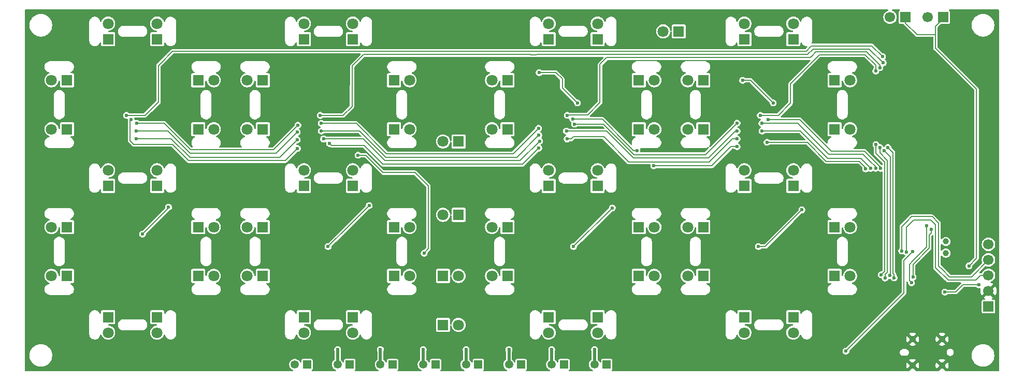
<source format=gbr>
%TF.GenerationSoftware,KiCad,Pcbnew,9.0.6-9.0.6~ubuntu24.04.1*%
%TF.CreationDate,2025-12-13T15:08:55+01:00*%
%TF.ProjectId,7_seg_led_tht_3mm,375f7365-675f-46c6-9564-5f7468745f33,1.0*%
%TF.SameCoordinates,Original*%
%TF.FileFunction,Copper,L1,Top*%
%TF.FilePolarity,Positive*%
%FSLAX46Y46*%
G04 Gerber Fmt 4.6, Leading zero omitted, Abs format (unit mm)*
G04 Created by KiCad (PCBNEW 9.0.6-9.0.6~ubuntu24.04.1) date 2025-12-13 15:08:55*
%MOMM*%
%LPD*%
G01*
G04 APERTURE LIST*
%TA.AperFunction,ComponentPad*%
%ADD10R,1.700000X1.700000*%
%TD*%
%TA.AperFunction,ComponentPad*%
%ADD11C,1.700000*%
%TD*%
%TA.AperFunction,ComponentPad*%
%ADD12C,1.000000*%
%TD*%
%TA.AperFunction,ComponentPad*%
%ADD13R,1.800000X1.800000*%
%TD*%
%TA.AperFunction,ComponentPad*%
%ADD14C,1.800000*%
%TD*%
%TA.AperFunction,ComponentPad*%
%ADD15R,1.350000X1.350000*%
%TD*%
%TA.AperFunction,ComponentPad*%
%ADD16C,1.350000*%
%TD*%
%TA.AperFunction,HeatsinkPad*%
%ADD17C,1.100000*%
%TD*%
%TA.AperFunction,ViaPad*%
%ADD18C,0.600000*%
%TD*%
%TA.AperFunction,Conductor*%
%ADD19C,0.200000*%
%TD*%
%TA.AperFunction,Conductor*%
%ADD20C,0.500000*%
%TD*%
G04 APERTURE END LIST*
D10*
%TO.P,J5,1,Pin_1*%
%TO.N,VDD*%
X232900004Y-113979932D03*
D11*
%TO.P,J5,2,Pin_2*%
%TO.N,GND*%
X232900004Y-111439932D03*
%TO.P,J5,3,Pin_3*%
%TO.N,/SW_DIO*%
X232900004Y-108899932D03*
%TO.P,J5,4,Pin_4*%
%TO.N,/SW_CLK*%
X232900004Y-106359932D03*
%TO.P,J5,5,Pin_5*%
%TO.N,/ T_{NRST}*%
X232900004Y-103819932D03*
%TD*%
D12*
%TO.P,Y1,1,1*%
%TO.N,Net-(U2-PC14)*%
X225929590Y-103367291D03*
%TO.P,Y1,2,2*%
%TO.N,Net-(U2-PC15)*%
X225929590Y-105267291D03*
%TD*%
D13*
%TO.P,D5,1,K*%
%TO.N,Net-(D5-K)*%
X207730000Y-77000000D03*
D14*
%TO.P,D5,2,A*%
%TO.N,+5V*%
X210270000Y-77000000D03*
%TD*%
D13*
%TO.P,D47,1,K*%
%TO.N,Net-(D47-K)*%
X121000000Y-94270000D03*
D14*
%TO.P,D47,2,A*%
%TO.N,+5V*%
X121000000Y-91730000D03*
%TD*%
D13*
%TO.P,D44,1,K*%
%TO.N,Net-(D44-K)*%
X114270000Y-101000000D03*
D14*
%TO.P,D44,2,A*%
%TO.N,+5V*%
X111730000Y-101000000D03*
%TD*%
D13*
%TO.P,D28,1,K*%
%TO.N,Net-(D28-K)*%
X154270000Y-109000000D03*
D14*
%TO.P,D28,2,A*%
%TO.N,+5V*%
X151730000Y-109000000D03*
%TD*%
D13*
%TO.P,D23,1,K*%
%TO.N,Net-(D23-K)*%
X175730000Y-109000000D03*
D14*
%TO.P,D23,2,A*%
%TO.N,+5V*%
X178270000Y-109000000D03*
%TD*%
D13*
%TO.P,D30,1,K*%
%TO.N,Net-(D30-K)*%
X154270000Y-85000000D03*
D14*
%TO.P,D30,2,A*%
%TO.N,+5V*%
X151730000Y-85000000D03*
%TD*%
D13*
%TO.P,D17,1,K*%
%TO.N,Net-(D17-K)*%
X182270000Y-69000000D03*
D14*
%TO.P,D17,2,A*%
%TO.N,+5V*%
X179730000Y-69000000D03*
%TD*%
D13*
%TO.P,D42,1,K*%
%TO.N,Net-(D42-K)*%
X129000000Y-115730000D03*
D14*
%TO.P,D42,2,A*%
%TO.N,+5V*%
X129000000Y-118270000D03*
%TD*%
D15*
%TO.P,D68,1,K*%
%TO.N,Net-(D68-K)*%
X135500000Y-123500000D03*
D16*
%TO.P,D68,2,A*%
%TO.N,+5V*%
X133500000Y-123500000D03*
%TD*%
D13*
%TO.P,D20,1,K*%
%TO.N,Net-(D20-K)*%
X161000000Y-70270000D03*
D14*
%TO.P,D20,2,A*%
%TO.N,+5V*%
X161000000Y-67730000D03*
%TD*%
D13*
%TO.P,D49,1,K*%
%TO.N,Net-(D49-K)*%
X143730000Y-109000000D03*
D14*
%TO.P,D49,2,A*%
%TO.N,+5V*%
X146270000Y-109000000D03*
%TD*%
D15*
%TO.P,D67,1,K*%
%TO.N,Net-(D67-K)*%
X128500000Y-123500000D03*
D16*
%TO.P,D67,2,A*%
%TO.N,+5V*%
X126500000Y-123500000D03*
%TD*%
D13*
%TO.P,D54,1,K*%
%TO.N,Net-(D54-K)*%
X103730000Y-85000000D03*
D14*
%TO.P,D54,2,A*%
%TO.N,+5V*%
X106270000Y-85000000D03*
%TD*%
D13*
%TO.P,D11,1,K*%
%TO.N,Net-(D11-K)*%
X186270000Y-101000000D03*
D14*
%TO.P,D11,2,A*%
%TO.N,+5V*%
X183730000Y-101000000D03*
%TD*%
D13*
%TO.P,D16,1,K*%
%TO.N,Net-(D16-K)*%
X201000000Y-94270000D03*
D14*
%TO.P,D16,2,A*%
%TO.N,+5V*%
X201000000Y-91730000D03*
%TD*%
D13*
%TO.P,D63,1,K*%
%TO.N,Net-(D63-K)*%
X89000000Y-94270000D03*
D14*
%TO.P,D63,2,A*%
%TO.N,+5V*%
X89000000Y-91730000D03*
%TD*%
D13*
%TO.P,D27,1,K*%
%TO.N,Net-(D27-K)*%
X154270000Y-101000000D03*
D14*
%TO.P,D27,2,A*%
%TO.N,+5V*%
X151730000Y-101000000D03*
%TD*%
D13*
%TO.P,D46,1,K*%
%TO.N,Net-(D46-K)*%
X114270000Y-77000000D03*
D14*
%TO.P,D46,2,A*%
%TO.N,+5V*%
X111730000Y-77000000D03*
%TD*%
D13*
%TO.P,D12,1,K*%
%TO.N,Net-(D12-K)*%
X186270000Y-109000000D03*
D14*
%TO.P,D12,2,A*%
%TO.N,+5V*%
X183730000Y-109000000D03*
%TD*%
D13*
%TO.P,D33,1,K*%
%TO.N,Net-(D33-K)*%
X146270000Y-99000000D03*
D14*
%TO.P,D33,2,A*%
%TO.N,+5V*%
X143730000Y-99000000D03*
%TD*%
D13*
%TO.P,D8,1,K*%
%TO.N,Net-(D8-K)*%
X207730000Y-109000000D03*
D14*
%TO.P,D8,2,A*%
%TO.N,+5V*%
X210270000Y-109000000D03*
%TD*%
D13*
%TO.P,D39,1,K*%
%TO.N,Net-(D39-K)*%
X135730000Y-109000000D03*
D14*
%TO.P,D39,2,A*%
%TO.N,+5V*%
X138270000Y-109000000D03*
%TD*%
D13*
%TO.P,D45,1,K*%
%TO.N,Net-(D45-K)*%
X114270000Y-85000000D03*
D14*
%TO.P,D45,2,A*%
%TO.N,+5V*%
X111730000Y-85000000D03*
%TD*%
D13*
%TO.P,D55,1,K*%
%TO.N,Net-(D55-K)*%
X103730000Y-109000000D03*
D14*
%TO.P,D55,2,A*%
%TO.N,+5V*%
X106270000Y-109000000D03*
%TD*%
D13*
%TO.P,D25,1,K*%
%TO.N,Net-(D25-K)*%
X169000000Y-115730000D03*
D14*
%TO.P,D25,2,A*%
%TO.N,+5V*%
X169000000Y-118270000D03*
%TD*%
D13*
%TO.P,D52,1,K*%
%TO.N,Net-(D52-K)*%
X89000000Y-70270000D03*
D14*
%TO.P,D52,2,A*%
%TO.N,+5V*%
X89000000Y-67730000D03*
%TD*%
D13*
%TO.P,D59,1,K*%
%TO.N,Net-(D59-K)*%
X82270000Y-101000000D03*
D14*
%TO.P,D59,2,A*%
%TO.N,+5V*%
X79730000Y-101000000D03*
%TD*%
D15*
%TO.P,D72,1,K*%
%TO.N,Net-(D72-K)*%
X170500000Y-123500000D03*
D16*
%TO.P,D72,2,A*%
%TO.N,+5V*%
X168500000Y-123500000D03*
%TD*%
D13*
%TO.P,D34,1,K*%
%TO.N,Net-(D34-K)*%
X146270000Y-87000000D03*
D14*
%TO.P,D34,2,A*%
%TO.N,+5V*%
X143730000Y-87000000D03*
%TD*%
D13*
%TO.P,D22,1,K*%
%TO.N,Net-(D22-K)*%
X175730000Y-85000000D03*
D14*
%TO.P,D22,2,A*%
%TO.N,+5V*%
X178270000Y-85000000D03*
%TD*%
D13*
%TO.P,D38,1,K*%
%TO.N,Net-(D38-K)*%
X135730000Y-77000000D03*
D14*
%TO.P,D38,2,A*%
%TO.N,+5V*%
X138270000Y-77000000D03*
%TD*%
D13*
%TO.P,D15,1,K*%
%TO.N,Net-(D15-K)*%
X193000000Y-94270000D03*
D14*
%TO.P,D15,2,A*%
%TO.N,+5V*%
X193000000Y-91730000D03*
%TD*%
D13*
%TO.P,D43,1,K*%
%TO.N,Net-(D43-K)*%
X114270000Y-109000000D03*
D14*
%TO.P,D43,2,A*%
%TO.N,+5V*%
X111730000Y-109000000D03*
%TD*%
D13*
%TO.P,D4,1,K*%
%TO.N,Net-(D4-K)*%
X201000000Y-70270000D03*
D14*
%TO.P,D4,2,A*%
%TO.N,+5V*%
X201000000Y-67730000D03*
%TD*%
D13*
%TO.P,D36,1,K*%
%TO.N,Net-(D36-K)*%
X129000000Y-70270000D03*
D14*
%TO.P,D36,2,A*%
%TO.N,+5V*%
X129000000Y-67730000D03*
%TD*%
D13*
%TO.P,D21,1,K*%
%TO.N,Net-(D21-K)*%
X175730000Y-77000000D03*
D14*
%TO.P,D21,2,A*%
%TO.N,+5V*%
X178270000Y-77000000D03*
%TD*%
D13*
%TO.P,D53,1,K*%
%TO.N,Net-(D53-K)*%
X103730000Y-77000000D03*
D14*
%TO.P,D53,2,A*%
%TO.N,+5V*%
X106270000Y-77000000D03*
%TD*%
D13*
%TO.P,D31,1,K*%
%TO.N,Net-(D31-K)*%
X161000000Y-94270000D03*
D14*
%TO.P,D31,2,A*%
%TO.N,+5V*%
X161000000Y-91730000D03*
%TD*%
D13*
%TO.P,D40,1,K*%
%TO.N,Net-(D40-K)*%
X135730000Y-101000000D03*
D14*
%TO.P,D40,2,A*%
%TO.N,+5V*%
X138270000Y-101000000D03*
%TD*%
D13*
%TO.P,D13,1,K*%
%TO.N,Net-(D13-K)*%
X186270000Y-77000000D03*
D14*
%TO.P,D13,2,A*%
%TO.N,+5V*%
X183730000Y-77000000D03*
%TD*%
D15*
%TO.P,D71,1,K*%
%TO.N,Net-(D71-K)*%
X156500000Y-123500000D03*
D16*
%TO.P,D71,2,A*%
%TO.N,+5V*%
X154500000Y-123500000D03*
%TD*%
D13*
%TO.P,D41,1,K*%
%TO.N,Net-(D41-K)*%
X121000000Y-115730000D03*
D14*
%TO.P,D41,2,A*%
%TO.N,+5V*%
X121000000Y-118270000D03*
%TD*%
D13*
%TO.P,D6,1,K*%
%TO.N,Net-(D6-K)*%
X207730000Y-85000000D03*
D14*
%TO.P,D6,2,A*%
%TO.N,+5V*%
X210270000Y-85000000D03*
%TD*%
D13*
%TO.P,D61,1,K*%
%TO.N,Net-(D61-K)*%
X82270000Y-77000000D03*
D14*
%TO.P,D61,2,A*%
%TO.N,+5V*%
X79730000Y-77000000D03*
%TD*%
D15*
%TO.P,D2,1,K*%
%TO.N,Net-(D2-K)*%
X121500000Y-123500000D03*
D16*
%TO.P,D2,2,A*%
%TO.N,+5V*%
X119500000Y-123500000D03*
%TD*%
D13*
%TO.P,D56,1,K*%
%TO.N,Net-(D56-K)*%
X103730000Y-101000000D03*
D14*
%TO.P,D56,2,A*%
%TO.N,+5V*%
X106270000Y-101000000D03*
%TD*%
D13*
%TO.P,D35,1,K*%
%TO.N,Net-(D35-K)*%
X121000000Y-70270000D03*
D14*
%TO.P,D35,2,A*%
%TO.N,+5V*%
X121000000Y-67730000D03*
%TD*%
D13*
%TO.P,D3,1,K*%
%TO.N,Net-(D3-K)*%
X193000000Y-70270000D03*
D14*
%TO.P,D3,2,A*%
%TO.N,+5V*%
X193000000Y-67730000D03*
%TD*%
D13*
%TO.P,D37,1,K*%
%TO.N,Net-(D37-K)*%
X135730000Y-85000000D03*
D14*
%TO.P,D37,2,A*%
%TO.N,+5V*%
X138270000Y-85000000D03*
%TD*%
D13*
%TO.P,D48,1,K*%
%TO.N,Net-(D48-K)*%
X129000000Y-94270000D03*
D14*
%TO.P,D48,2,A*%
%TO.N,+5V*%
X129000000Y-91730000D03*
%TD*%
D13*
%TO.P,D10,1,K*%
%TO.N,Net-(D10-K)*%
X201000000Y-115730000D03*
D14*
%TO.P,D10,2,A*%
%TO.N,+5V*%
X201000000Y-118270000D03*
%TD*%
D15*
%TO.P,D69,1,K*%
%TO.N,Net-(D69-K)*%
X142500000Y-123500000D03*
D16*
%TO.P,D69,2,A*%
%TO.N,+5V*%
X140500000Y-123500000D03*
%TD*%
D13*
%TO.P,D29,1,K*%
%TO.N,Net-(D29-K)*%
X154270000Y-77000000D03*
D14*
%TO.P,D29,2,A*%
%TO.N,+5V*%
X151730000Y-77000000D03*
%TD*%
D13*
%TO.P,D58,1,K*%
%TO.N,Net-(D58-K)*%
X97000000Y-115730000D03*
D14*
%TO.P,D58,2,A*%
%TO.N,+5V*%
X97000000Y-118270000D03*
%TD*%
D13*
%TO.P,D60,1,K*%
%TO.N,Net-(D60-K)*%
X82270000Y-109000000D03*
D14*
%TO.P,D60,2,A*%
%TO.N,+5V*%
X79730000Y-109000000D03*
%TD*%
D13*
%TO.P,D19,1,K*%
%TO.N,Net-(D19-K)*%
X169000000Y-70270000D03*
D14*
%TO.P,D19,2,A*%
%TO.N,+5V*%
X169000000Y-67730000D03*
%TD*%
D13*
%TO.P,D14,1,K*%
%TO.N,Net-(D14-K)*%
X186270000Y-85000000D03*
D14*
%TO.P,D14,2,A*%
%TO.N,+5V*%
X183730000Y-85000000D03*
%TD*%
D13*
%TO.P,D7,1,K*%
%TO.N,Net-(D7-K)*%
X207730000Y-101000000D03*
D14*
%TO.P,D7,2,A*%
%TO.N,+5V*%
X210270000Y-101000000D03*
%TD*%
D13*
%TO.P,D24,1,K*%
%TO.N,Net-(D24-K)*%
X175730000Y-101000000D03*
D14*
%TO.P,D24,2,A*%
%TO.N,+5V*%
X178270000Y-101000000D03*
%TD*%
D13*
%TO.P,D51,1,K*%
%TO.N,Net-(D51-K)*%
X97000000Y-70270000D03*
D14*
%TO.P,D51,2,A*%
%TO.N,+5V*%
X97000000Y-67730000D03*
%TD*%
D13*
%TO.P,D9,1,K*%
%TO.N,Net-(D9-K)*%
X193000000Y-115730000D03*
D14*
%TO.P,D9,2,A*%
%TO.N,+5V*%
X193000000Y-118270000D03*
%TD*%
D13*
%TO.P,D57,1,K*%
%TO.N,Net-(D57-K)*%
X89000000Y-115730000D03*
D14*
%TO.P,D57,2,A*%
%TO.N,+5V*%
X89000000Y-118270000D03*
%TD*%
D15*
%TO.P,D70,1,K*%
%TO.N,Net-(D70-K)*%
X149500000Y-123500000D03*
D16*
%TO.P,D70,2,A*%
%TO.N,+5V*%
X147500000Y-123500000D03*
%TD*%
D13*
%TO.P,D50,1,K*%
%TO.N,Net-(D50-K)*%
X143730000Y-117000000D03*
D14*
%TO.P,D50,2,A*%
%TO.N,+5V*%
X146270000Y-117000000D03*
%TD*%
D13*
%TO.P,D26,1,K*%
%TO.N,Net-(D26-K)*%
X161000000Y-115730000D03*
D14*
%TO.P,D26,2,A*%
%TO.N,+5V*%
X161000000Y-118270000D03*
%TD*%
D15*
%TO.P,D73,1,K*%
%TO.N,Net-(D73-K)*%
X163500000Y-123500000D03*
D16*
%TO.P,D73,2,A*%
%TO.N,+5V*%
X161500000Y-123500000D03*
%TD*%
D13*
%TO.P,D64,1,K*%
%TO.N,Net-(D64-K)*%
X97000000Y-94270000D03*
D14*
%TO.P,D64,2,A*%
%TO.N,+5V*%
X97000000Y-91730000D03*
%TD*%
D13*
%TO.P,D32,1,K*%
%TO.N,Net-(D32-K)*%
X169000000Y-94270000D03*
D14*
%TO.P,D32,2,A*%
%TO.N,+5V*%
X169000000Y-91730000D03*
%TD*%
D13*
%TO.P,D62,1,K*%
%TO.N,Net-(D62-K)*%
X82270000Y-85000000D03*
D14*
%TO.P,D62,2,A*%
%TO.N,+5V*%
X79730000Y-85000000D03*
%TD*%
D17*
%TO.P,J1,S1,SHIELD*%
%TO.N,GND*%
X225290000Y-123650000D03*
X225290000Y-119350000D03*
X220490000Y-123650000D03*
X220490000Y-119350000D03*
%TD*%
D10*
%TO.P,J3,1,Pin_1*%
%TO.N,VDD*%
X219350000Y-66675000D03*
D11*
%TO.P,J3,2,Pin_2*%
%TO.N,/TEMP_analog*%
X216810000Y-66675000D03*
%TD*%
D10*
%TO.P,J4,1,Pin_1*%
%TO.N,VDD*%
X225500000Y-66675000D03*
D11*
%TO.P,J4,2,Pin_2*%
%TO.N,/FD_analog*%
X222960000Y-66675000D03*
%TD*%
D18*
%TO.N,/ T_{NRST}*%
X231300004Y-110449932D03*
X225750004Y-111649932D03*
%TO.N,/SW_DIO*%
X219500004Y-105099932D03*
%TO.N,/SW_CLK*%
X218700004Y-104899932D03*
%TO.N,/LOGO_PWM*%
X209600004Y-121299932D03*
%TO.N,/7_SEG_1/QE*%
X195300004Y-104199932D03*
X202400004Y-98199932D03*
%TO.N,GND*%
X230054594Y-104299932D03*
X200100000Y-88600000D03*
X131500000Y-113500000D03*
X95200000Y-88600000D03*
X118096974Y-71593507D03*
X167200000Y-88600000D03*
X168100000Y-88600000D03*
X196700000Y-75800000D03*
X84500000Y-88900000D03*
X101400000Y-74400000D03*
X86700000Y-72400000D03*
X180050000Y-123325000D03*
X218350000Y-94350000D03*
X218350000Y-75950000D03*
X155975000Y-84075000D03*
X133700000Y-98500000D03*
X225750000Y-110025000D03*
X127200000Y-88600000D03*
X157400000Y-96175000D03*
X205400000Y-74400000D03*
X179000000Y-94700000D03*
X107000000Y-94700000D03*
X188050000Y-84350000D03*
X173400000Y-74400000D03*
X211000000Y-94700000D03*
X228500000Y-108125000D03*
X174550000Y-97400000D03*
X133400000Y-74400000D03*
X218350000Y-85200000D03*
X218775004Y-70999932D03*
X142100000Y-106450000D03*
X199200000Y-88600000D03*
X99500000Y-113500000D03*
X146850000Y-73900000D03*
X115526878Y-90800000D03*
X230400000Y-116650000D03*
X85425000Y-96225000D03*
X205700000Y-98500000D03*
X203500000Y-113500000D03*
X158092960Y-71590918D03*
X84300000Y-111400000D03*
X188300000Y-111400000D03*
X181850000Y-123300000D03*
X92700000Y-77400000D03*
X164700000Y-77400000D03*
X156300000Y-111400000D03*
X216450000Y-117500000D03*
X225425000Y-68375000D03*
X182150000Y-74100000D03*
X196700000Y-77400000D03*
X124700000Y-75800000D03*
X190086326Y-71586590D03*
X124700000Y-77400000D03*
X92700000Y-75800000D03*
X171500000Y-113500000D03*
X128100000Y-88600000D03*
X96100000Y-88600000D03*
X116300000Y-111400000D03*
X164700000Y-75800000D03*
X189425000Y-96325000D03*
X118400000Y-96400000D03*
X139000000Y-94700000D03*
X101700000Y-98500000D03*
%TO.N,/SR1_OUT*%
X191800000Y-87850000D03*
X164944867Y-83356654D03*
X178175000Y-91000000D03*
X175442968Y-88498751D03*
%TO.N,/7_SEG_1/QH*%
X197700000Y-80700000D03*
X192700000Y-77000000D03*
%TO.N,+5V*%
X161500000Y-121050000D03*
X147500000Y-121050000D03*
X140500000Y-121050000D03*
X133500000Y-121050000D03*
X168500000Y-121050000D03*
X126500000Y-121050000D03*
X154500000Y-121050000D03*
%TO.N,/SPI_MOSI*%
X215250000Y-91400000D03*
X196900000Y-83400000D03*
%TO.N,/PUSH_OUT*%
X191800000Y-84000000D03*
X159350000Y-84850000D03*
X120000000Y-84350000D03*
X214450000Y-91400000D03*
X93650000Y-84050000D03*
X165250000Y-84150000D03*
X195850000Y-84050000D03*
X123850000Y-84050000D03*
%TO.N,/SPI_SCK*%
X123850000Y-85300000D03*
X119900000Y-85500000D03*
X191800000Y-85300000D03*
X163900000Y-85300000D03*
X93600000Y-85300000D03*
X195900000Y-85300000D03*
X213650000Y-91400000D03*
X159400000Y-86000000D03*
%TO.N,VDD*%
X229700000Y-107350000D03*
%TO.N,/FD_analog*%
X223525000Y-101350000D03*
X220550000Y-109200000D03*
%TO.N,/7_SEG_2/QE*%
X171400000Y-97875000D03*
X165075000Y-104200000D03*
%TO.N,/7_SEG_2/QH*%
X165700000Y-80700000D03*
X159450000Y-75750000D03*
%TO.N,/7_SEG_3/QE*%
X131650000Y-97500000D03*
X124950000Y-104200000D03*
%TO.N,/7_SEG_3/QH*%
X140650000Y-105300000D03*
X129850000Y-89250000D03*
%TO.N,/7_SEG_4/QE*%
X94600000Y-102150000D03*
X98870037Y-97745037D03*
%TO.N,/SR2_OUT*%
X159400000Y-88100000D03*
X125175000Y-87325000D03*
%TO.N,/SR3_OUT*%
X119950000Y-88150000D03*
X92750000Y-83400000D03*
%TO.N,/LOGO_PWM*%
X220500000Y-105050000D03*
%TO.N,/PWM_DIG_4*%
X215575000Y-73125000D03*
X217482432Y-109325301D03*
X92000000Y-82750000D03*
X216450000Y-88000000D03*
%TO.N,/PWM_DIG_3*%
X215850000Y-88550000D03*
X123650000Y-82750000D03*
X216729962Y-108929962D03*
X215700000Y-74150000D03*
%TO.N,/PWM_DIG_1*%
X214500000Y-87500000D03*
X195600000Y-82750000D03*
X215375000Y-108800000D03*
X214475000Y-75500000D03*
%TO.N,/PWM_DIG_2*%
X215150000Y-74925000D03*
X215150000Y-88000000D03*
X215975000Y-109350000D03*
X164050000Y-82750000D03*
%TO.N,/TEMP_analog*%
X222775000Y-100750000D03*
X220300000Y-110100000D03*
%TO.N,/DISP_RESET*%
X164000000Y-86600000D03*
X93600000Y-86550000D03*
X196700000Y-87150000D03*
X191800000Y-86600000D03*
X124200000Y-86600000D03*
X212825000Y-91500000D03*
X119900000Y-86750000D03*
X159500000Y-86950000D03*
%TD*%
D19*
%TO.N,/ T_{NRST}*%
X231300004Y-110449932D02*
X228700004Y-110449932D01*
X228700004Y-110449932D02*
X227800004Y-111349932D01*
X227800004Y-111349932D02*
X227500004Y-111649932D01*
X227500004Y-111649932D02*
X225750004Y-111649932D01*
%TO.N,/SW_DIO*%
X219500004Y-105099932D02*
X219500004Y-101049932D01*
X220700004Y-99849932D02*
X223500004Y-99849932D01*
X219500004Y-101049932D02*
X220700004Y-99849932D01*
X223500004Y-99849932D02*
X224250004Y-100599932D01*
X231600004Y-108899932D02*
X232900004Y-108899932D01*
X224250004Y-100599932D02*
X224250004Y-107649932D01*
X224250004Y-107649932D02*
X226300004Y-109699932D01*
X226300004Y-109699932D02*
X230800004Y-109699932D01*
X230800004Y-109699932D02*
X231600004Y-108899932D01*
%TO.N,/SW_CLK*%
X224750004Y-104699932D02*
X224750004Y-100349932D01*
X224750004Y-100349932D02*
X223700004Y-99299932D01*
X223700004Y-99299932D02*
X220350004Y-99299932D01*
X220350004Y-99299932D02*
X219550004Y-100099932D01*
X219550004Y-100099932D02*
X218700004Y-100949932D01*
X218700004Y-100949932D02*
X218700004Y-104899932D01*
X228300004Y-109149932D02*
X226550004Y-109149932D01*
X226550004Y-109149932D02*
X225400004Y-107999932D01*
X225400004Y-107999932D02*
X224750004Y-107349932D01*
X224750004Y-107349932D02*
X224750004Y-104699932D01*
X232900004Y-106359932D02*
X230110004Y-109149932D01*
X230110004Y-109149932D02*
X228300004Y-109149932D01*
%TO.N,/DISP_RESET*%
X174100000Y-90350000D02*
X170000000Y-86250000D01*
%TO.N,/LOGO_PWM*%
X220500000Y-105050000D02*
X219100000Y-106450000D01*
X219100000Y-106450000D02*
X219100000Y-111799936D01*
X219100000Y-111799936D02*
X209600004Y-121299932D01*
%TO.N,/7_SEG_1/QE*%
X202400004Y-98199932D02*
X196400004Y-104199932D01*
X196400004Y-104199932D02*
X195300004Y-104199932D01*
%TO.N,/7_SEG_4/QE*%
X98870037Y-97745037D02*
X98870037Y-97879963D01*
X98870037Y-97879963D02*
X94600000Y-102150000D01*
%TO.N,/SR1_OUT*%
X178175000Y-91000000D02*
X187650000Y-91000000D01*
X190800000Y-87850000D02*
X191800000Y-87850000D01*
X187650000Y-91000000D02*
X190800000Y-87850000D01*
%TO.N,/7_SEG_1/QH*%
X197700000Y-80700000D02*
X194000000Y-77000000D01*
X194000000Y-77000000D02*
X192700000Y-77000000D01*
D20*
%TO.N,+5V*%
X140500000Y-123500000D02*
X140500000Y-121050000D01*
X168500000Y-123500000D02*
X168500000Y-121050000D01*
X154500000Y-123500000D02*
X154500000Y-121050000D01*
X133500000Y-123500000D02*
X133500000Y-121050000D01*
X126500000Y-123500000D02*
X126500000Y-121050000D01*
X161500000Y-123500000D02*
X161500000Y-121050000D01*
X147500000Y-123500000D02*
X147500000Y-121050000D01*
D19*
%TO.N,/SPI_MOSI*%
X204250000Y-85650000D02*
X207200000Y-88600000D01*
X212625000Y-88600000D02*
X213775000Y-89750000D01*
X207200000Y-88600000D02*
X210675000Y-88600000D01*
X210675000Y-88600000D02*
X212625000Y-88600000D01*
X196900000Y-83400000D02*
X202000000Y-83400000D01*
X215250000Y-91225000D02*
X215250000Y-91400000D01*
X202000000Y-83400000D02*
X204250000Y-85650000D01*
X213775000Y-89750000D02*
X215250000Y-91225000D01*
%TO.N,/PUSH_OUT*%
X116242893Y-88100000D02*
X115991893Y-88351000D01*
X206775000Y-89125000D02*
X207650000Y-89125000D01*
X98171318Y-84050000D02*
X93650000Y-84050000D01*
X201700000Y-84050000D02*
X195850000Y-84050000D01*
X207650000Y-89125000D02*
X212400000Y-89125000D01*
X116250000Y-88100000D02*
X116242893Y-88100000D01*
X115991893Y-88351000D02*
X102472318Y-88351000D01*
X214450000Y-91175000D02*
X214450000Y-91400000D01*
X102472318Y-88351000D02*
X98171318Y-84050000D01*
X204419235Y-86769235D02*
X206775000Y-89125000D01*
X134500000Y-89000000D02*
X155200000Y-89000000D01*
X120000000Y-84350000D02*
X116250000Y-88100000D01*
X129550000Y-84050000D02*
X134500000Y-89000000D01*
X212400000Y-89125000D02*
X213500000Y-90225000D01*
X213500000Y-90225000D02*
X214450000Y-91175000D01*
X155200000Y-89000000D02*
X159350000Y-84850000D01*
X123850000Y-84050000D02*
X129550000Y-84050000D01*
X204419235Y-86769235D02*
X201700000Y-84050000D01*
%TO.N,/SPI_SCK*%
X195900000Y-85300000D02*
X202130761Y-85300000D01*
X102364212Y-88950000D02*
X116442893Y-88950000D01*
X213650000Y-91400000D02*
X212000000Y-89750000D01*
X155800000Y-89600000D02*
X159400000Y-86000000D01*
X116442893Y-88950000D02*
X116592893Y-88800000D01*
X134400000Y-89600000D02*
X155800000Y-89600000D01*
X123850000Y-85300000D02*
X130100000Y-85300000D01*
X202130761Y-85300000D02*
X203510112Y-86679351D01*
X206580761Y-89750000D02*
X203510112Y-86679351D01*
X130100000Y-85300000D02*
X134400000Y-89600000D01*
X93600000Y-85300000D02*
X98714212Y-85300000D01*
X212000000Y-89750000D02*
X206580761Y-89750000D01*
X116592893Y-88800000D02*
X116600000Y-88800000D01*
X98714212Y-85300000D02*
X102364212Y-88950000D01*
X116600000Y-88800000D02*
X119900000Y-85500000D01*
%TO.N,VDD*%
X226750000Y-74250000D02*
X230950000Y-78450000D01*
X224250000Y-68150000D02*
X224250000Y-69550000D01*
X219350000Y-66675000D02*
X219350000Y-67650000D01*
X225500000Y-66725000D02*
X225500000Y-66900000D01*
X224250000Y-69550000D02*
X224250000Y-71750000D01*
X224400000Y-68000000D02*
X224250000Y-68150000D01*
X230950000Y-78450000D02*
X230950000Y-98700000D01*
X224250000Y-71750000D02*
X226750000Y-74250000D01*
X225500000Y-66900000D02*
X224400000Y-68000000D01*
X219350000Y-67650000D02*
X221250000Y-69550000D01*
X221250000Y-69550000D02*
X224250000Y-69550000D01*
X230950000Y-98700000D02*
X230950000Y-106100000D01*
X230950000Y-106100000D02*
X229700000Y-107350000D01*
%TO.N,/FD_analog*%
X223225000Y-104450000D02*
X220550000Y-107125000D01*
X220550000Y-107125000D02*
X220550000Y-109200000D01*
X223225000Y-102275000D02*
X223225000Y-104450000D01*
X223525000Y-101350000D02*
X223525000Y-101975000D01*
X223525000Y-101975000D02*
X223225000Y-102275000D01*
%TO.N,/7_SEG_2/QE*%
X171400000Y-97875000D02*
X165075000Y-104200000D01*
%TO.N,/7_SEG_2/QH*%
X159450000Y-75750000D02*
X162200000Y-75750000D01*
X163225000Y-76775000D02*
X163225000Y-78225000D01*
X165700000Y-80700000D02*
X163225000Y-78225000D01*
X162200000Y-75750000D02*
X163225000Y-76775000D01*
%TO.N,/7_SEG_3/QE*%
X128400000Y-100750000D02*
X124950000Y-104200000D01*
X131650000Y-97500000D02*
X128400000Y-100750000D01*
%TO.N,/7_SEG_3/QH*%
X140650000Y-105250000D02*
X141350000Y-104550000D01*
X140650000Y-105300000D02*
X140650000Y-105250000D01*
X131075000Y-89250000D02*
X133925000Y-92100000D01*
X133925000Y-92100000D02*
X139150000Y-92100000D01*
X141350000Y-94300000D02*
X141350000Y-104550000D01*
X139150000Y-92100000D02*
X141350000Y-94300000D01*
X129850000Y-89250000D02*
X131075000Y-89250000D01*
%TO.N,/7_SEG_4/QE*%
X94600000Y-102125000D02*
X94600000Y-102150000D01*
%TO.N,/SR2_OUT*%
X125475000Y-87625000D02*
X130800000Y-87625000D01*
X130800000Y-87625000D02*
X133925000Y-90750000D01*
X156750000Y-90750000D02*
X137400000Y-90750000D01*
X125175000Y-87325000D02*
X125475000Y-87625000D01*
X159400000Y-88100000D02*
X156750000Y-90750000D01*
X133925000Y-90750000D02*
X137400000Y-90750000D01*
%TO.N,/SR3_OUT*%
X92600000Y-86900000D02*
X92600000Y-83550000D01*
X92650000Y-86950000D02*
X92600000Y-86900000D01*
X119950000Y-88150000D02*
X117950000Y-90150000D01*
X95600000Y-87500000D02*
X93200000Y-87500000D01*
X93200000Y-87500000D02*
X92650000Y-86950000D01*
X99500000Y-87500000D02*
X95600000Y-87500000D01*
X92600000Y-83550000D02*
X92750000Y-83400000D01*
X100350000Y-88350000D02*
X99500000Y-87500000D01*
X117950000Y-90150000D02*
X102150000Y-90150000D01*
X102150000Y-90150000D02*
X100350000Y-88350000D01*
%TO.N,/PWM_DIG_4*%
X203125000Y-72250000D02*
X203850000Y-71525000D01*
X97550000Y-74250000D02*
X97200000Y-74600000D01*
X217300000Y-88850000D02*
X217300000Y-108580761D01*
X203122718Y-72250000D02*
X198250000Y-72250000D01*
X203850000Y-71525000D02*
X204000000Y-71375000D01*
X97200000Y-74600000D02*
X97200000Y-78550000D01*
X213825000Y-71375000D02*
X215575000Y-73125000D01*
X95000000Y-82750000D02*
X92000000Y-82750000D01*
X97200000Y-80550000D02*
X95800000Y-81950000D01*
X203122718Y-72250000D02*
X203125000Y-72250000D01*
X216450000Y-88000000D02*
X217300000Y-88850000D01*
X95800000Y-81950000D02*
X95000000Y-82750000D01*
X99550000Y-72250000D02*
X97550000Y-74250000D01*
X217300000Y-108580761D02*
X217482432Y-108763193D01*
X204000000Y-71375000D02*
X206350000Y-71375000D01*
X97200000Y-78550000D02*
X97200000Y-80550000D01*
X217482432Y-108763193D02*
X217482432Y-109325301D01*
X198250000Y-72250000D02*
X99550000Y-72250000D01*
X206350000Y-71375000D02*
X213825000Y-71375000D01*
%TO.N,/PWM_DIG_3*%
X127400000Y-82750000D02*
X128850000Y-81300000D01*
X158092894Y-72850000D02*
X158957106Y-72850000D01*
X123650000Y-82750000D02*
X127400000Y-82750000D01*
X128850000Y-81300000D02*
X128850000Y-77850000D01*
X215700000Y-74150000D02*
X213425000Y-71875000D01*
X159007106Y-72800000D02*
X203279824Y-72800000D01*
X158957106Y-72850000D02*
X159007106Y-72800000D01*
X215850000Y-88550000D02*
X216850000Y-89550000D01*
X128900000Y-77800000D02*
X128900000Y-74650000D01*
X130750000Y-72800000D02*
X158042894Y-72800000D01*
X216850000Y-89550000D02*
X216850000Y-108809924D01*
X128850000Y-77850000D02*
X128900000Y-77800000D01*
X158042894Y-72800000D02*
X158092894Y-72850000D01*
X128900000Y-74650000D02*
X130750000Y-72800000D01*
X216850000Y-108809924D02*
X216729962Y-108929962D01*
X203279824Y-72800000D02*
X204204824Y-71875000D01*
X213425000Y-71875000D02*
X204204824Y-71875000D01*
%TO.N,/PWM_DIG_1*%
X214500000Y-88950000D02*
X215925000Y-90375000D01*
X214500000Y-87500000D02*
X214500000Y-88950000D01*
X214475000Y-75500000D02*
X214475000Y-74550000D01*
X212750000Y-72825000D02*
X205275000Y-72825000D01*
X205275000Y-72825000D02*
X200550000Y-77550000D01*
X215925000Y-90375000D02*
X215925000Y-108250000D01*
X198550000Y-82750000D02*
X195600000Y-82750000D01*
X215925000Y-108250000D02*
X215375000Y-108800000D01*
X200550000Y-77550000D02*
X200550000Y-80750000D01*
X214475000Y-74550000D02*
X212750000Y-72825000D01*
X200550000Y-80750000D02*
X198550000Y-82750000D01*
%TO.N,/PWM_DIG_2*%
X215150000Y-88850000D02*
X215150000Y-88000000D01*
X213000000Y-72375000D02*
X214150000Y-73525000D01*
X167393346Y-82656654D02*
X164143346Y-82656654D01*
X215150000Y-74525000D02*
X215150000Y-74925000D01*
X206325000Y-72375000D02*
X213000000Y-72375000D01*
X170500000Y-73300000D02*
X169400000Y-74400000D01*
X204694775Y-72375000D02*
X206325000Y-72375000D01*
X214150000Y-73525000D02*
X215150000Y-74525000D01*
X164143346Y-82656654D02*
X164050000Y-82750000D01*
X216375000Y-90075000D02*
X215150000Y-88850000D01*
X204011606Y-73058169D02*
X203769775Y-73300000D01*
X203769775Y-73300000D02*
X170500000Y-73300000D01*
X169400000Y-74400000D02*
X169400000Y-80650000D01*
X204011606Y-73058169D02*
X204694775Y-72375000D01*
X215975000Y-109350000D02*
X215975000Y-108765686D01*
X169400000Y-80650000D02*
X167393346Y-82656654D01*
X216375000Y-108365686D02*
X216375000Y-90075000D01*
X215975000Y-108765686D02*
X216375000Y-108365686D01*
%TO.N,/TEMP_analog*%
X219950000Y-109750000D02*
X219950000Y-108750000D01*
X222775000Y-104275000D02*
X222775000Y-100750000D01*
X219950000Y-107100000D02*
X220500000Y-106550000D01*
X220500000Y-106550000D02*
X222775000Y-104275000D01*
X219950000Y-108750000D02*
X219950000Y-107100000D01*
X220300000Y-110100000D02*
X219950000Y-109750000D01*
%TO.N,/DISP_RESET*%
X99257106Y-86550000D02*
X102357106Y-89650000D01*
X159500000Y-86950000D02*
X156300000Y-90150000D01*
X102357106Y-89650000D02*
X117000000Y-89650000D01*
X93600000Y-86550000D02*
X99257106Y-86550000D01*
X206391298Y-90250000D02*
X211775000Y-90250000D01*
X211775000Y-90250000D02*
X212825000Y-91300000D01*
X203291298Y-87150000D02*
X206391298Y-90250000D01*
X196700000Y-87150000D02*
X203291298Y-87150000D01*
X130700000Y-86600000D02*
X124200000Y-86600000D01*
X117000000Y-89650000D02*
X119900000Y-86750000D01*
X133950000Y-89850000D02*
X130700000Y-86600000D01*
X191800000Y-86600000D02*
X191000000Y-86600000D01*
X156300000Y-90150000D02*
X134250000Y-90150000D01*
X187250000Y-90350000D02*
X174100000Y-90350000D01*
X212825000Y-91300000D02*
X212825000Y-91500000D01*
X134250000Y-90150000D02*
X133950000Y-89850000D01*
X191000000Y-86600000D02*
X187250000Y-90350000D01*
%TO.N,/SR1_OUT*%
X164944867Y-83356654D02*
X169756654Y-83356654D01*
X169756654Y-83356654D02*
X174050000Y-87650000D01*
X174050000Y-87650000D02*
X174898751Y-88498751D01*
X174898751Y-88498751D02*
X175442968Y-88498751D01*
%TO.N,/PUSH_OUT*%
X165250000Y-84150000D02*
X169984314Y-84150000D01*
X169984314Y-84150000D02*
X174983066Y-89148751D01*
X174983066Y-89148751D02*
X186651249Y-89148751D01*
X186651249Y-89148751D02*
X191800000Y-84000000D01*
%TO.N,/SPI_SCK*%
X163900000Y-85300000D02*
X170475000Y-85300000D01*
X170475000Y-85300000D02*
X174875000Y-89700000D01*
X174875000Y-89700000D02*
X187100000Y-89700000D01*
X187100000Y-89700000D02*
X191500000Y-85300000D01*
X191500000Y-85300000D02*
X191800000Y-85300000D01*
%TO.N,/DISP_RESET*%
X165050000Y-86250000D02*
X164700000Y-86600000D01*
X164700000Y-86600000D02*
X164000000Y-86600000D01*
X170000000Y-86250000D02*
X165050000Y-86250000D01*
%TD*%
%TA.AperFunction,Conductor*%
%TO.N,GND*%
G36*
X216455351Y-65420185D02*
G01*
X216501106Y-65472989D01*
X216511050Y-65542147D01*
X216482025Y-65605703D01*
X216426631Y-65642430D01*
X216387555Y-65655127D01*
X216387552Y-65655128D01*
X216233211Y-65733768D01*
X216153256Y-65791859D01*
X216093072Y-65835586D01*
X216093070Y-65835588D01*
X216093069Y-65835588D01*
X215970588Y-65958069D01*
X215970588Y-65958070D01*
X215970586Y-65958072D01*
X215926859Y-66018256D01*
X215868768Y-66098211D01*
X215790128Y-66252552D01*
X215736597Y-66417302D01*
X215710908Y-66579500D01*
X215709500Y-66588389D01*
X215709500Y-66761611D01*
X215736598Y-66932701D01*
X215790127Y-67097445D01*
X215868768Y-67251788D01*
X215970586Y-67391928D01*
X216093072Y-67514414D01*
X216233212Y-67616232D01*
X216387555Y-67694873D01*
X216552299Y-67748402D01*
X216723389Y-67775500D01*
X216723390Y-67775500D01*
X216896610Y-67775500D01*
X216896611Y-67775500D01*
X217067701Y-67748402D01*
X217232445Y-67694873D01*
X217386788Y-67616232D01*
X217526928Y-67514414D01*
X217649414Y-67391928D01*
X217751232Y-67251788D01*
X217829873Y-67097445D01*
X217883402Y-66932701D01*
X217910500Y-66761611D01*
X217910500Y-66588389D01*
X217883402Y-66417299D01*
X217829873Y-66252555D01*
X217751232Y-66098212D01*
X217649414Y-65958072D01*
X217526928Y-65835586D01*
X217386788Y-65733768D01*
X217232445Y-65655127D01*
X217193369Y-65642430D01*
X217135694Y-65602993D01*
X217108496Y-65538635D01*
X217120411Y-65469788D01*
X217167655Y-65418313D01*
X217231688Y-65400500D01*
X218275647Y-65400500D01*
X218342686Y-65420185D01*
X218388441Y-65472989D01*
X218398385Y-65542147D01*
X218369360Y-65605703D01*
X218344538Y-65627602D01*
X218319399Y-65644398D01*
X218264033Y-65727260D01*
X218264032Y-65727264D01*
X218249500Y-65800321D01*
X218249500Y-67549678D01*
X218264032Y-67622735D01*
X218264033Y-67622739D01*
X218264034Y-67622740D01*
X218319399Y-67705601D01*
X218402260Y-67760966D01*
X218402264Y-67760967D01*
X218475321Y-67775499D01*
X218475324Y-67775500D01*
X218475326Y-67775500D01*
X218946143Y-67775500D01*
X219013182Y-67795185D01*
X219053530Y-67837500D01*
X219069527Y-67865208D01*
X219069529Y-67865211D01*
X219069530Y-67865212D01*
X221034788Y-69830470D01*
X221099770Y-69867987D01*
X221114712Y-69876614D01*
X221203856Y-69900500D01*
X223775500Y-69900500D01*
X223842539Y-69920185D01*
X223888294Y-69972989D01*
X223899500Y-70024500D01*
X223899500Y-71796145D01*
X223914362Y-71851613D01*
X223923384Y-71885283D01*
X223923387Y-71885290D01*
X223969527Y-71965208D01*
X223969531Y-71965213D01*
X230563181Y-78558863D01*
X230596666Y-78620186D01*
X230599500Y-78646544D01*
X230599500Y-105903456D01*
X230579815Y-105970495D01*
X230563181Y-105991137D01*
X229791137Y-106763181D01*
X229729814Y-106796666D01*
X229703456Y-106799500D01*
X229627525Y-106799500D01*
X229498993Y-106833940D01*
X229487511Y-106837017D01*
X229361988Y-106909488D01*
X229361982Y-106909493D01*
X229259493Y-107011982D01*
X229259488Y-107011988D01*
X229187017Y-107137511D01*
X229187016Y-107137515D01*
X229149500Y-107277525D01*
X229149500Y-107422475D01*
X229152410Y-107433334D01*
X229187017Y-107562488D01*
X229259488Y-107688011D01*
X229259490Y-107688013D01*
X229259491Y-107688015D01*
X229361985Y-107790509D01*
X229361986Y-107790510D01*
X229361988Y-107790511D01*
X229487511Y-107862982D01*
X229487512Y-107862982D01*
X229487515Y-107862984D01*
X229627525Y-107900500D01*
X229627528Y-107900500D01*
X229772472Y-107900500D01*
X229772475Y-107900500D01*
X229912485Y-107862984D01*
X230038015Y-107790509D01*
X230140509Y-107688015D01*
X230212984Y-107562485D01*
X230250500Y-107422475D01*
X230250500Y-107346544D01*
X230270185Y-107279505D01*
X230286819Y-107258863D01*
X230749016Y-106796666D01*
X231230470Y-106315212D01*
X231276614Y-106235288D01*
X231294233Y-106169531D01*
X231300500Y-106146144D01*
X231300500Y-103733321D01*
X231799504Y-103733321D01*
X231799504Y-103906543D01*
X231826602Y-104077633D01*
X231880131Y-104242377D01*
X231958772Y-104396720D01*
X232060590Y-104536860D01*
X232183076Y-104659346D01*
X232323216Y-104761164D01*
X232477559Y-104839805D01*
X232642303Y-104893334D01*
X232813393Y-104920432D01*
X232813394Y-104920432D01*
X232986614Y-104920432D01*
X232986615Y-104920432D01*
X233157705Y-104893334D01*
X233322449Y-104839805D01*
X233476792Y-104761164D01*
X233616932Y-104659346D01*
X233739418Y-104536860D01*
X233841236Y-104396720D01*
X233919877Y-104242377D01*
X233973406Y-104077633D01*
X234000504Y-103906543D01*
X234000504Y-103733321D01*
X233973406Y-103562231D01*
X233919877Y-103397487D01*
X233841236Y-103243144D01*
X233739418Y-103103004D01*
X233616932Y-102980518D01*
X233476792Y-102878700D01*
X233322449Y-102800059D01*
X233157705Y-102746530D01*
X233157703Y-102746529D01*
X233157702Y-102746529D01*
X233026275Y-102725713D01*
X232986615Y-102719432D01*
X232813393Y-102719432D01*
X232773732Y-102725713D01*
X232642306Y-102746529D01*
X232477556Y-102800060D01*
X232323215Y-102878700D01*
X232258255Y-102925897D01*
X232183076Y-102980518D01*
X232183074Y-102980520D01*
X232183073Y-102980520D01*
X232060592Y-103103001D01*
X232060592Y-103103002D01*
X232060590Y-103103004D01*
X232027624Y-103148378D01*
X231958772Y-103243143D01*
X231880132Y-103397484D01*
X231826601Y-103562234D01*
X231806838Y-103687016D01*
X231799504Y-103733321D01*
X231300500Y-103733321D01*
X231300500Y-98653856D01*
X231300500Y-78403856D01*
X231276614Y-78314712D01*
X231251460Y-78271144D01*
X231230470Y-78234788D01*
X226965212Y-73969530D01*
X224636819Y-71641137D01*
X224603334Y-71579814D01*
X224600500Y-71553456D01*
X224600500Y-68346544D01*
X224620185Y-68279505D01*
X224636819Y-68258863D01*
X225017039Y-67878643D01*
X230149504Y-67878643D01*
X230149504Y-68121220D01*
X230181165Y-68361717D01*
X230243951Y-68596036D01*
X230326867Y-68796212D01*
X230336780Y-68820144D01*
X230458068Y-69030221D01*
X230458070Y-69030224D01*
X230458071Y-69030225D01*
X230605737Y-69222668D01*
X230605743Y-69222675D01*
X230777260Y-69394192D01*
X230777266Y-69394197D01*
X230969715Y-69541868D01*
X231179792Y-69663156D01*
X231403904Y-69755986D01*
X231638215Y-69818770D01*
X231818590Y-69842516D01*
X231878715Y-69850432D01*
X231878716Y-69850432D01*
X232121293Y-69850432D01*
X232169392Y-69844099D01*
X232361793Y-69818770D01*
X232596104Y-69755986D01*
X232820216Y-69663156D01*
X233030293Y-69541868D01*
X233222742Y-69394197D01*
X233394269Y-69222670D01*
X233541940Y-69030221D01*
X233663228Y-68820144D01*
X233756058Y-68596032D01*
X233818842Y-68361721D01*
X233850504Y-68121220D01*
X233850504Y-67878644D01*
X233848580Y-67864033D01*
X233835012Y-67760966D01*
X233818842Y-67638143D01*
X233756058Y-67403832D01*
X233663228Y-67179720D01*
X233541940Y-66969643D01*
X233452008Y-66852441D01*
X233394270Y-66777195D01*
X233394264Y-66777188D01*
X233222747Y-66605671D01*
X233222740Y-66605665D01*
X233030297Y-66457999D01*
X233030296Y-66457998D01*
X233030293Y-66457996D01*
X232820216Y-66336708D01*
X232820209Y-66336705D01*
X232596108Y-66243879D01*
X232361789Y-66181093D01*
X232121293Y-66149432D01*
X232121292Y-66149432D01*
X231878716Y-66149432D01*
X231878715Y-66149432D01*
X231638218Y-66181093D01*
X231403899Y-66243879D01*
X231179798Y-66336705D01*
X231179789Y-66336709D01*
X230969710Y-66457999D01*
X230777267Y-66605665D01*
X230777260Y-66605671D01*
X230605743Y-66777188D01*
X230605737Y-66777195D01*
X230458071Y-66969638D01*
X230336781Y-67179717D01*
X230336777Y-67179726D01*
X230243951Y-67403827D01*
X230181165Y-67638146D01*
X230149504Y-67878643D01*
X225017039Y-67878643D01*
X225083863Y-67811819D01*
X225145186Y-67778334D01*
X225171544Y-67775500D01*
X226374676Y-67775500D01*
X226374677Y-67775499D01*
X226399248Y-67770611D01*
X226447737Y-67760967D01*
X226447737Y-67760966D01*
X226447740Y-67760966D01*
X226530601Y-67705601D01*
X226585966Y-67622740D01*
X226600500Y-67549674D01*
X226600500Y-65800326D01*
X226600500Y-65800323D01*
X226600499Y-65800321D01*
X226585967Y-65727264D01*
X226585966Y-65727260D01*
X226530601Y-65644399D01*
X226505461Y-65627601D01*
X226460657Y-65573990D01*
X226451950Y-65504665D01*
X226482104Y-65441638D01*
X226541547Y-65404918D01*
X226574353Y-65400500D01*
X234475500Y-65400500D01*
X234542539Y-65420185D01*
X234588294Y-65472989D01*
X234599500Y-65524500D01*
X234599500Y-124475500D01*
X234579815Y-124542539D01*
X234527011Y-124588294D01*
X234475500Y-124599500D01*
X225937309Y-124599500D01*
X225870270Y-124579815D01*
X225849628Y-124563181D01*
X225290001Y-124003554D01*
X225290000Y-124003554D01*
X224730371Y-124563181D01*
X224669048Y-124596666D01*
X224642690Y-124599500D01*
X221137309Y-124599500D01*
X221070270Y-124579815D01*
X221049628Y-124563181D01*
X220490001Y-124003554D01*
X220490000Y-124003554D01*
X219930371Y-124563181D01*
X219869048Y-124596666D01*
X219842690Y-124599500D01*
X171399353Y-124599500D01*
X171332314Y-124579815D01*
X171286559Y-124527011D01*
X171276615Y-124457853D01*
X171305640Y-124394297D01*
X171330462Y-124372398D01*
X171355601Y-124355601D01*
X171410966Y-124272740D01*
X171425500Y-124199674D01*
X171425500Y-123546579D01*
X219440000Y-123546579D01*
X219440000Y-123753420D01*
X219480348Y-123956266D01*
X219480350Y-123956274D01*
X219559500Y-124147359D01*
X219591377Y-124195067D01*
X220136446Y-123650000D01*
X220090368Y-123603922D01*
X220140000Y-123603922D01*
X220140000Y-123696078D01*
X220163852Y-123785095D01*
X220209930Y-123864905D01*
X220275095Y-123930070D01*
X220354905Y-123976148D01*
X220443922Y-124000000D01*
X220536078Y-124000000D01*
X220625095Y-123976148D01*
X220704905Y-123930070D01*
X220770070Y-123864905D01*
X220816148Y-123785095D01*
X220840000Y-123696078D01*
X220840000Y-123649999D01*
X220843554Y-123649999D01*
X220843554Y-123650000D01*
X221388620Y-124195067D01*
X221388621Y-124195066D01*
X221420495Y-124147366D01*
X221499649Y-123956274D01*
X221499651Y-123956266D01*
X221539999Y-123753420D01*
X221540000Y-123753417D01*
X221540000Y-123546583D01*
X221539999Y-123546579D01*
X224240000Y-123546579D01*
X224240000Y-123753420D01*
X224280348Y-123956266D01*
X224280350Y-123956274D01*
X224359500Y-124147359D01*
X224391377Y-124195067D01*
X224391378Y-124195067D01*
X224936446Y-123650000D01*
X224890368Y-123603922D01*
X224940000Y-123603922D01*
X224940000Y-123696078D01*
X224963852Y-123785095D01*
X225009930Y-123864905D01*
X225075095Y-123930070D01*
X225154905Y-123976148D01*
X225243922Y-124000000D01*
X225336078Y-124000000D01*
X225425095Y-123976148D01*
X225504905Y-123930070D01*
X225570070Y-123864905D01*
X225616148Y-123785095D01*
X225640000Y-123696078D01*
X225640000Y-123649999D01*
X225643554Y-123649999D01*
X225643554Y-123650001D01*
X226188620Y-124195067D01*
X226188621Y-124195066D01*
X226220495Y-124147366D01*
X226299649Y-123956274D01*
X226299651Y-123956266D01*
X226339999Y-123753420D01*
X226340000Y-123753417D01*
X226340000Y-123546583D01*
X226339999Y-123546579D01*
X226299651Y-123343733D01*
X226299649Y-123343725D01*
X226220498Y-123152639D01*
X226220495Y-123152633D01*
X226188621Y-123104932D01*
X226188620Y-123104931D01*
X225643554Y-123649999D01*
X225640000Y-123649999D01*
X225640000Y-123603922D01*
X225616148Y-123514905D01*
X225570070Y-123435095D01*
X225504905Y-123369930D01*
X225425095Y-123323852D01*
X225336078Y-123300000D01*
X225243922Y-123300000D01*
X225154905Y-123323852D01*
X225075095Y-123369930D01*
X225009930Y-123435095D01*
X224963852Y-123514905D01*
X224940000Y-123603922D01*
X224890368Y-123603922D01*
X224391378Y-123104932D01*
X224391377Y-123104932D01*
X224359505Y-123152631D01*
X224359500Y-123152641D01*
X224280350Y-123343725D01*
X224280348Y-123343733D01*
X224240000Y-123546579D01*
X221539999Y-123546579D01*
X221499651Y-123343733D01*
X221499649Y-123343725D01*
X221420498Y-123152639D01*
X221420495Y-123152633D01*
X221388621Y-123104932D01*
X221388620Y-123104931D01*
X220843554Y-123649999D01*
X220840000Y-123649999D01*
X220840000Y-123603922D01*
X220816148Y-123514905D01*
X220770070Y-123435095D01*
X220704905Y-123369930D01*
X220625095Y-123323852D01*
X220536078Y-123300000D01*
X220443922Y-123300000D01*
X220354905Y-123323852D01*
X220275095Y-123369930D01*
X220209930Y-123435095D01*
X220163852Y-123514905D01*
X220140000Y-123603922D01*
X220090368Y-123603922D01*
X219591378Y-123104932D01*
X219591377Y-123104932D01*
X219559505Y-123152631D01*
X219559500Y-123152641D01*
X219480350Y-123343725D01*
X219480348Y-123343733D01*
X219440000Y-123546579D01*
X171425500Y-123546579D01*
X171425500Y-122800326D01*
X171425500Y-122800323D01*
X171425499Y-122800321D01*
X171415763Y-122751377D01*
X219944932Y-122751377D01*
X219944932Y-122751378D01*
X220490000Y-123296446D01*
X220490001Y-123296446D01*
X221035067Y-122751378D01*
X221035067Y-122751377D01*
X224744932Y-122751377D01*
X224744932Y-122751378D01*
X225290000Y-123296446D01*
X225290001Y-123296446D01*
X225835067Y-122751378D01*
X225835067Y-122751377D01*
X225787359Y-122719500D01*
X225596274Y-122640350D01*
X225596266Y-122640348D01*
X225393420Y-122600000D01*
X225186579Y-122600000D01*
X224983733Y-122640348D01*
X224983725Y-122640350D01*
X224792641Y-122719500D01*
X224792631Y-122719505D01*
X224744932Y-122751377D01*
X221035067Y-122751377D01*
X220987359Y-122719500D01*
X220796274Y-122640350D01*
X220796266Y-122640348D01*
X220593420Y-122600000D01*
X220386579Y-122600000D01*
X220183733Y-122640348D01*
X220183725Y-122640350D01*
X219992641Y-122719500D01*
X219992631Y-122719505D01*
X219944932Y-122751377D01*
X171415763Y-122751377D01*
X171410967Y-122727264D01*
X171410966Y-122727260D01*
X171395788Y-122704544D01*
X171355601Y-122644399D01*
X171289152Y-122600000D01*
X171272739Y-122589033D01*
X171272735Y-122589032D01*
X171199677Y-122574500D01*
X171199674Y-122574500D01*
X169800326Y-122574500D01*
X169800323Y-122574500D01*
X169727264Y-122589032D01*
X169727260Y-122589033D01*
X169644399Y-122644399D01*
X169589033Y-122727260D01*
X169589032Y-122727264D01*
X169574500Y-122800321D01*
X169574500Y-123052234D01*
X169554815Y-123119273D01*
X169502011Y-123165028D01*
X169432853Y-123174972D01*
X169369297Y-123145947D01*
X169335939Y-123099687D01*
X169320166Y-123061609D01*
X169320166Y-123061608D01*
X169218886Y-122910032D01*
X169218880Y-122910024D01*
X169089975Y-122781119D01*
X169089971Y-122781116D01*
X169055609Y-122758156D01*
X169010804Y-122704544D01*
X169000500Y-122655054D01*
X169000500Y-121317288D01*
X169005411Y-121282735D01*
X169009571Y-121268395D01*
X169012984Y-121262485D01*
X169022370Y-121227457D01*
X209049504Y-121227457D01*
X209049504Y-121372407D01*
X209087020Y-121512417D01*
X209087021Y-121512420D01*
X209159492Y-121637943D01*
X209159494Y-121637945D01*
X209159495Y-121637947D01*
X209261989Y-121740441D01*
X209261990Y-121740442D01*
X209261992Y-121740443D01*
X209387515Y-121812914D01*
X209387516Y-121812914D01*
X209387519Y-121812916D01*
X209527529Y-121850432D01*
X209527532Y-121850432D01*
X209672476Y-121850432D01*
X209672479Y-121850432D01*
X209812489Y-121812916D01*
X209938019Y-121740441D01*
X210040513Y-121637947D01*
X210112988Y-121512417D01*
X210135382Y-121428842D01*
X218389500Y-121428842D01*
X218389500Y-121571158D01*
X218407450Y-121638146D01*
X218426334Y-121708624D01*
X218426335Y-121708627D01*
X218497489Y-121831871D01*
X218497491Y-121831874D01*
X218497492Y-121831875D01*
X218598125Y-121932508D01*
X218598126Y-121932509D01*
X218598128Y-121932510D01*
X218659750Y-121968087D01*
X218721375Y-122003666D01*
X218858842Y-122040500D01*
X218858844Y-122040500D01*
X219421156Y-122040500D01*
X219421158Y-122040500D01*
X219558625Y-122003666D01*
X219681875Y-121932508D01*
X219782508Y-121831875D01*
X219853666Y-121708625D01*
X219890500Y-121571158D01*
X219890500Y-121428842D01*
X219889089Y-121423576D01*
X226059500Y-121423576D01*
X226059500Y-121576424D01*
X226099060Y-121724065D01*
X226175484Y-121856435D01*
X226283565Y-121964516D01*
X226415935Y-122040940D01*
X226563576Y-122080500D01*
X226563578Y-122080500D01*
X226716422Y-122080500D01*
X226716424Y-122080500D01*
X226864065Y-122040940D01*
X226996435Y-121964516D01*
X227082308Y-121878643D01*
X230149504Y-121878643D01*
X230149504Y-122121220D01*
X230181165Y-122361717D01*
X230243951Y-122596036D01*
X230320615Y-122781119D01*
X230336780Y-122820144D01*
X230458068Y-123030221D01*
X230458070Y-123030224D01*
X230458071Y-123030225D01*
X230605737Y-123222668D01*
X230605743Y-123222675D01*
X230777260Y-123394192D01*
X230777266Y-123394197D01*
X230969715Y-123541868D01*
X231179792Y-123663156D01*
X231403904Y-123755986D01*
X231638215Y-123818770D01*
X231808006Y-123841123D01*
X231878715Y-123850432D01*
X231878716Y-123850432D01*
X232121293Y-123850432D01*
X232192002Y-123841123D01*
X232361793Y-123818770D01*
X232596104Y-123755986D01*
X232820216Y-123663156D01*
X233030293Y-123541868D01*
X233222742Y-123394197D01*
X233394269Y-123222670D01*
X233541940Y-123030221D01*
X233663228Y-122820144D01*
X233756058Y-122596032D01*
X233818842Y-122361721D01*
X233850504Y-122121220D01*
X233850504Y-121878644D01*
X233847580Y-121856437D01*
X233832310Y-121740443D01*
X233818842Y-121638143D01*
X233756058Y-121403832D01*
X233663228Y-121179720D01*
X233541940Y-120969643D01*
X233401754Y-120786949D01*
X233394270Y-120777195D01*
X233394264Y-120777188D01*
X233222747Y-120605671D01*
X233222740Y-120605665D01*
X233030297Y-120457999D01*
X233030296Y-120457998D01*
X233030293Y-120457996D01*
X232820216Y-120336708D01*
X232820209Y-120336705D01*
X232596108Y-120243879D01*
X232361789Y-120181093D01*
X232121293Y-120149432D01*
X232121292Y-120149432D01*
X231878716Y-120149432D01*
X231878715Y-120149432D01*
X231638218Y-120181093D01*
X231403899Y-120243879D01*
X231179798Y-120336705D01*
X231179789Y-120336709D01*
X230969710Y-120457999D01*
X230777267Y-120605665D01*
X230777260Y-120605671D01*
X230605743Y-120777188D01*
X230605737Y-120777195D01*
X230458071Y-120969638D01*
X230336781Y-121179717D01*
X230336777Y-121179726D01*
X230243951Y-121403827D01*
X230181165Y-121638146D01*
X230149504Y-121878643D01*
X227082308Y-121878643D01*
X227104516Y-121856435D01*
X227180940Y-121724065D01*
X227220500Y-121576424D01*
X227220500Y-121423576D01*
X227180940Y-121275935D01*
X227104516Y-121143565D01*
X226996435Y-121035484D01*
X226869019Y-120961920D01*
X226864067Y-120959061D01*
X226864066Y-120959060D01*
X226864065Y-120959060D01*
X226716424Y-120919500D01*
X226563576Y-120919500D01*
X226415935Y-120959060D01*
X226415932Y-120959061D01*
X226283568Y-121035482D01*
X226283562Y-121035486D01*
X226175486Y-121143562D01*
X226175482Y-121143568D01*
X226099061Y-121275932D01*
X226099060Y-121275935D01*
X226059500Y-121423576D01*
X219889089Y-121423576D01*
X219853666Y-121291375D01*
X219789206Y-121179726D01*
X219782510Y-121168128D01*
X219782506Y-121168123D01*
X219681876Y-121067493D01*
X219681871Y-121067489D01*
X219558627Y-120996335D01*
X219558626Y-120996334D01*
X219558625Y-120996334D01*
X219421158Y-120959500D01*
X218858842Y-120959500D01*
X218721375Y-120996334D01*
X218721372Y-120996335D01*
X218598128Y-121067489D01*
X218598123Y-121067493D01*
X218497493Y-121168123D01*
X218497489Y-121168128D01*
X218426335Y-121291372D01*
X218426334Y-121291375D01*
X218389500Y-121428842D01*
X210135382Y-121428842D01*
X210150504Y-121372407D01*
X210150504Y-121292204D01*
X210150798Y-121287943D01*
X210161502Y-121259019D01*
X210170189Y-121229437D01*
X210174372Y-121224245D01*
X210175049Y-121222417D01*
X210177073Y-121220893D01*
X210186823Y-121208795D01*
X211146998Y-120248620D01*
X219944931Y-120248620D01*
X219944932Y-120248621D01*
X219992633Y-120280495D01*
X219992639Y-120280498D01*
X220183725Y-120359649D01*
X220183733Y-120359651D01*
X220386579Y-120399999D01*
X220386583Y-120400000D01*
X220593417Y-120400000D01*
X220593420Y-120399999D01*
X220796266Y-120359651D01*
X220796274Y-120359649D01*
X220987366Y-120280495D01*
X221035066Y-120248621D01*
X221035067Y-120248620D01*
X224744931Y-120248620D01*
X224744932Y-120248621D01*
X224792633Y-120280495D01*
X224792639Y-120280498D01*
X224983725Y-120359649D01*
X224983733Y-120359651D01*
X225186579Y-120399999D01*
X225186583Y-120400000D01*
X225393417Y-120400000D01*
X225393420Y-120399999D01*
X225596266Y-120359651D01*
X225596274Y-120359649D01*
X225787366Y-120280495D01*
X225835066Y-120248621D01*
X225835067Y-120248620D01*
X225290001Y-119703554D01*
X225290000Y-119703554D01*
X224744931Y-120248620D01*
X221035067Y-120248620D01*
X220490001Y-119703554D01*
X220490000Y-119703554D01*
X219944931Y-120248620D01*
X211146998Y-120248620D01*
X212149039Y-119246579D01*
X219440000Y-119246579D01*
X219440000Y-119453420D01*
X219480348Y-119656266D01*
X219480350Y-119656274D01*
X219559500Y-119847359D01*
X219591377Y-119895067D01*
X219591378Y-119895067D01*
X220136446Y-119350000D01*
X220090368Y-119303922D01*
X220140000Y-119303922D01*
X220140000Y-119396078D01*
X220163852Y-119485095D01*
X220209930Y-119564905D01*
X220275095Y-119630070D01*
X220354905Y-119676148D01*
X220443922Y-119700000D01*
X220536078Y-119700000D01*
X220625095Y-119676148D01*
X220704905Y-119630070D01*
X220770070Y-119564905D01*
X220816148Y-119485095D01*
X220840000Y-119396078D01*
X220840000Y-119349999D01*
X220843554Y-119349999D01*
X220843554Y-119350000D01*
X221388620Y-119895067D01*
X221388621Y-119895066D01*
X221420495Y-119847366D01*
X221499649Y-119656274D01*
X221499651Y-119656266D01*
X221539999Y-119453420D01*
X221540000Y-119453417D01*
X221540000Y-119246583D01*
X221539999Y-119246579D01*
X224240000Y-119246579D01*
X224240000Y-119453420D01*
X224280348Y-119656266D01*
X224280350Y-119656274D01*
X224359500Y-119847359D01*
X224391377Y-119895067D01*
X224391378Y-119895067D01*
X224936446Y-119350000D01*
X224890368Y-119303922D01*
X224940000Y-119303922D01*
X224940000Y-119396078D01*
X224963852Y-119485095D01*
X225009930Y-119564905D01*
X225075095Y-119630070D01*
X225154905Y-119676148D01*
X225243922Y-119700000D01*
X225336078Y-119700000D01*
X225425095Y-119676148D01*
X225504905Y-119630070D01*
X225570070Y-119564905D01*
X225616148Y-119485095D01*
X225640000Y-119396078D01*
X225640000Y-119349999D01*
X225643554Y-119349999D01*
X225643554Y-119350001D01*
X226188620Y-119895067D01*
X226188621Y-119895066D01*
X226220495Y-119847366D01*
X226299649Y-119656274D01*
X226299651Y-119656266D01*
X226339999Y-119453420D01*
X226340000Y-119453417D01*
X226340000Y-119246583D01*
X226339999Y-119246579D01*
X226299651Y-119043733D01*
X226299649Y-119043725D01*
X226220498Y-118852639D01*
X226220495Y-118852633D01*
X226188621Y-118804932D01*
X226188620Y-118804931D01*
X225643554Y-119349999D01*
X225640000Y-119349999D01*
X225640000Y-119303922D01*
X225616148Y-119214905D01*
X225570070Y-119135095D01*
X225504905Y-119069930D01*
X225425095Y-119023852D01*
X225336078Y-119000000D01*
X225243922Y-119000000D01*
X225154905Y-119023852D01*
X225075095Y-119069930D01*
X225009930Y-119135095D01*
X224963852Y-119214905D01*
X224940000Y-119303922D01*
X224890368Y-119303922D01*
X224391378Y-118804932D01*
X224391377Y-118804932D01*
X224359505Y-118852631D01*
X224359500Y-118852641D01*
X224280350Y-119043725D01*
X224280348Y-119043733D01*
X224240000Y-119246579D01*
X221539999Y-119246579D01*
X221499651Y-119043733D01*
X221499649Y-119043725D01*
X221420498Y-118852639D01*
X221420495Y-118852633D01*
X221388621Y-118804932D01*
X221388620Y-118804931D01*
X220843554Y-119349999D01*
X220840000Y-119349999D01*
X220840000Y-119303922D01*
X220816148Y-119214905D01*
X220770070Y-119135095D01*
X220704905Y-119069930D01*
X220625095Y-119023852D01*
X220536078Y-119000000D01*
X220443922Y-119000000D01*
X220354905Y-119023852D01*
X220275095Y-119069930D01*
X220209930Y-119135095D01*
X220163852Y-119214905D01*
X220140000Y-119303922D01*
X220090368Y-119303922D01*
X219591378Y-118804932D01*
X219591377Y-118804932D01*
X219559505Y-118852631D01*
X219559500Y-118852641D01*
X219480350Y-119043725D01*
X219480348Y-119043733D01*
X219440000Y-119246579D01*
X212149039Y-119246579D01*
X212944241Y-118451377D01*
X219944932Y-118451377D01*
X219944932Y-118451378D01*
X220490000Y-118996446D01*
X220490001Y-118996446D01*
X221035067Y-118451378D01*
X221035067Y-118451377D01*
X224744932Y-118451377D01*
X224744932Y-118451378D01*
X225290000Y-118996446D01*
X225290001Y-118996446D01*
X225835067Y-118451378D01*
X225835067Y-118451377D01*
X225787359Y-118419500D01*
X225596274Y-118340350D01*
X225596266Y-118340348D01*
X225393420Y-118300000D01*
X225186579Y-118300000D01*
X224983733Y-118340348D01*
X224983725Y-118340350D01*
X224792641Y-118419500D01*
X224792631Y-118419505D01*
X224744932Y-118451377D01*
X221035067Y-118451377D01*
X220987359Y-118419500D01*
X220796274Y-118340350D01*
X220796266Y-118340348D01*
X220593420Y-118300000D01*
X220386579Y-118300000D01*
X220183733Y-118340348D01*
X220183725Y-118340350D01*
X219992641Y-118419500D01*
X219992631Y-118419505D01*
X219944932Y-118451377D01*
X212944241Y-118451377D01*
X218384133Y-113011485D01*
X218840417Y-112555201D01*
X219380470Y-112015148D01*
X219426614Y-111935224D01*
X219431027Y-111918753D01*
X219450500Y-111846080D01*
X219450500Y-110045058D01*
X219456818Y-110023538D01*
X219458525Y-110001174D01*
X219466472Y-109990661D01*
X219470185Y-109978019D01*
X219487133Y-109963332D01*
X219500661Y-109945440D01*
X219513030Y-109940892D01*
X219522989Y-109932264D01*
X219545187Y-109929072D01*
X219566241Y-109921333D01*
X219579104Y-109924195D01*
X219592147Y-109922320D01*
X219612549Y-109931637D01*
X219634442Y-109936509D01*
X219647143Y-109947435D01*
X219655703Y-109951345D01*
X219662596Y-109957794D01*
X219668951Y-109964210D01*
X219669530Y-109965212D01*
X219713386Y-110009068D01*
X219713596Y-110009280D01*
X219730075Y-110039802D01*
X219746666Y-110070186D01*
X219746712Y-110070617D01*
X219746790Y-110070761D01*
X219746764Y-110071099D01*
X219749500Y-110096544D01*
X219749500Y-110172475D01*
X219783452Y-110299184D01*
X219787017Y-110312488D01*
X219859488Y-110438011D01*
X219859490Y-110438013D01*
X219859491Y-110438015D01*
X219961985Y-110540509D01*
X219961986Y-110540510D01*
X219961988Y-110540511D01*
X220087511Y-110612982D01*
X220087512Y-110612982D01*
X220087515Y-110612984D01*
X220227525Y-110650500D01*
X220227528Y-110650500D01*
X220372472Y-110650500D01*
X220372475Y-110650500D01*
X220512485Y-110612984D01*
X220638015Y-110540509D01*
X220740509Y-110438015D01*
X220812984Y-110312485D01*
X220850500Y-110172475D01*
X220850500Y-110027525D01*
X220812984Y-109887515D01*
X220812982Y-109887511D01*
X220786785Y-109842136D01*
X220770312Y-109774236D01*
X220793165Y-109708209D01*
X220832168Y-109672752D01*
X220888015Y-109640509D01*
X220990509Y-109538015D01*
X221062984Y-109412485D01*
X221100500Y-109272475D01*
X221100500Y-109127525D01*
X221062984Y-108987515D01*
X221062422Y-108986542D01*
X220990511Y-108861988D01*
X220990506Y-108861982D01*
X220936819Y-108808295D01*
X220903334Y-108746972D01*
X220900500Y-108720614D01*
X220900500Y-107321543D01*
X220920185Y-107254504D01*
X220936819Y-107233862D01*
X222215863Y-105954818D01*
X223505469Y-104665212D01*
X223551612Y-104585291D01*
X223551613Y-104585291D01*
X223551614Y-104585288D01*
X223554869Y-104573139D01*
X223575500Y-104496144D01*
X223575500Y-102471544D01*
X223584144Y-102442103D01*
X223590668Y-102412117D01*
X223594422Y-102407101D01*
X223595185Y-102404505D01*
X223611819Y-102383863D01*
X223687823Y-102307859D01*
X223749146Y-102274374D01*
X223818838Y-102279358D01*
X223874771Y-102321230D01*
X223899188Y-102386694D01*
X223899504Y-102395540D01*
X223899504Y-107696078D01*
X223906756Y-107723144D01*
X223906774Y-107723207D01*
X223923390Y-107785221D01*
X223923391Y-107785222D01*
X223969531Y-107865140D01*
X223969533Y-107865143D01*
X223969534Y-107865144D01*
X226084792Y-109980402D01*
X226084793Y-109980403D01*
X226084795Y-109980404D01*
X226102561Y-109990661D01*
X226164716Y-110026546D01*
X226253860Y-110050432D01*
X226253862Y-110050432D01*
X228304460Y-110050432D01*
X228371499Y-110070117D01*
X228417254Y-110122921D01*
X228427198Y-110192079D01*
X228398173Y-110255635D01*
X228392141Y-110262113D01*
X227391141Y-111263113D01*
X227329818Y-111296598D01*
X227303460Y-111299432D01*
X226229390Y-111299432D01*
X226162351Y-111279747D01*
X226141709Y-111263113D01*
X226088021Y-111209425D01*
X226088015Y-111209420D01*
X225962492Y-111136949D01*
X225962493Y-111136949D01*
X225947475Y-111132925D01*
X225822479Y-111099432D01*
X225677529Y-111099432D01*
X225552533Y-111132925D01*
X225537515Y-111136949D01*
X225411992Y-111209420D01*
X225411986Y-111209425D01*
X225309497Y-111311914D01*
X225309492Y-111311920D01*
X225237021Y-111437443D01*
X225237020Y-111437447D01*
X225199504Y-111577457D01*
X225199504Y-111722407D01*
X225237020Y-111862417D01*
X225237021Y-111862420D01*
X225309492Y-111987943D01*
X225309494Y-111987945D01*
X225309495Y-111987947D01*
X225411989Y-112090441D01*
X225411990Y-112090442D01*
X225411992Y-112090443D01*
X225537515Y-112162914D01*
X225537516Y-112162914D01*
X225537519Y-112162916D01*
X225677529Y-112200432D01*
X225677532Y-112200432D01*
X225822476Y-112200432D01*
X225822479Y-112200432D01*
X225962489Y-112162916D01*
X226088019Y-112090441D01*
X226141709Y-112036751D01*
X226203032Y-112003266D01*
X226229390Y-112000432D01*
X227546146Y-112000432D01*
X227546148Y-112000432D01*
X227635292Y-111976546D01*
X227645916Y-111970412D01*
X227715216Y-111930402D01*
X228080474Y-111565144D01*
X228808867Y-110836751D01*
X228870190Y-110803266D01*
X228896548Y-110800432D01*
X230820618Y-110800432D01*
X230887657Y-110820117D01*
X230908299Y-110836751D01*
X230961989Y-110890441D01*
X230961990Y-110890442D01*
X230961992Y-110890443D01*
X231087515Y-110962914D01*
X231087516Y-110962914D01*
X231087519Y-110962916D01*
X231227529Y-111000432D01*
X231227532Y-111000432D01*
X231372475Y-111000432D01*
X231372479Y-111000432D01*
X231428559Y-110985405D01*
X231498405Y-110987068D01*
X231556268Y-111026230D01*
X231583773Y-111090458D01*
X231583123Y-111124578D01*
X231550004Y-111333685D01*
X231550004Y-111546178D01*
X231583246Y-111756059D01*
X231583246Y-111756062D01*
X231648908Y-111958149D01*
X231745379Y-112147482D01*
X231784732Y-112201648D01*
X232417041Y-111569340D01*
X232434079Y-111632925D01*
X232499905Y-111746939D01*
X232592997Y-111840031D01*
X232707011Y-111905857D01*
X232770594Y-111922894D01*
X232138286Y-112555201D01*
X232138286Y-112555202D01*
X232192454Y-112594556D01*
X232291349Y-112644947D01*
X232342145Y-112692922D01*
X232358940Y-112760743D01*
X232336402Y-112826878D01*
X232281687Y-112870329D01*
X232235054Y-112879432D01*
X232025327Y-112879432D01*
X231952268Y-112893964D01*
X231952264Y-112893965D01*
X231869403Y-112949331D01*
X231814037Y-113032192D01*
X231814036Y-113032196D01*
X231799504Y-113105253D01*
X231799504Y-114854610D01*
X231814036Y-114927667D01*
X231814037Y-114927671D01*
X231814038Y-114927672D01*
X231869403Y-115010533D01*
X231952264Y-115065898D01*
X231952268Y-115065899D01*
X232025325Y-115080431D01*
X232025328Y-115080432D01*
X232025330Y-115080432D01*
X233774680Y-115080432D01*
X233774681Y-115080431D01*
X233847744Y-115065898D01*
X233930605Y-115010533D01*
X233985970Y-114927672D01*
X234000504Y-114854606D01*
X234000504Y-113105258D01*
X234000504Y-113105255D01*
X234000503Y-113105253D01*
X233985971Y-113032196D01*
X233985970Y-113032192D01*
X233972134Y-113011485D01*
X233930605Y-112949331D01*
X233847744Y-112893966D01*
X233847743Y-112893965D01*
X233847739Y-112893964D01*
X233774681Y-112879432D01*
X233774678Y-112879432D01*
X233564954Y-112879432D01*
X233497915Y-112859747D01*
X233452160Y-112806943D01*
X233442216Y-112737785D01*
X233471241Y-112674229D01*
X233508659Y-112644947D01*
X233607558Y-112594554D01*
X233661720Y-112555202D01*
X233661721Y-112555202D01*
X233029412Y-111922894D01*
X233092997Y-111905857D01*
X233207011Y-111840031D01*
X233300103Y-111746939D01*
X233365929Y-111632925D01*
X233382966Y-111569340D01*
X234015274Y-112201649D01*
X234015274Y-112201648D01*
X234054626Y-112147486D01*
X234151099Y-111958149D01*
X234216761Y-111756062D01*
X234216761Y-111756059D01*
X234250004Y-111546178D01*
X234250004Y-111333685D01*
X234216761Y-111123804D01*
X234216761Y-111123801D01*
X234151099Y-110921714D01*
X234054628Y-110732381D01*
X234015274Y-110678214D01*
X234015273Y-110678214D01*
X233382966Y-111310522D01*
X233365929Y-111246939D01*
X233300103Y-111132925D01*
X233207011Y-111039833D01*
X233092997Y-110974007D01*
X233029412Y-110956969D01*
X233661720Y-110324660D01*
X233607554Y-110285307D01*
X233418221Y-110188836D01*
X233319291Y-110156692D01*
X233261615Y-110117255D01*
X233234417Y-110052896D01*
X233246332Y-109984050D01*
X233293576Y-109932574D01*
X233319294Y-109920829D01*
X233322449Y-109919805D01*
X233476792Y-109841164D01*
X233616932Y-109739346D01*
X233739418Y-109616860D01*
X233841236Y-109476720D01*
X233919877Y-109322377D01*
X233973406Y-109157633D01*
X234000504Y-108986543D01*
X234000504Y-108813321D01*
X233973406Y-108642231D01*
X233919877Y-108477487D01*
X233841236Y-108323144D01*
X233739418Y-108183004D01*
X233616932Y-108060518D01*
X233476792Y-107958700D01*
X233322449Y-107880059D01*
X233157705Y-107826530D01*
X233157703Y-107826529D01*
X233157702Y-107826529D01*
X233026275Y-107805713D01*
X232986615Y-107799432D01*
X232813393Y-107799432D01*
X232773732Y-107805713D01*
X232642306Y-107826529D01*
X232642303Y-107826530D01*
X232526879Y-107864034D01*
X232477556Y-107880060D01*
X232323215Y-107958700D01*
X232263261Y-108002260D01*
X232183076Y-108060518D01*
X232183074Y-108060520D01*
X232183073Y-108060520D01*
X232060592Y-108183001D01*
X232060592Y-108183002D01*
X232060590Y-108183004D01*
X232038665Y-108213181D01*
X231958772Y-108323143D01*
X231877970Y-108481727D01*
X231829995Y-108532523D01*
X231767485Y-108549432D01*
X231646148Y-108549432D01*
X231553860Y-108549432D01*
X231525929Y-108556916D01*
X231456079Y-108555251D01*
X231398217Y-108516087D01*
X231370715Y-108451858D01*
X231382303Y-108382956D01*
X231406153Y-108349464D01*
X232347035Y-107408581D01*
X232408356Y-107375098D01*
X232473033Y-107378333D01*
X232477551Y-107379801D01*
X232477559Y-107379805D01*
X232642303Y-107433334D01*
X232813393Y-107460432D01*
X232813394Y-107460432D01*
X232986614Y-107460432D01*
X232986615Y-107460432D01*
X233157705Y-107433334D01*
X233322449Y-107379805D01*
X233476792Y-107301164D01*
X233616932Y-107199346D01*
X233739418Y-107076860D01*
X233841236Y-106936720D01*
X233919877Y-106782377D01*
X233973406Y-106617633D01*
X234000504Y-106446543D01*
X234000504Y-106273321D01*
X233973406Y-106102231D01*
X233919877Y-105937487D01*
X233841236Y-105783144D01*
X233739418Y-105643004D01*
X233616932Y-105520518D01*
X233476792Y-105418700D01*
X233322449Y-105340059D01*
X233157705Y-105286530D01*
X233157703Y-105286529D01*
X233157702Y-105286529D01*
X233026275Y-105265713D01*
X232986615Y-105259432D01*
X232813393Y-105259432D01*
X232773732Y-105265713D01*
X232642306Y-105286529D01*
X232477556Y-105340060D01*
X232323215Y-105418700D01*
X232243260Y-105476791D01*
X232183076Y-105520518D01*
X232183074Y-105520520D01*
X232183073Y-105520520D01*
X232060592Y-105643001D01*
X232060592Y-105643002D01*
X232060590Y-105643004D01*
X232058824Y-105645435D01*
X231958772Y-105783143D01*
X231880132Y-105937484D01*
X231880131Y-105937486D01*
X231880131Y-105937487D01*
X231863410Y-105988949D01*
X231826601Y-106102234D01*
X231799504Y-106273321D01*
X231799504Y-106446542D01*
X231826601Y-106617630D01*
X231881601Y-106786902D01*
X231883596Y-106856743D01*
X231851351Y-106912901D01*
X230001141Y-108763113D01*
X229939818Y-108796598D01*
X229913460Y-108799432D01*
X226746548Y-108799432D01*
X226679509Y-108779747D01*
X226658867Y-108763113D01*
X225136823Y-107241069D01*
X225103338Y-107179746D01*
X225100504Y-107153388D01*
X225100504Y-105786113D01*
X225120189Y-105719074D01*
X225172993Y-105673319D01*
X225242151Y-105663375D01*
X225305707Y-105692400D01*
X225327605Y-105717221D01*
X225334716Y-105727863D01*
X225346640Y-105745709D01*
X225451170Y-105850239D01*
X225451174Y-105850242D01*
X225574088Y-105932371D01*
X225574101Y-105932378D01*
X225710672Y-105988947D01*
X225710677Y-105988949D01*
X225710681Y-105988949D01*
X225710682Y-105988950D01*
X225855669Y-106017791D01*
X225855672Y-106017791D01*
X226003510Y-106017791D01*
X226137503Y-105991137D01*
X226148503Y-105988949D01*
X226285085Y-105932375D01*
X226408006Y-105850242D01*
X226512541Y-105745707D01*
X226594674Y-105622786D01*
X226651248Y-105486204D01*
X226668521Y-105399369D01*
X226680090Y-105341211D01*
X226680090Y-105193370D01*
X226651249Y-105048383D01*
X226651248Y-105048382D01*
X226651248Y-105048378D01*
X226619779Y-104972404D01*
X226594677Y-104911802D01*
X226594670Y-104911789D01*
X226512541Y-104788875D01*
X226512538Y-104788871D01*
X226408009Y-104684342D01*
X226408005Y-104684339D01*
X226285091Y-104602210D01*
X226285078Y-104602203D01*
X226148507Y-104545634D01*
X226148497Y-104545631D01*
X226003510Y-104516791D01*
X226003508Y-104516791D01*
X225855672Y-104516791D01*
X225855670Y-104516791D01*
X225710682Y-104545631D01*
X225710672Y-104545634D01*
X225574101Y-104602203D01*
X225574088Y-104602210D01*
X225451174Y-104684339D01*
X225451170Y-104684342D01*
X225346641Y-104788871D01*
X225346638Y-104788875D01*
X225327606Y-104817359D01*
X225273993Y-104862164D01*
X225204668Y-104870871D01*
X225141641Y-104840716D01*
X225104922Y-104781273D01*
X225100504Y-104748468D01*
X225100504Y-103886113D01*
X225120189Y-103819074D01*
X225172993Y-103773319D01*
X225242151Y-103763375D01*
X225305707Y-103792400D01*
X225327605Y-103817221D01*
X225335975Y-103829747D01*
X225346640Y-103845709D01*
X225451170Y-103950239D01*
X225451174Y-103950242D01*
X225574088Y-104032371D01*
X225574101Y-104032378D01*
X225710672Y-104088947D01*
X225710677Y-104088949D01*
X225710681Y-104088949D01*
X225710682Y-104088950D01*
X225855669Y-104117791D01*
X225855672Y-104117791D01*
X226003510Y-104117791D01*
X226101052Y-104098387D01*
X226148503Y-104088949D01*
X226285085Y-104032375D01*
X226408006Y-103950242D01*
X226512541Y-103845707D01*
X226594674Y-103722786D01*
X226651248Y-103586204D01*
X226678305Y-103450182D01*
X226680090Y-103441211D01*
X226680090Y-103293370D01*
X226651249Y-103148383D01*
X226651248Y-103148382D01*
X226651248Y-103148378D01*
X226632452Y-103103001D01*
X226594677Y-103011802D01*
X226594670Y-103011789D01*
X226512541Y-102888875D01*
X226512538Y-102888871D01*
X226408009Y-102784342D01*
X226408005Y-102784339D01*
X226285091Y-102702210D01*
X226285078Y-102702203D01*
X226148507Y-102645634D01*
X226148497Y-102645631D01*
X226003510Y-102616791D01*
X226003508Y-102616791D01*
X225855672Y-102616791D01*
X225855670Y-102616791D01*
X225710682Y-102645631D01*
X225710672Y-102645634D01*
X225574101Y-102702203D01*
X225574088Y-102702210D01*
X225451174Y-102784339D01*
X225451170Y-102784342D01*
X225346641Y-102888871D01*
X225346638Y-102888875D01*
X225327606Y-102917359D01*
X225273993Y-102962164D01*
X225204668Y-102970871D01*
X225141641Y-102940716D01*
X225104922Y-102881273D01*
X225100504Y-102848468D01*
X225100504Y-100303790D01*
X225100504Y-100303788D01*
X225076618Y-100214644D01*
X225039584Y-100150500D01*
X225030477Y-100134726D01*
X225030474Y-100134723D01*
X225030473Y-100134720D01*
X224965216Y-100069463D01*
X223915216Y-99019462D01*
X223915215Y-99019461D01*
X223915212Y-99019459D01*
X223835294Y-98973319D01*
X223835293Y-98973318D01*
X223835292Y-98973318D01*
X223746148Y-98949432D01*
X220396148Y-98949432D01*
X220303860Y-98949432D01*
X220214716Y-98973318D01*
X220214713Y-98973319D01*
X220134795Y-99019459D01*
X220134790Y-99019463D01*
X218419536Y-100734717D01*
X218419534Y-100734720D01*
X218380269Y-100802729D01*
X218373391Y-100814640D01*
X218373390Y-100814644D01*
X218349504Y-100903788D01*
X218349504Y-100903790D01*
X218349504Y-104420546D01*
X218329819Y-104487585D01*
X218313185Y-104508227D01*
X218259497Y-104561914D01*
X218259492Y-104561920D01*
X218187021Y-104687443D01*
X218187020Y-104687447D01*
X218149504Y-104827457D01*
X218149504Y-104972407D01*
X218187020Y-105112417D01*
X218187021Y-105112420D01*
X218259492Y-105237943D01*
X218259494Y-105237945D01*
X218259495Y-105237947D01*
X218361989Y-105340441D01*
X218361990Y-105340442D01*
X218361992Y-105340443D01*
X218487515Y-105412914D01*
X218487516Y-105412914D01*
X218487519Y-105412916D01*
X218627529Y-105450432D01*
X218627532Y-105450432D01*
X218772476Y-105450432D01*
X218772479Y-105450432D01*
X218912489Y-105412916D01*
X218912491Y-105412914D01*
X218912493Y-105412914D01*
X218920003Y-105409804D01*
X218921129Y-105412524D01*
X218975273Y-105399369D01*
X219041308Y-105422198D01*
X219057098Y-105435550D01*
X219059495Y-105437947D01*
X219161989Y-105540441D01*
X219233465Y-105581708D01*
X219245127Y-105588441D01*
X219293342Y-105639009D01*
X219306564Y-105707616D01*
X219280596Y-105772480D01*
X219270807Y-105783509D01*
X218819531Y-106234786D01*
X218819527Y-106234791D01*
X218789955Y-106286013D01*
X218789955Y-106286014D01*
X218773386Y-106314710D01*
X218749500Y-106403856D01*
X218749500Y-111603392D01*
X218729815Y-111670431D01*
X218713181Y-111691073D01*
X209691141Y-120713113D01*
X209629818Y-120746598D01*
X209603460Y-120749432D01*
X209527529Y-120749432D01*
X209398997Y-120783872D01*
X209387515Y-120786949D01*
X209261992Y-120859420D01*
X209261986Y-120859425D01*
X209159497Y-120961914D01*
X209159492Y-120961920D01*
X209087021Y-121087443D01*
X209087020Y-121087447D01*
X209049504Y-121227457D01*
X169022370Y-121227457D01*
X169050500Y-121122475D01*
X169050500Y-120977525D01*
X169012984Y-120837515D01*
X168941160Y-120713113D01*
X168940511Y-120711988D01*
X168940506Y-120711982D01*
X168838017Y-120609493D01*
X168838011Y-120609488D01*
X168712488Y-120537017D01*
X168712489Y-120537017D01*
X168701006Y-120533940D01*
X168572475Y-120499500D01*
X168427525Y-120499500D01*
X168298993Y-120533940D01*
X168287511Y-120537017D01*
X168161988Y-120609488D01*
X168161982Y-120609493D01*
X168059493Y-120711982D01*
X168059488Y-120711988D01*
X167987017Y-120837511D01*
X167987016Y-120837515D01*
X167949500Y-120977525D01*
X167949500Y-121122475D01*
X167986087Y-121259019D01*
X167987017Y-121262488D01*
X167990059Y-121269831D01*
X167999500Y-121317288D01*
X167999500Y-122655054D01*
X167979815Y-122722093D01*
X167944391Y-122758156D01*
X167910028Y-122781116D01*
X167910024Y-122781119D01*
X167781119Y-122910024D01*
X167781113Y-122910032D01*
X167679833Y-123061608D01*
X167679831Y-123061612D01*
X167610068Y-123230037D01*
X167610065Y-123230047D01*
X167574500Y-123408843D01*
X167574500Y-123408846D01*
X167574500Y-123591154D01*
X167574500Y-123591156D01*
X167574499Y-123591156D01*
X167610065Y-123769952D01*
X167610068Y-123769962D01*
X167679831Y-123938387D01*
X167679833Y-123938391D01*
X167781113Y-124089967D01*
X167781119Y-124089975D01*
X167910024Y-124218880D01*
X167910032Y-124218886D01*
X168061608Y-124320166D01*
X168061612Y-124320168D01*
X168160043Y-124360939D01*
X168214447Y-124404780D01*
X168236512Y-124471074D01*
X168219233Y-124538773D01*
X168168096Y-124586384D01*
X168112591Y-124599500D01*
X164399353Y-124599500D01*
X164332314Y-124579815D01*
X164286559Y-124527011D01*
X164276615Y-124457853D01*
X164305640Y-124394297D01*
X164330462Y-124372398D01*
X164355601Y-124355601D01*
X164410966Y-124272740D01*
X164425500Y-124199674D01*
X164425500Y-122800326D01*
X164425500Y-122800323D01*
X164425499Y-122800321D01*
X164410967Y-122727264D01*
X164410966Y-122727260D01*
X164395788Y-122704544D01*
X164355601Y-122644399D01*
X164289152Y-122600000D01*
X164272739Y-122589033D01*
X164272735Y-122589032D01*
X164199677Y-122574500D01*
X164199674Y-122574500D01*
X162800326Y-122574500D01*
X162800323Y-122574500D01*
X162727264Y-122589032D01*
X162727260Y-122589033D01*
X162644399Y-122644399D01*
X162589033Y-122727260D01*
X162589032Y-122727264D01*
X162574500Y-122800321D01*
X162574500Y-123052234D01*
X162554815Y-123119273D01*
X162502011Y-123165028D01*
X162432853Y-123174972D01*
X162369297Y-123145947D01*
X162335939Y-123099687D01*
X162320166Y-123061609D01*
X162320166Y-123061608D01*
X162218886Y-122910032D01*
X162218880Y-122910024D01*
X162089975Y-122781119D01*
X162089971Y-122781116D01*
X162055609Y-122758156D01*
X162010804Y-122704544D01*
X162000500Y-122655054D01*
X162000500Y-121317288D01*
X162009941Y-121269831D01*
X162012982Y-121262488D01*
X162012981Y-121262488D01*
X162012984Y-121262485D01*
X162050500Y-121122475D01*
X162050500Y-120977525D01*
X162012984Y-120837515D01*
X161941160Y-120713113D01*
X161940511Y-120711988D01*
X161940506Y-120711982D01*
X161838017Y-120609493D01*
X161838011Y-120609488D01*
X161712488Y-120537017D01*
X161712489Y-120537017D01*
X161701006Y-120533940D01*
X161572475Y-120499500D01*
X161427525Y-120499500D01*
X161298993Y-120533940D01*
X161287511Y-120537017D01*
X161161988Y-120609488D01*
X161161982Y-120609493D01*
X161059493Y-120711982D01*
X161059488Y-120711988D01*
X160987017Y-120837511D01*
X160987016Y-120837515D01*
X160949500Y-120977525D01*
X160949500Y-121122475D01*
X160986087Y-121259019D01*
X160987017Y-121262488D01*
X160990059Y-121269831D01*
X160999500Y-121317288D01*
X160999500Y-122655054D01*
X160979815Y-122722093D01*
X160944391Y-122758156D01*
X160910028Y-122781116D01*
X160910024Y-122781119D01*
X160781119Y-122910024D01*
X160781113Y-122910032D01*
X160679833Y-123061608D01*
X160679831Y-123061612D01*
X160610068Y-123230037D01*
X160610065Y-123230047D01*
X160574500Y-123408843D01*
X160574500Y-123408846D01*
X160574500Y-123591154D01*
X160574500Y-123591156D01*
X160574499Y-123591156D01*
X160610065Y-123769952D01*
X160610068Y-123769962D01*
X160679831Y-123938387D01*
X160679833Y-123938391D01*
X160781113Y-124089967D01*
X160781119Y-124089975D01*
X160910024Y-124218880D01*
X160910032Y-124218886D01*
X161061608Y-124320166D01*
X161061612Y-124320168D01*
X161160043Y-124360939D01*
X161214447Y-124404780D01*
X161236512Y-124471074D01*
X161219233Y-124538773D01*
X161168096Y-124586384D01*
X161112591Y-124599500D01*
X157399353Y-124599500D01*
X157332314Y-124579815D01*
X157286559Y-124527011D01*
X157276615Y-124457853D01*
X157305640Y-124394297D01*
X157330462Y-124372398D01*
X157355601Y-124355601D01*
X157410966Y-124272740D01*
X157425500Y-124199674D01*
X157425500Y-122800326D01*
X157425500Y-122800323D01*
X157425499Y-122800321D01*
X157410967Y-122727264D01*
X157410966Y-122727260D01*
X157395788Y-122704544D01*
X157355601Y-122644399D01*
X157289152Y-122600000D01*
X157272739Y-122589033D01*
X157272735Y-122589032D01*
X157199677Y-122574500D01*
X157199674Y-122574500D01*
X155800326Y-122574500D01*
X155800323Y-122574500D01*
X155727264Y-122589032D01*
X155727260Y-122589033D01*
X155644399Y-122644399D01*
X155589033Y-122727260D01*
X155589032Y-122727264D01*
X155574500Y-122800321D01*
X155574500Y-123052234D01*
X155554815Y-123119273D01*
X155502011Y-123165028D01*
X155432853Y-123174972D01*
X155369297Y-123145947D01*
X155335939Y-123099687D01*
X155320166Y-123061609D01*
X155320166Y-123061608D01*
X155218886Y-122910032D01*
X155218880Y-122910024D01*
X155089975Y-122781119D01*
X155089971Y-122781116D01*
X155055609Y-122758156D01*
X155010804Y-122704544D01*
X155000500Y-122655054D01*
X155000500Y-121317288D01*
X155009941Y-121269831D01*
X155012982Y-121262488D01*
X155012981Y-121262488D01*
X155012984Y-121262485D01*
X155050500Y-121122475D01*
X155050500Y-120977525D01*
X155012984Y-120837515D01*
X154941160Y-120713113D01*
X154940511Y-120711988D01*
X154940506Y-120711982D01*
X154838017Y-120609493D01*
X154838011Y-120609488D01*
X154712488Y-120537017D01*
X154712489Y-120537017D01*
X154701006Y-120533940D01*
X154572475Y-120499500D01*
X154427525Y-120499500D01*
X154298993Y-120533940D01*
X154287511Y-120537017D01*
X154161988Y-120609488D01*
X154161982Y-120609493D01*
X154059493Y-120711982D01*
X154059488Y-120711988D01*
X153987017Y-120837511D01*
X153987016Y-120837515D01*
X153949500Y-120977525D01*
X153949500Y-121122475D01*
X153986087Y-121259019D01*
X153987017Y-121262488D01*
X153990059Y-121269831D01*
X153999500Y-121317288D01*
X153999500Y-122655054D01*
X153979815Y-122722093D01*
X153944391Y-122758156D01*
X153910028Y-122781116D01*
X153910024Y-122781119D01*
X153781119Y-122910024D01*
X153781113Y-122910032D01*
X153679833Y-123061608D01*
X153679831Y-123061612D01*
X153610068Y-123230037D01*
X153610065Y-123230047D01*
X153574500Y-123408843D01*
X153574500Y-123408846D01*
X153574500Y-123591154D01*
X153574500Y-123591156D01*
X153574499Y-123591156D01*
X153610065Y-123769952D01*
X153610068Y-123769962D01*
X153679831Y-123938387D01*
X153679833Y-123938391D01*
X153781113Y-124089967D01*
X153781119Y-124089975D01*
X153910024Y-124218880D01*
X153910032Y-124218886D01*
X154061608Y-124320166D01*
X154061612Y-124320168D01*
X154160043Y-124360939D01*
X154214447Y-124404780D01*
X154236512Y-124471074D01*
X154219233Y-124538773D01*
X154168096Y-124586384D01*
X154112591Y-124599500D01*
X150399353Y-124599500D01*
X150332314Y-124579815D01*
X150286559Y-124527011D01*
X150276615Y-124457853D01*
X150305640Y-124394297D01*
X150330462Y-124372398D01*
X150355601Y-124355601D01*
X150410966Y-124272740D01*
X150425500Y-124199674D01*
X150425500Y-122800326D01*
X150425500Y-122800323D01*
X150425499Y-122800321D01*
X150410967Y-122727264D01*
X150410966Y-122727260D01*
X150395788Y-122704544D01*
X150355601Y-122644399D01*
X150289152Y-122600000D01*
X150272739Y-122589033D01*
X150272735Y-122589032D01*
X150199677Y-122574500D01*
X150199674Y-122574500D01*
X148800326Y-122574500D01*
X148800323Y-122574500D01*
X148727264Y-122589032D01*
X148727260Y-122589033D01*
X148644399Y-122644399D01*
X148589033Y-122727260D01*
X148589032Y-122727264D01*
X148574500Y-122800321D01*
X148574500Y-123052234D01*
X148554815Y-123119273D01*
X148502011Y-123165028D01*
X148432853Y-123174972D01*
X148369297Y-123145947D01*
X148335939Y-123099687D01*
X148320166Y-123061609D01*
X148320166Y-123061608D01*
X148218886Y-122910032D01*
X148218880Y-122910024D01*
X148089975Y-122781119D01*
X148089971Y-122781116D01*
X148055609Y-122758156D01*
X148010804Y-122704544D01*
X148000500Y-122655054D01*
X148000500Y-121317288D01*
X148009941Y-121269831D01*
X148012982Y-121262488D01*
X148012981Y-121262488D01*
X148012984Y-121262485D01*
X148050500Y-121122475D01*
X148050500Y-120977525D01*
X148012984Y-120837515D01*
X147941160Y-120713113D01*
X147940511Y-120711988D01*
X147940506Y-120711982D01*
X147838017Y-120609493D01*
X147838011Y-120609488D01*
X147712488Y-120537017D01*
X147712489Y-120537017D01*
X147701006Y-120533940D01*
X147572475Y-120499500D01*
X147427525Y-120499500D01*
X147298993Y-120533940D01*
X147287511Y-120537017D01*
X147161988Y-120609488D01*
X147161982Y-120609493D01*
X147059493Y-120711982D01*
X147059488Y-120711988D01*
X146987017Y-120837511D01*
X146987016Y-120837515D01*
X146949500Y-120977525D01*
X146949500Y-121122475D01*
X146986087Y-121259019D01*
X146987017Y-121262488D01*
X146990059Y-121269831D01*
X146999500Y-121317288D01*
X146999500Y-122655054D01*
X146979815Y-122722093D01*
X146944391Y-122758156D01*
X146910028Y-122781116D01*
X146910024Y-122781119D01*
X146781119Y-122910024D01*
X146781113Y-122910032D01*
X146679833Y-123061608D01*
X146679831Y-123061612D01*
X146610068Y-123230037D01*
X146610065Y-123230047D01*
X146574500Y-123408843D01*
X146574500Y-123408846D01*
X146574500Y-123591154D01*
X146574500Y-123591156D01*
X146574499Y-123591156D01*
X146610065Y-123769952D01*
X146610068Y-123769962D01*
X146679831Y-123938387D01*
X146679833Y-123938391D01*
X146781113Y-124089967D01*
X146781119Y-124089975D01*
X146910024Y-124218880D01*
X146910032Y-124218886D01*
X147061608Y-124320166D01*
X147061612Y-124320168D01*
X147160043Y-124360939D01*
X147214447Y-124404780D01*
X147236512Y-124471074D01*
X147219233Y-124538773D01*
X147168096Y-124586384D01*
X147112591Y-124599500D01*
X143399353Y-124599500D01*
X143332314Y-124579815D01*
X143286559Y-124527011D01*
X143276615Y-124457853D01*
X143305640Y-124394297D01*
X143330462Y-124372398D01*
X143355601Y-124355601D01*
X143410966Y-124272740D01*
X143425500Y-124199674D01*
X143425500Y-122800326D01*
X143425500Y-122800323D01*
X143425499Y-122800321D01*
X143410967Y-122727264D01*
X143410966Y-122727260D01*
X143395788Y-122704544D01*
X143355601Y-122644399D01*
X143289152Y-122600000D01*
X143272739Y-122589033D01*
X143272735Y-122589032D01*
X143199677Y-122574500D01*
X143199674Y-122574500D01*
X141800326Y-122574500D01*
X141800323Y-122574500D01*
X141727264Y-122589032D01*
X141727260Y-122589033D01*
X141644399Y-122644399D01*
X141589033Y-122727260D01*
X141589032Y-122727264D01*
X141574500Y-122800321D01*
X141574500Y-123052234D01*
X141554815Y-123119273D01*
X141502011Y-123165028D01*
X141432853Y-123174972D01*
X141369297Y-123145947D01*
X141335939Y-123099687D01*
X141320166Y-123061609D01*
X141320166Y-123061608D01*
X141218886Y-122910032D01*
X141218880Y-122910024D01*
X141089975Y-122781119D01*
X141089971Y-122781116D01*
X141055609Y-122758156D01*
X141010804Y-122704544D01*
X141000500Y-122655054D01*
X141000500Y-121317288D01*
X141009941Y-121269831D01*
X141012982Y-121262488D01*
X141012981Y-121262488D01*
X141012984Y-121262485D01*
X141050500Y-121122475D01*
X141050500Y-120977525D01*
X141012984Y-120837515D01*
X140941160Y-120713113D01*
X140940511Y-120711988D01*
X140940506Y-120711982D01*
X140838017Y-120609493D01*
X140838011Y-120609488D01*
X140712488Y-120537017D01*
X140712489Y-120537017D01*
X140701006Y-120533940D01*
X140572475Y-120499500D01*
X140427525Y-120499500D01*
X140298993Y-120533940D01*
X140287511Y-120537017D01*
X140161988Y-120609488D01*
X140161982Y-120609493D01*
X140059493Y-120711982D01*
X140059488Y-120711988D01*
X139987017Y-120837511D01*
X139987016Y-120837515D01*
X139949500Y-120977525D01*
X139949500Y-121122475D01*
X139986087Y-121259019D01*
X139987017Y-121262488D01*
X139990059Y-121269831D01*
X139999500Y-121317288D01*
X139999500Y-122655054D01*
X139979815Y-122722093D01*
X139944391Y-122758156D01*
X139910028Y-122781116D01*
X139910024Y-122781119D01*
X139781119Y-122910024D01*
X139781113Y-122910032D01*
X139679833Y-123061608D01*
X139679831Y-123061612D01*
X139610068Y-123230037D01*
X139610065Y-123230047D01*
X139574500Y-123408843D01*
X139574500Y-123408846D01*
X139574500Y-123591154D01*
X139574500Y-123591156D01*
X139574499Y-123591156D01*
X139610065Y-123769952D01*
X139610068Y-123769962D01*
X139679831Y-123938387D01*
X139679833Y-123938391D01*
X139781113Y-124089967D01*
X139781119Y-124089975D01*
X139910024Y-124218880D01*
X139910032Y-124218886D01*
X140061608Y-124320166D01*
X140061612Y-124320168D01*
X140160043Y-124360939D01*
X140214447Y-124404780D01*
X140236512Y-124471074D01*
X140219233Y-124538773D01*
X140168096Y-124586384D01*
X140112591Y-124599500D01*
X136399353Y-124599500D01*
X136332314Y-124579815D01*
X136286559Y-124527011D01*
X136276615Y-124457853D01*
X136305640Y-124394297D01*
X136330462Y-124372398D01*
X136355601Y-124355601D01*
X136410966Y-124272740D01*
X136425500Y-124199674D01*
X136425500Y-122800326D01*
X136425500Y-122800323D01*
X136425499Y-122800321D01*
X136410967Y-122727264D01*
X136410966Y-122727260D01*
X136395788Y-122704544D01*
X136355601Y-122644399D01*
X136289152Y-122600000D01*
X136272739Y-122589033D01*
X136272735Y-122589032D01*
X136199677Y-122574500D01*
X136199674Y-122574500D01*
X134800326Y-122574500D01*
X134800323Y-122574500D01*
X134727264Y-122589032D01*
X134727260Y-122589033D01*
X134644399Y-122644399D01*
X134589033Y-122727260D01*
X134589032Y-122727264D01*
X134574500Y-122800321D01*
X134574500Y-123052234D01*
X134554815Y-123119273D01*
X134502011Y-123165028D01*
X134432853Y-123174972D01*
X134369297Y-123145947D01*
X134335939Y-123099687D01*
X134320166Y-123061609D01*
X134320166Y-123061608D01*
X134218886Y-122910032D01*
X134218880Y-122910024D01*
X134089975Y-122781119D01*
X134089971Y-122781116D01*
X134055609Y-122758156D01*
X134010804Y-122704544D01*
X134000500Y-122655054D01*
X134000500Y-121317288D01*
X134009941Y-121269831D01*
X134012982Y-121262488D01*
X134012981Y-121262488D01*
X134012984Y-121262485D01*
X134050500Y-121122475D01*
X134050500Y-120977525D01*
X134012984Y-120837515D01*
X133941160Y-120713113D01*
X133940511Y-120711988D01*
X133940506Y-120711982D01*
X133838017Y-120609493D01*
X133838011Y-120609488D01*
X133712488Y-120537017D01*
X133712489Y-120537017D01*
X133701006Y-120533940D01*
X133572475Y-120499500D01*
X133427525Y-120499500D01*
X133298993Y-120533940D01*
X133287511Y-120537017D01*
X133161988Y-120609488D01*
X133161982Y-120609493D01*
X133059493Y-120711982D01*
X133059488Y-120711988D01*
X132987017Y-120837511D01*
X132987016Y-120837515D01*
X132949500Y-120977525D01*
X132949500Y-121122475D01*
X132986087Y-121259019D01*
X132987017Y-121262488D01*
X132990059Y-121269831D01*
X132999500Y-121317288D01*
X132999500Y-122655054D01*
X132979815Y-122722093D01*
X132944391Y-122758156D01*
X132910028Y-122781116D01*
X132910024Y-122781119D01*
X132781119Y-122910024D01*
X132781113Y-122910032D01*
X132679833Y-123061608D01*
X132679831Y-123061612D01*
X132610068Y-123230037D01*
X132610065Y-123230047D01*
X132574500Y-123408843D01*
X132574500Y-123408846D01*
X132574500Y-123591154D01*
X132574500Y-123591156D01*
X132574499Y-123591156D01*
X132610065Y-123769952D01*
X132610068Y-123769962D01*
X132679831Y-123938387D01*
X132679833Y-123938391D01*
X132781113Y-124089967D01*
X132781119Y-124089975D01*
X132910024Y-124218880D01*
X132910032Y-124218886D01*
X133061608Y-124320166D01*
X133061612Y-124320168D01*
X133160043Y-124360939D01*
X133214447Y-124404780D01*
X133236512Y-124471074D01*
X133219233Y-124538773D01*
X133168096Y-124586384D01*
X133112591Y-124599500D01*
X129399353Y-124599500D01*
X129332314Y-124579815D01*
X129286559Y-124527011D01*
X129276615Y-124457853D01*
X129305640Y-124394297D01*
X129330462Y-124372398D01*
X129355601Y-124355601D01*
X129410966Y-124272740D01*
X129425500Y-124199674D01*
X129425500Y-122800326D01*
X129425500Y-122800323D01*
X129425499Y-122800321D01*
X129410967Y-122727264D01*
X129410966Y-122727260D01*
X129395788Y-122704544D01*
X129355601Y-122644399D01*
X129289152Y-122600000D01*
X129272739Y-122589033D01*
X129272735Y-122589032D01*
X129199677Y-122574500D01*
X129199674Y-122574500D01*
X127800326Y-122574500D01*
X127800323Y-122574500D01*
X127727264Y-122589032D01*
X127727260Y-122589033D01*
X127644399Y-122644399D01*
X127589033Y-122727260D01*
X127589032Y-122727264D01*
X127574500Y-122800321D01*
X127574500Y-123052234D01*
X127554815Y-123119273D01*
X127502011Y-123165028D01*
X127432853Y-123174972D01*
X127369297Y-123145947D01*
X127335939Y-123099687D01*
X127320166Y-123061609D01*
X127320166Y-123061608D01*
X127218886Y-122910032D01*
X127218880Y-122910024D01*
X127089975Y-122781119D01*
X127089971Y-122781116D01*
X127055609Y-122758156D01*
X127010804Y-122704544D01*
X127000500Y-122655054D01*
X127000500Y-121317288D01*
X127009941Y-121269831D01*
X127012982Y-121262488D01*
X127012981Y-121262488D01*
X127012984Y-121262485D01*
X127050500Y-121122475D01*
X127050500Y-120977525D01*
X127012984Y-120837515D01*
X126941160Y-120713113D01*
X126940511Y-120711988D01*
X126940506Y-120711982D01*
X126838017Y-120609493D01*
X126838011Y-120609488D01*
X126712488Y-120537017D01*
X126712489Y-120537017D01*
X126701006Y-120533940D01*
X126572475Y-120499500D01*
X126427525Y-120499500D01*
X126298993Y-120533940D01*
X126287511Y-120537017D01*
X126161988Y-120609488D01*
X126161982Y-120609493D01*
X126059493Y-120711982D01*
X126059488Y-120711988D01*
X125987017Y-120837511D01*
X125987016Y-120837515D01*
X125949500Y-120977525D01*
X125949500Y-121122475D01*
X125986087Y-121259019D01*
X125987017Y-121262488D01*
X125990059Y-121269831D01*
X125999500Y-121317288D01*
X125999500Y-122655054D01*
X125979815Y-122722093D01*
X125944391Y-122758156D01*
X125910028Y-122781116D01*
X125910024Y-122781119D01*
X125781119Y-122910024D01*
X125781113Y-122910032D01*
X125679833Y-123061608D01*
X125679831Y-123061612D01*
X125610068Y-123230037D01*
X125610065Y-123230047D01*
X125574500Y-123408843D01*
X125574500Y-123408846D01*
X125574500Y-123591154D01*
X125574500Y-123591156D01*
X125574499Y-123591156D01*
X125610065Y-123769952D01*
X125610068Y-123769962D01*
X125679831Y-123938387D01*
X125679833Y-123938391D01*
X125781113Y-124089967D01*
X125781119Y-124089975D01*
X125910024Y-124218880D01*
X125910032Y-124218886D01*
X126061608Y-124320166D01*
X126061612Y-124320168D01*
X126160043Y-124360939D01*
X126214447Y-124404780D01*
X126236512Y-124471074D01*
X126219233Y-124538773D01*
X126168096Y-124586384D01*
X126112591Y-124599500D01*
X122399353Y-124599500D01*
X122332314Y-124579815D01*
X122286559Y-124527011D01*
X122276615Y-124457853D01*
X122305640Y-124394297D01*
X122330462Y-124372398D01*
X122355601Y-124355601D01*
X122410966Y-124272740D01*
X122425500Y-124199674D01*
X122425500Y-122800326D01*
X122425500Y-122800323D01*
X122425499Y-122800321D01*
X122410967Y-122727264D01*
X122410966Y-122727260D01*
X122395788Y-122704544D01*
X122355601Y-122644399D01*
X122289152Y-122600000D01*
X122272739Y-122589033D01*
X122272735Y-122589032D01*
X122199677Y-122574500D01*
X122199674Y-122574500D01*
X120800326Y-122574500D01*
X120800323Y-122574500D01*
X120727264Y-122589032D01*
X120727260Y-122589033D01*
X120644399Y-122644399D01*
X120589033Y-122727260D01*
X120589032Y-122727264D01*
X120574500Y-122800321D01*
X120574500Y-123052234D01*
X120554815Y-123119273D01*
X120502011Y-123165028D01*
X120432853Y-123174972D01*
X120369297Y-123145947D01*
X120335939Y-123099687D01*
X120320166Y-123061609D01*
X120320166Y-123061608D01*
X120218886Y-122910032D01*
X120218880Y-122910024D01*
X120089975Y-122781119D01*
X120089967Y-122781113D01*
X119938391Y-122679833D01*
X119938387Y-122679831D01*
X119769962Y-122610068D01*
X119769952Y-122610065D01*
X119591156Y-122574500D01*
X119591154Y-122574500D01*
X119408846Y-122574500D01*
X119408844Y-122574500D01*
X119230047Y-122610065D01*
X119230037Y-122610068D01*
X119061612Y-122679831D01*
X119061608Y-122679833D01*
X118910032Y-122781113D01*
X118910024Y-122781119D01*
X118781119Y-122910024D01*
X118781113Y-122910032D01*
X118679833Y-123061608D01*
X118679831Y-123061612D01*
X118610068Y-123230037D01*
X118610065Y-123230047D01*
X118574500Y-123408843D01*
X118574500Y-123408846D01*
X118574500Y-123591154D01*
X118574500Y-123591156D01*
X118574499Y-123591156D01*
X118610065Y-123769952D01*
X118610068Y-123769962D01*
X118679831Y-123938387D01*
X118679833Y-123938391D01*
X118781113Y-124089967D01*
X118781119Y-124089975D01*
X118910024Y-124218880D01*
X118910032Y-124218886D01*
X119061608Y-124320166D01*
X119061612Y-124320168D01*
X119160043Y-124360939D01*
X119214447Y-124404780D01*
X119236512Y-124471074D01*
X119219233Y-124538773D01*
X119168096Y-124586384D01*
X119112591Y-124599500D01*
X75524500Y-124599500D01*
X75457461Y-124579815D01*
X75411706Y-124527011D01*
X75400500Y-124475500D01*
X75400500Y-121878643D01*
X76149504Y-121878643D01*
X76149504Y-122121220D01*
X76181165Y-122361717D01*
X76243951Y-122596036D01*
X76320615Y-122781119D01*
X76336780Y-122820144D01*
X76458068Y-123030221D01*
X76458070Y-123030224D01*
X76458071Y-123030225D01*
X76605737Y-123222668D01*
X76605743Y-123222675D01*
X76777260Y-123394192D01*
X76777266Y-123394197D01*
X76969715Y-123541868D01*
X77179792Y-123663156D01*
X77403904Y-123755986D01*
X77638215Y-123818770D01*
X77808006Y-123841123D01*
X77878715Y-123850432D01*
X77878716Y-123850432D01*
X78121293Y-123850432D01*
X78192002Y-123841123D01*
X78361793Y-123818770D01*
X78596104Y-123755986D01*
X78820216Y-123663156D01*
X79030293Y-123541868D01*
X79222742Y-123394197D01*
X79394269Y-123222670D01*
X79541940Y-123030221D01*
X79663228Y-122820144D01*
X79756058Y-122596032D01*
X79818842Y-122361721D01*
X79850504Y-122121220D01*
X79850504Y-121878644D01*
X79847580Y-121856437D01*
X79832310Y-121740443D01*
X79818842Y-121638143D01*
X79756058Y-121403832D01*
X79663228Y-121179720D01*
X79541940Y-120969643D01*
X79401754Y-120786949D01*
X79394270Y-120777195D01*
X79394264Y-120777188D01*
X79222747Y-120605671D01*
X79222740Y-120605665D01*
X79030297Y-120457999D01*
X79030296Y-120457998D01*
X79030293Y-120457996D01*
X78820216Y-120336708D01*
X78820209Y-120336705D01*
X78596108Y-120243879D01*
X78361789Y-120181093D01*
X78121293Y-120149432D01*
X78121292Y-120149432D01*
X77878716Y-120149432D01*
X77878715Y-120149432D01*
X77638218Y-120181093D01*
X77403899Y-120243879D01*
X77179798Y-120336705D01*
X77179789Y-120336709D01*
X76969710Y-120457999D01*
X76777267Y-120605665D01*
X76777260Y-120605671D01*
X76605743Y-120777188D01*
X76605737Y-120777195D01*
X76458071Y-120969638D01*
X76336781Y-121179717D01*
X76336777Y-121179726D01*
X76243951Y-121403827D01*
X76181165Y-121638146D01*
X76149504Y-121878643D01*
X75400500Y-121878643D01*
X75400500Y-115411304D01*
X85899500Y-115411304D01*
X85899500Y-118588695D01*
X85934103Y-118762658D01*
X85934106Y-118762667D01*
X86001983Y-118926540D01*
X86001990Y-118926553D01*
X86100535Y-119074034D01*
X86100538Y-119074038D01*
X86225961Y-119199461D01*
X86225965Y-119199464D01*
X86373446Y-119298009D01*
X86373459Y-119298016D01*
X86496363Y-119348923D01*
X86537334Y-119365894D01*
X86537336Y-119365894D01*
X86537341Y-119365896D01*
X86711304Y-119400499D01*
X86711307Y-119400500D01*
X86711309Y-119400500D01*
X86888693Y-119400500D01*
X86888694Y-119400499D01*
X86946682Y-119388964D01*
X87062658Y-119365896D01*
X87062661Y-119365894D01*
X87062666Y-119365894D01*
X87226547Y-119298013D01*
X87374035Y-119199464D01*
X87499464Y-119074035D01*
X87598013Y-118926547D01*
X87665894Y-118762666D01*
X87665894Y-118762661D01*
X87665896Y-118762658D01*
X87681211Y-118685664D01*
X87713596Y-118623753D01*
X87774311Y-118589179D01*
X87844081Y-118592918D01*
X87900753Y-118633784D01*
X87920759Y-118671538D01*
X87933786Y-118711633D01*
X87933788Y-118711639D01*
X87959789Y-118762667D01*
X88005629Y-118852633D01*
X88016006Y-118872997D01*
X88122441Y-119019494D01*
X88122445Y-119019499D01*
X88250500Y-119147554D01*
X88250505Y-119147558D01*
X88378287Y-119240396D01*
X88397006Y-119253996D01*
X88483386Y-119298009D01*
X88558360Y-119336211D01*
X88558363Y-119336212D01*
X88644476Y-119364191D01*
X88730591Y-119392171D01*
X88813429Y-119405291D01*
X88909449Y-119420500D01*
X88909454Y-119420500D01*
X89090551Y-119420500D01*
X89177259Y-119406765D01*
X89269409Y-119392171D01*
X89441639Y-119336211D01*
X89602994Y-119253996D01*
X89749501Y-119147553D01*
X89877553Y-119019501D01*
X89983996Y-118872994D01*
X90066211Y-118711639D01*
X90122171Y-118539409D01*
X90141163Y-118419500D01*
X90150500Y-118360551D01*
X90150500Y-118179448D01*
X90132564Y-118066211D01*
X90122171Y-118000591D01*
X90087036Y-117892456D01*
X90066212Y-117828363D01*
X90066211Y-117828360D01*
X90036331Y-117769718D01*
X89983996Y-117667006D01*
X89916393Y-117573958D01*
X89877558Y-117520505D01*
X89877554Y-117520500D01*
X89749499Y-117392445D01*
X89749494Y-117392441D01*
X89602997Y-117286006D01*
X89602996Y-117286005D01*
X89602994Y-117286004D01*
X89551300Y-117259664D01*
X89441639Y-117203788D01*
X89441636Y-117203787D01*
X89269410Y-117147829D01*
X89137733Y-117126973D01*
X89074598Y-117097044D01*
X89069338Y-117088597D01*
X90599467Y-117088597D01*
X90634074Y-117262571D01*
X90634077Y-117262581D01*
X90701957Y-117426459D01*
X90701958Y-117426461D01*
X90800509Y-117573953D01*
X90800510Y-117573954D01*
X90800513Y-117573958D01*
X90925948Y-117699391D01*
X90998728Y-117748020D01*
X91073432Y-117797936D01*
X91073435Y-117797937D01*
X91073443Y-117797943D01*
X91073449Y-117797945D01*
X91073450Y-117797946D01*
X91237319Y-117865822D01*
X91237324Y-117865823D01*
X91237330Y-117865826D01*
X91237334Y-117865826D01*
X91237335Y-117865827D01*
X91411307Y-117900431D01*
X91411311Y-117900432D01*
X91411312Y-117900432D01*
X94560414Y-117900432D01*
X94561401Y-117900367D01*
X94588697Y-117900367D01*
X94707126Y-117876809D01*
X94762662Y-117865762D01*
X94926536Y-117797882D01*
X95074018Y-117699337D01*
X95199441Y-117573912D01*
X95297985Y-117426430D01*
X95365864Y-117262556D01*
X95400468Y-117088588D01*
X95400468Y-116911212D01*
X95365864Y-116737244D01*
X95297985Y-116573370D01*
X95297984Y-116573369D01*
X95297981Y-116573363D01*
X95248379Y-116499129D01*
X95199441Y-116425888D01*
X95074018Y-116300463D01*
X95074014Y-116300460D01*
X95074013Y-116300459D01*
X94926533Y-116201916D01*
X94762662Y-116134038D01*
X94762656Y-116134036D01*
X94588698Y-116099433D01*
X94588696Y-116099432D01*
X94552733Y-116099432D01*
X94552731Y-116099432D01*
X91551433Y-116099432D01*
X91551215Y-116099368D01*
X91500007Y-116099368D01*
X91411312Y-116099368D01*
X91411307Y-116099368D01*
X91237335Y-116133972D01*
X91237319Y-116133977D01*
X91073450Y-116201853D01*
X91073432Y-116201863D01*
X90925953Y-116300405D01*
X90925950Y-116300407D01*
X90800509Y-116425846D01*
X90701958Y-116573338D01*
X90701957Y-116573340D01*
X90634077Y-116737218D01*
X90634074Y-116737228D01*
X90599468Y-116911202D01*
X90599468Y-116911205D01*
X90599468Y-117088595D01*
X90599468Y-117088597D01*
X90599467Y-117088597D01*
X89069338Y-117088597D01*
X89037667Y-117037732D01*
X89038665Y-116967869D01*
X89077275Y-116909637D01*
X89141239Y-116881523D01*
X89157131Y-116880500D01*
X89924676Y-116880500D01*
X89924677Y-116880499D01*
X89997740Y-116865966D01*
X90080601Y-116810601D01*
X90135966Y-116727740D01*
X90150500Y-116654674D01*
X90150500Y-114805326D01*
X90150500Y-114805323D01*
X90150499Y-114805321D01*
X95849500Y-114805321D01*
X95849500Y-116654678D01*
X95864032Y-116727735D01*
X95864033Y-116727739D01*
X95870384Y-116737244D01*
X95919399Y-116810601D01*
X96002260Y-116865966D01*
X96002264Y-116865967D01*
X96075321Y-116880499D01*
X96075324Y-116880500D01*
X96842869Y-116880500D01*
X96909908Y-116900185D01*
X96955663Y-116952989D01*
X96965607Y-117022147D01*
X96936582Y-117085703D01*
X96877804Y-117123477D01*
X96862267Y-117126973D01*
X96730589Y-117147829D01*
X96558363Y-117203787D01*
X96558360Y-117203788D01*
X96397002Y-117286006D01*
X96250505Y-117392441D01*
X96250500Y-117392445D01*
X96122445Y-117520500D01*
X96122441Y-117520505D01*
X96016006Y-117667002D01*
X95933788Y-117828360D01*
X95933787Y-117828363D01*
X95877829Y-118000589D01*
X95849500Y-118179448D01*
X95849500Y-118360551D01*
X95877829Y-118539410D01*
X95933787Y-118711636D01*
X95933788Y-118711639D01*
X95959789Y-118762667D01*
X96005629Y-118852633D01*
X96016006Y-118872997D01*
X96122441Y-119019494D01*
X96122445Y-119019499D01*
X96250500Y-119147554D01*
X96250505Y-119147558D01*
X96378287Y-119240396D01*
X96397006Y-119253996D01*
X96483386Y-119298009D01*
X96558360Y-119336211D01*
X96558363Y-119336212D01*
X96644476Y-119364191D01*
X96730591Y-119392171D01*
X96813429Y-119405291D01*
X96909449Y-119420500D01*
X96909454Y-119420500D01*
X97090551Y-119420500D01*
X97177259Y-119406765D01*
X97269409Y-119392171D01*
X97441639Y-119336211D01*
X97602994Y-119253996D01*
X97749501Y-119147553D01*
X97877553Y-119019501D01*
X97983996Y-118872994D01*
X98066211Y-118711639D01*
X98079240Y-118671537D01*
X98118675Y-118613863D01*
X98183033Y-118586664D01*
X98251880Y-118598576D01*
X98303357Y-118645819D01*
X98318788Y-118685663D01*
X98334104Y-118762659D01*
X98334106Y-118762667D01*
X98401983Y-118926540D01*
X98401990Y-118926553D01*
X98500535Y-119074034D01*
X98500538Y-119074038D01*
X98625961Y-119199461D01*
X98625965Y-119199464D01*
X98773446Y-119298009D01*
X98773459Y-119298016D01*
X98896363Y-119348923D01*
X98937334Y-119365894D01*
X98937336Y-119365894D01*
X98937341Y-119365896D01*
X99111304Y-119400499D01*
X99111307Y-119400500D01*
X99111309Y-119400500D01*
X99288693Y-119400500D01*
X99288694Y-119400499D01*
X99346682Y-119388964D01*
X99462658Y-119365896D01*
X99462661Y-119365894D01*
X99462666Y-119365894D01*
X99626547Y-119298013D01*
X99774035Y-119199464D01*
X99899464Y-119074035D01*
X99998013Y-118926547D01*
X100065894Y-118762666D01*
X100065894Y-118762661D01*
X100065896Y-118762658D01*
X100100499Y-118588695D01*
X100100500Y-118588693D01*
X100100500Y-115411306D01*
X100100499Y-115411304D01*
X117899500Y-115411304D01*
X117899500Y-118588695D01*
X117934103Y-118762658D01*
X117934106Y-118762667D01*
X118001983Y-118926540D01*
X118001990Y-118926553D01*
X118100535Y-119074034D01*
X118100538Y-119074038D01*
X118225961Y-119199461D01*
X118225965Y-119199464D01*
X118373446Y-119298009D01*
X118373459Y-119298016D01*
X118496363Y-119348923D01*
X118537334Y-119365894D01*
X118537336Y-119365894D01*
X118537341Y-119365896D01*
X118711304Y-119400499D01*
X118711307Y-119400500D01*
X118711309Y-119400500D01*
X118888693Y-119400500D01*
X118888694Y-119400499D01*
X118946682Y-119388964D01*
X119062658Y-119365896D01*
X119062661Y-119365894D01*
X119062666Y-119365894D01*
X119226547Y-119298013D01*
X119374035Y-119199464D01*
X119499464Y-119074035D01*
X119598013Y-118926547D01*
X119665894Y-118762666D01*
X119665894Y-118762661D01*
X119665896Y-118762658D01*
X119681211Y-118685664D01*
X119713596Y-118623753D01*
X119774311Y-118589179D01*
X119844081Y-118592918D01*
X119900753Y-118633784D01*
X119920759Y-118671538D01*
X119933786Y-118711633D01*
X119933788Y-118711639D01*
X119959789Y-118762667D01*
X120005629Y-118852633D01*
X120016006Y-118872997D01*
X120122441Y-119019494D01*
X120122445Y-119019499D01*
X120250500Y-119147554D01*
X120250505Y-119147558D01*
X120378287Y-119240396D01*
X120397006Y-119253996D01*
X120483386Y-119298009D01*
X120558360Y-119336211D01*
X120558363Y-119336212D01*
X120644476Y-119364191D01*
X120730591Y-119392171D01*
X120813429Y-119405291D01*
X120909449Y-119420500D01*
X120909454Y-119420500D01*
X121090551Y-119420500D01*
X121177259Y-119406765D01*
X121269409Y-119392171D01*
X121441639Y-119336211D01*
X121602994Y-119253996D01*
X121749501Y-119147553D01*
X121877553Y-119019501D01*
X121983996Y-118872994D01*
X122066211Y-118711639D01*
X122122171Y-118539409D01*
X122141163Y-118419500D01*
X122150500Y-118360551D01*
X122150500Y-118179448D01*
X122132564Y-118066211D01*
X122122171Y-118000591D01*
X122087036Y-117892456D01*
X122066212Y-117828363D01*
X122066211Y-117828360D01*
X122036331Y-117769718D01*
X121983996Y-117667006D01*
X121916393Y-117573958D01*
X121877558Y-117520505D01*
X121877554Y-117520500D01*
X121749499Y-117392445D01*
X121749494Y-117392441D01*
X121602997Y-117286006D01*
X121602996Y-117286005D01*
X121602994Y-117286004D01*
X121551300Y-117259664D01*
X121441639Y-117203788D01*
X121441636Y-117203787D01*
X121269410Y-117147829D01*
X121137733Y-117126973D01*
X121074598Y-117097044D01*
X121069338Y-117088597D01*
X122599467Y-117088597D01*
X122634074Y-117262571D01*
X122634077Y-117262581D01*
X122701957Y-117426459D01*
X122701958Y-117426461D01*
X122800509Y-117573953D01*
X122800510Y-117573954D01*
X122800513Y-117573958D01*
X122925948Y-117699391D01*
X122998728Y-117748020D01*
X123073432Y-117797936D01*
X123073435Y-117797937D01*
X123073443Y-117797943D01*
X123073449Y-117797945D01*
X123073450Y-117797946D01*
X123237319Y-117865822D01*
X123237324Y-117865823D01*
X123237330Y-117865826D01*
X123237334Y-117865826D01*
X123237335Y-117865827D01*
X123411307Y-117900431D01*
X123411311Y-117900432D01*
X123411312Y-117900432D01*
X126560414Y-117900432D01*
X126561401Y-117900367D01*
X126588697Y-117900367D01*
X126707126Y-117876809D01*
X126762662Y-117865762D01*
X126926536Y-117797882D01*
X127074018Y-117699337D01*
X127199441Y-117573912D01*
X127297985Y-117426430D01*
X127365864Y-117262556D01*
X127400468Y-117088588D01*
X127400468Y-116911212D01*
X127365864Y-116737244D01*
X127297985Y-116573370D01*
X127297984Y-116573369D01*
X127297981Y-116573363D01*
X127248379Y-116499129D01*
X127199441Y-116425888D01*
X127074018Y-116300463D01*
X127074014Y-116300460D01*
X127074013Y-116300459D01*
X126926533Y-116201916D01*
X126762662Y-116134038D01*
X126762656Y-116134036D01*
X126588698Y-116099433D01*
X126588696Y-116099432D01*
X126552733Y-116099432D01*
X126552731Y-116099432D01*
X123551433Y-116099432D01*
X123551215Y-116099368D01*
X123500007Y-116099368D01*
X123411312Y-116099368D01*
X123411307Y-116099368D01*
X123237335Y-116133972D01*
X123237319Y-116133977D01*
X123073450Y-116201853D01*
X123073432Y-116201863D01*
X122925953Y-116300405D01*
X122925950Y-116300407D01*
X122800509Y-116425846D01*
X122701958Y-116573338D01*
X122701957Y-116573340D01*
X122634077Y-116737218D01*
X122634074Y-116737228D01*
X122599468Y-116911202D01*
X122599468Y-116911205D01*
X122599468Y-117088595D01*
X122599468Y-117088597D01*
X122599467Y-117088597D01*
X121069338Y-117088597D01*
X121037667Y-117037732D01*
X121038665Y-116967869D01*
X121077275Y-116909637D01*
X121141239Y-116881523D01*
X121157131Y-116880500D01*
X121924676Y-116880500D01*
X121924677Y-116880499D01*
X121997740Y-116865966D01*
X122080601Y-116810601D01*
X122135966Y-116727740D01*
X122150500Y-116654674D01*
X122150500Y-114805326D01*
X122150500Y-114805323D01*
X122150499Y-114805321D01*
X127849500Y-114805321D01*
X127849500Y-116654678D01*
X127864032Y-116727735D01*
X127864033Y-116727739D01*
X127870384Y-116737244D01*
X127919399Y-116810601D01*
X128002260Y-116865966D01*
X128002264Y-116865967D01*
X128075321Y-116880499D01*
X128075324Y-116880500D01*
X128842869Y-116880500D01*
X128909908Y-116900185D01*
X128955663Y-116952989D01*
X128965607Y-117022147D01*
X128936582Y-117085703D01*
X128877804Y-117123477D01*
X128862267Y-117126973D01*
X128730589Y-117147829D01*
X128558363Y-117203787D01*
X128558360Y-117203788D01*
X128397002Y-117286006D01*
X128250505Y-117392441D01*
X128250500Y-117392445D01*
X128122445Y-117520500D01*
X128122441Y-117520505D01*
X128016006Y-117667002D01*
X127933788Y-117828360D01*
X127933787Y-117828363D01*
X127877829Y-118000589D01*
X127849500Y-118179448D01*
X127849500Y-118360551D01*
X127877829Y-118539410D01*
X127933787Y-118711636D01*
X127933788Y-118711639D01*
X127959789Y-118762667D01*
X128005629Y-118852633D01*
X128016006Y-118872997D01*
X128122441Y-119019494D01*
X128122445Y-119019499D01*
X128250500Y-119147554D01*
X128250505Y-119147558D01*
X128378287Y-119240396D01*
X128397006Y-119253996D01*
X128483386Y-119298009D01*
X128558360Y-119336211D01*
X128558363Y-119336212D01*
X128644476Y-119364191D01*
X128730591Y-119392171D01*
X128813429Y-119405291D01*
X128909449Y-119420500D01*
X128909454Y-119420500D01*
X129090551Y-119420500D01*
X129177259Y-119406765D01*
X129269409Y-119392171D01*
X129441639Y-119336211D01*
X129602994Y-119253996D01*
X129749501Y-119147553D01*
X129877553Y-119019501D01*
X129983996Y-118872994D01*
X130066211Y-118711639D01*
X130079240Y-118671537D01*
X130118675Y-118613863D01*
X130183033Y-118586664D01*
X130251880Y-118598576D01*
X130303357Y-118645819D01*
X130318788Y-118685663D01*
X130334104Y-118762659D01*
X130334106Y-118762667D01*
X130401983Y-118926540D01*
X130401990Y-118926553D01*
X130500535Y-119074034D01*
X130500538Y-119074038D01*
X130625961Y-119199461D01*
X130625965Y-119199464D01*
X130773446Y-119298009D01*
X130773459Y-119298016D01*
X130896363Y-119348923D01*
X130937334Y-119365894D01*
X130937336Y-119365894D01*
X130937341Y-119365896D01*
X131111304Y-119400499D01*
X131111307Y-119400500D01*
X131111309Y-119400500D01*
X131288693Y-119400500D01*
X131288694Y-119400499D01*
X131346682Y-119388964D01*
X131462658Y-119365896D01*
X131462661Y-119365894D01*
X131462666Y-119365894D01*
X131626547Y-119298013D01*
X131774035Y-119199464D01*
X131899464Y-119074035D01*
X131998013Y-118926547D01*
X132065894Y-118762666D01*
X132065894Y-118762661D01*
X132065896Y-118762658D01*
X132100499Y-118588695D01*
X132100500Y-118588693D01*
X132100500Y-116075321D01*
X142579500Y-116075321D01*
X142579500Y-117924678D01*
X142594032Y-117997735D01*
X142594033Y-117997739D01*
X142595939Y-118000591D01*
X142649399Y-118080601D01*
X142711614Y-118122171D01*
X142732260Y-118135966D01*
X142732264Y-118135967D01*
X142805321Y-118150499D01*
X142805324Y-118150500D01*
X142805326Y-118150500D01*
X144654676Y-118150500D01*
X144654677Y-118150499D01*
X144727740Y-118135966D01*
X144810601Y-118080601D01*
X144865966Y-117997740D01*
X144880500Y-117924674D01*
X144880500Y-117157131D01*
X144900185Y-117090092D01*
X144952989Y-117044337D01*
X145022147Y-117034393D01*
X145085703Y-117063418D01*
X145123477Y-117122196D01*
X145126973Y-117137733D01*
X145147829Y-117269410D01*
X145203787Y-117441636D01*
X145203788Y-117441639D01*
X145243970Y-117520499D01*
X145271209Y-117573958D01*
X145286006Y-117602997D01*
X145392441Y-117749494D01*
X145392445Y-117749499D01*
X145520500Y-117877554D01*
X145520505Y-117877558D01*
X145585361Y-117924678D01*
X145667006Y-117983996D01*
X145772484Y-118037740D01*
X145828360Y-118066211D01*
X145828363Y-118066212D01*
X145914476Y-118094191D01*
X146000591Y-118122171D01*
X146083429Y-118135291D01*
X146179449Y-118150500D01*
X146179454Y-118150500D01*
X146360551Y-118150500D01*
X146452310Y-118135966D01*
X146539409Y-118122171D01*
X146711639Y-118066211D01*
X146872994Y-117983996D01*
X147019501Y-117877553D01*
X147147553Y-117749501D01*
X147253996Y-117602994D01*
X147336211Y-117441639D01*
X147392171Y-117269409D01*
X147409954Y-117157131D01*
X147420500Y-117090551D01*
X147420500Y-116909448D01*
X147402745Y-116797351D01*
X147392171Y-116730591D01*
X147364191Y-116644476D01*
X147336212Y-116558363D01*
X147336211Y-116558360D01*
X147307740Y-116502484D01*
X147253996Y-116397006D01*
X147183812Y-116300405D01*
X147147558Y-116250505D01*
X147147554Y-116250500D01*
X147019499Y-116122445D01*
X147019494Y-116122441D01*
X146872997Y-116016006D01*
X146872996Y-116016005D01*
X146872994Y-116016004D01*
X146821300Y-115989664D01*
X146711639Y-115933788D01*
X146711636Y-115933787D01*
X146539410Y-115877829D01*
X146360551Y-115849500D01*
X146360546Y-115849500D01*
X146179454Y-115849500D01*
X146179449Y-115849500D01*
X146000589Y-115877829D01*
X145828363Y-115933787D01*
X145828360Y-115933788D01*
X145667002Y-116016006D01*
X145520505Y-116122441D01*
X145520500Y-116122445D01*
X145392445Y-116250500D01*
X145392441Y-116250505D01*
X145286006Y-116397002D01*
X145203788Y-116558360D01*
X145203787Y-116558363D01*
X145147829Y-116730589D01*
X145126973Y-116862266D01*
X145097044Y-116925401D01*
X145037732Y-116962332D01*
X144967869Y-116961334D01*
X144909637Y-116922724D01*
X144881523Y-116858760D01*
X144880500Y-116842868D01*
X144880500Y-116075323D01*
X144880499Y-116075321D01*
X144865967Y-116002264D01*
X144865966Y-116002260D01*
X144810601Y-115919399D01*
X144727740Y-115864034D01*
X144727739Y-115864033D01*
X144727735Y-115864032D01*
X144654677Y-115849500D01*
X144654674Y-115849500D01*
X142805326Y-115849500D01*
X142805323Y-115849500D01*
X142732264Y-115864032D01*
X142732260Y-115864033D01*
X142649399Y-115919399D01*
X142594033Y-116002260D01*
X142594032Y-116002264D01*
X142579500Y-116075321D01*
X132100500Y-116075321D01*
X132100500Y-115411306D01*
X132100499Y-115411304D01*
X157899500Y-115411304D01*
X157899500Y-118588695D01*
X157934103Y-118762658D01*
X157934106Y-118762667D01*
X158001983Y-118926540D01*
X158001990Y-118926553D01*
X158100535Y-119074034D01*
X158100538Y-119074038D01*
X158225961Y-119199461D01*
X158225965Y-119199464D01*
X158373446Y-119298009D01*
X158373459Y-119298016D01*
X158496363Y-119348923D01*
X158537334Y-119365894D01*
X158537336Y-119365894D01*
X158537341Y-119365896D01*
X158711304Y-119400499D01*
X158711307Y-119400500D01*
X158711309Y-119400500D01*
X158888693Y-119400500D01*
X158888694Y-119400499D01*
X158946682Y-119388964D01*
X159062658Y-119365896D01*
X159062661Y-119365894D01*
X159062666Y-119365894D01*
X159226547Y-119298013D01*
X159374035Y-119199464D01*
X159499464Y-119074035D01*
X159598013Y-118926547D01*
X159665894Y-118762666D01*
X159665894Y-118762661D01*
X159665896Y-118762658D01*
X159681211Y-118685664D01*
X159713596Y-118623753D01*
X159774311Y-118589179D01*
X159844081Y-118592918D01*
X159900753Y-118633784D01*
X159920759Y-118671538D01*
X159933786Y-118711633D01*
X159933788Y-118711639D01*
X159959789Y-118762667D01*
X160005629Y-118852633D01*
X160016006Y-118872997D01*
X160122441Y-119019494D01*
X160122445Y-119019499D01*
X160250500Y-119147554D01*
X160250505Y-119147558D01*
X160378287Y-119240396D01*
X160397006Y-119253996D01*
X160483386Y-119298009D01*
X160558360Y-119336211D01*
X160558363Y-119336212D01*
X160644476Y-119364191D01*
X160730591Y-119392171D01*
X160813429Y-119405291D01*
X160909449Y-119420500D01*
X160909454Y-119420500D01*
X161090551Y-119420500D01*
X161177259Y-119406765D01*
X161269409Y-119392171D01*
X161441639Y-119336211D01*
X161602994Y-119253996D01*
X161749501Y-119147553D01*
X161877553Y-119019501D01*
X161983996Y-118872994D01*
X162066211Y-118711639D01*
X162122171Y-118539409D01*
X162141163Y-118419500D01*
X162150500Y-118360551D01*
X162150500Y-118179448D01*
X162132564Y-118066211D01*
X162122171Y-118000591D01*
X162087036Y-117892456D01*
X162066212Y-117828363D01*
X162066211Y-117828360D01*
X162036331Y-117769718D01*
X161983996Y-117667006D01*
X161916393Y-117573958D01*
X161877558Y-117520505D01*
X161877554Y-117520500D01*
X161749499Y-117392445D01*
X161749494Y-117392441D01*
X161602997Y-117286006D01*
X161602996Y-117286005D01*
X161602994Y-117286004D01*
X161551300Y-117259664D01*
X161441639Y-117203788D01*
X161441636Y-117203787D01*
X161269410Y-117147829D01*
X161137733Y-117126973D01*
X161074598Y-117097044D01*
X161069338Y-117088597D01*
X162599467Y-117088597D01*
X162634074Y-117262571D01*
X162634077Y-117262581D01*
X162701957Y-117426459D01*
X162701958Y-117426461D01*
X162800509Y-117573953D01*
X162800510Y-117573954D01*
X162800513Y-117573958D01*
X162925948Y-117699391D01*
X162998728Y-117748020D01*
X163073432Y-117797936D01*
X163073435Y-117797937D01*
X163073443Y-117797943D01*
X163073449Y-117797945D01*
X163073450Y-117797946D01*
X163237319Y-117865822D01*
X163237324Y-117865823D01*
X163237330Y-117865826D01*
X163237334Y-117865826D01*
X163237335Y-117865827D01*
X163411307Y-117900431D01*
X163411311Y-117900432D01*
X163411312Y-117900432D01*
X166560414Y-117900432D01*
X166561401Y-117900367D01*
X166588697Y-117900367D01*
X166707126Y-117876809D01*
X166762662Y-117865762D01*
X166926536Y-117797882D01*
X167074018Y-117699337D01*
X167199441Y-117573912D01*
X167297985Y-117426430D01*
X167365864Y-117262556D01*
X167400468Y-117088588D01*
X167400468Y-116911212D01*
X167365864Y-116737244D01*
X167297985Y-116573370D01*
X167297984Y-116573369D01*
X167297981Y-116573363D01*
X167248379Y-116499129D01*
X167199441Y-116425888D01*
X167074018Y-116300463D01*
X167074014Y-116300460D01*
X167074013Y-116300459D01*
X166926533Y-116201916D01*
X166762662Y-116134038D01*
X166762656Y-116134036D01*
X166588698Y-116099433D01*
X166588696Y-116099432D01*
X166552733Y-116099432D01*
X166552731Y-116099432D01*
X163551433Y-116099432D01*
X163551215Y-116099368D01*
X163500007Y-116099368D01*
X163411312Y-116099368D01*
X163411307Y-116099368D01*
X163237335Y-116133972D01*
X163237319Y-116133977D01*
X163073450Y-116201853D01*
X163073432Y-116201863D01*
X162925953Y-116300405D01*
X162925950Y-116300407D01*
X162800509Y-116425846D01*
X162701958Y-116573338D01*
X162701957Y-116573340D01*
X162634077Y-116737218D01*
X162634074Y-116737228D01*
X162599468Y-116911202D01*
X162599468Y-116911205D01*
X162599468Y-117088595D01*
X162599468Y-117088597D01*
X162599467Y-117088597D01*
X161069338Y-117088597D01*
X161037667Y-117037732D01*
X161038665Y-116967869D01*
X161077275Y-116909637D01*
X161141239Y-116881523D01*
X161157131Y-116880500D01*
X161924676Y-116880500D01*
X161924677Y-116880499D01*
X161997740Y-116865966D01*
X162080601Y-116810601D01*
X162135966Y-116727740D01*
X162150500Y-116654674D01*
X162150500Y-114805326D01*
X162150500Y-114805323D01*
X162150499Y-114805321D01*
X167849500Y-114805321D01*
X167849500Y-116654678D01*
X167864032Y-116727735D01*
X167864033Y-116727739D01*
X167870384Y-116737244D01*
X167919399Y-116810601D01*
X168002260Y-116865966D01*
X168002264Y-116865967D01*
X168075321Y-116880499D01*
X168075324Y-116880500D01*
X168842869Y-116880500D01*
X168909908Y-116900185D01*
X168955663Y-116952989D01*
X168965607Y-117022147D01*
X168936582Y-117085703D01*
X168877804Y-117123477D01*
X168862267Y-117126973D01*
X168730589Y-117147829D01*
X168558363Y-117203787D01*
X168558360Y-117203788D01*
X168397002Y-117286006D01*
X168250505Y-117392441D01*
X168250500Y-117392445D01*
X168122445Y-117520500D01*
X168122441Y-117520505D01*
X168016006Y-117667002D01*
X167933788Y-117828360D01*
X167933787Y-117828363D01*
X167877829Y-118000589D01*
X167849500Y-118179448D01*
X167849500Y-118360551D01*
X167877829Y-118539410D01*
X167933787Y-118711636D01*
X167933788Y-118711639D01*
X167959789Y-118762667D01*
X168005629Y-118852633D01*
X168016006Y-118872997D01*
X168122441Y-119019494D01*
X168122445Y-119019499D01*
X168250500Y-119147554D01*
X168250505Y-119147558D01*
X168378287Y-119240396D01*
X168397006Y-119253996D01*
X168483386Y-119298009D01*
X168558360Y-119336211D01*
X168558363Y-119336212D01*
X168644476Y-119364191D01*
X168730591Y-119392171D01*
X168813429Y-119405291D01*
X168909449Y-119420500D01*
X168909454Y-119420500D01*
X169090551Y-119420500D01*
X169177259Y-119406765D01*
X169269409Y-119392171D01*
X169441639Y-119336211D01*
X169602994Y-119253996D01*
X169749501Y-119147553D01*
X169877553Y-119019501D01*
X169983996Y-118872994D01*
X170066211Y-118711639D01*
X170079240Y-118671537D01*
X170118675Y-118613863D01*
X170183033Y-118586664D01*
X170251880Y-118598576D01*
X170303357Y-118645819D01*
X170318788Y-118685663D01*
X170334104Y-118762659D01*
X170334106Y-118762667D01*
X170401983Y-118926540D01*
X170401990Y-118926553D01*
X170500535Y-119074034D01*
X170500538Y-119074038D01*
X170625961Y-119199461D01*
X170625965Y-119199464D01*
X170773446Y-119298009D01*
X170773459Y-119298016D01*
X170896363Y-119348923D01*
X170937334Y-119365894D01*
X170937336Y-119365894D01*
X170937341Y-119365896D01*
X171111304Y-119400499D01*
X171111307Y-119400500D01*
X171111309Y-119400500D01*
X171288693Y-119400500D01*
X171288694Y-119400499D01*
X171346682Y-119388964D01*
X171462658Y-119365896D01*
X171462661Y-119365894D01*
X171462666Y-119365894D01*
X171626547Y-119298013D01*
X171774035Y-119199464D01*
X171899464Y-119074035D01*
X171998013Y-118926547D01*
X172065894Y-118762666D01*
X172065894Y-118762661D01*
X172065896Y-118762658D01*
X172100499Y-118588695D01*
X172100500Y-118588693D01*
X172100500Y-115411306D01*
X172100499Y-115411304D01*
X189899500Y-115411304D01*
X189899500Y-118588695D01*
X189934103Y-118762658D01*
X189934106Y-118762667D01*
X190001983Y-118926540D01*
X190001990Y-118926553D01*
X190100535Y-119074034D01*
X190100538Y-119074038D01*
X190225961Y-119199461D01*
X190225965Y-119199464D01*
X190373446Y-119298009D01*
X190373459Y-119298016D01*
X190496363Y-119348923D01*
X190537334Y-119365894D01*
X190537336Y-119365894D01*
X190537341Y-119365896D01*
X190711304Y-119400499D01*
X190711307Y-119400500D01*
X190711309Y-119400500D01*
X190888693Y-119400500D01*
X190888694Y-119400499D01*
X190946682Y-119388964D01*
X191062658Y-119365896D01*
X191062661Y-119365894D01*
X191062666Y-119365894D01*
X191226547Y-119298013D01*
X191374035Y-119199464D01*
X191499464Y-119074035D01*
X191598013Y-118926547D01*
X191665894Y-118762666D01*
X191665894Y-118762661D01*
X191665896Y-118762658D01*
X191681211Y-118685664D01*
X191713596Y-118623753D01*
X191774311Y-118589179D01*
X191844081Y-118592918D01*
X191900753Y-118633784D01*
X191920759Y-118671538D01*
X191933786Y-118711633D01*
X191933788Y-118711639D01*
X191959789Y-118762667D01*
X192005629Y-118852633D01*
X192016006Y-118872997D01*
X192122441Y-119019494D01*
X192122445Y-119019499D01*
X192250500Y-119147554D01*
X192250505Y-119147558D01*
X192378287Y-119240396D01*
X192397006Y-119253996D01*
X192483386Y-119298009D01*
X192558360Y-119336211D01*
X192558363Y-119336212D01*
X192644476Y-119364191D01*
X192730591Y-119392171D01*
X192813429Y-119405291D01*
X192909449Y-119420500D01*
X192909454Y-119420500D01*
X193090551Y-119420500D01*
X193177259Y-119406765D01*
X193269409Y-119392171D01*
X193441639Y-119336211D01*
X193602994Y-119253996D01*
X193749501Y-119147553D01*
X193877553Y-119019501D01*
X193983996Y-118872994D01*
X194066211Y-118711639D01*
X194122171Y-118539409D01*
X194141163Y-118419500D01*
X194150500Y-118360551D01*
X194150500Y-118179448D01*
X194132564Y-118066211D01*
X194122171Y-118000591D01*
X194087036Y-117892456D01*
X194066212Y-117828363D01*
X194066211Y-117828360D01*
X194036331Y-117769718D01*
X193983996Y-117667006D01*
X193916393Y-117573958D01*
X193877558Y-117520505D01*
X193877554Y-117520500D01*
X193749499Y-117392445D01*
X193749494Y-117392441D01*
X193602997Y-117286006D01*
X193602996Y-117286005D01*
X193602994Y-117286004D01*
X193551300Y-117259664D01*
X193441639Y-117203788D01*
X193441636Y-117203787D01*
X193269410Y-117147829D01*
X193137733Y-117126973D01*
X193074598Y-117097044D01*
X193069338Y-117088597D01*
X194599467Y-117088597D01*
X194634074Y-117262571D01*
X194634077Y-117262581D01*
X194701957Y-117426459D01*
X194701958Y-117426461D01*
X194800509Y-117573953D01*
X194800510Y-117573954D01*
X194800513Y-117573958D01*
X194925948Y-117699391D01*
X194998728Y-117748020D01*
X195073432Y-117797936D01*
X195073435Y-117797937D01*
X195073443Y-117797943D01*
X195073449Y-117797945D01*
X195073450Y-117797946D01*
X195237319Y-117865822D01*
X195237324Y-117865823D01*
X195237330Y-117865826D01*
X195237334Y-117865826D01*
X195237335Y-117865827D01*
X195411307Y-117900431D01*
X195411311Y-117900432D01*
X195411312Y-117900432D01*
X198560414Y-117900432D01*
X198561401Y-117900367D01*
X198588697Y-117900367D01*
X198707126Y-117876809D01*
X198762662Y-117865762D01*
X198926536Y-117797882D01*
X199074018Y-117699337D01*
X199199441Y-117573912D01*
X199297985Y-117426430D01*
X199365864Y-117262556D01*
X199400468Y-117088588D01*
X199400468Y-116911212D01*
X199365864Y-116737244D01*
X199297985Y-116573370D01*
X199297984Y-116573369D01*
X199297981Y-116573363D01*
X199248379Y-116499129D01*
X199199441Y-116425888D01*
X199074018Y-116300463D01*
X199074014Y-116300460D01*
X199074013Y-116300459D01*
X198926533Y-116201916D01*
X198762662Y-116134038D01*
X198762656Y-116134036D01*
X198588698Y-116099433D01*
X198588696Y-116099432D01*
X198552733Y-116099432D01*
X198552731Y-116099432D01*
X195551433Y-116099432D01*
X195551215Y-116099368D01*
X195500007Y-116099368D01*
X195411312Y-116099368D01*
X195411307Y-116099368D01*
X195237335Y-116133972D01*
X195237319Y-116133977D01*
X195073450Y-116201853D01*
X195073432Y-116201863D01*
X194925953Y-116300405D01*
X194925950Y-116300407D01*
X194800509Y-116425846D01*
X194701958Y-116573338D01*
X194701957Y-116573340D01*
X194634077Y-116737218D01*
X194634074Y-116737228D01*
X194599468Y-116911202D01*
X194599468Y-116911205D01*
X194599468Y-117088595D01*
X194599468Y-117088597D01*
X194599467Y-117088597D01*
X193069338Y-117088597D01*
X193037667Y-117037732D01*
X193038665Y-116967869D01*
X193077275Y-116909637D01*
X193141239Y-116881523D01*
X193157131Y-116880500D01*
X193924676Y-116880500D01*
X193924677Y-116880499D01*
X193997740Y-116865966D01*
X194080601Y-116810601D01*
X194135966Y-116727740D01*
X194150500Y-116654674D01*
X194150500Y-114805326D01*
X194150500Y-114805323D01*
X194150499Y-114805321D01*
X199849500Y-114805321D01*
X199849500Y-116654678D01*
X199864032Y-116727735D01*
X199864033Y-116727739D01*
X199870384Y-116737244D01*
X199919399Y-116810601D01*
X200002260Y-116865966D01*
X200002264Y-116865967D01*
X200075321Y-116880499D01*
X200075324Y-116880500D01*
X200842869Y-116880500D01*
X200909908Y-116900185D01*
X200955663Y-116952989D01*
X200965607Y-117022147D01*
X200936582Y-117085703D01*
X200877804Y-117123477D01*
X200862267Y-117126973D01*
X200730589Y-117147829D01*
X200558363Y-117203787D01*
X200558360Y-117203788D01*
X200397002Y-117286006D01*
X200250505Y-117392441D01*
X200250500Y-117392445D01*
X200122445Y-117520500D01*
X200122441Y-117520505D01*
X200016006Y-117667002D01*
X199933788Y-117828360D01*
X199933787Y-117828363D01*
X199877829Y-118000589D01*
X199849500Y-118179448D01*
X199849500Y-118360551D01*
X199877829Y-118539410D01*
X199933787Y-118711636D01*
X199933788Y-118711639D01*
X199959789Y-118762667D01*
X200005629Y-118852633D01*
X200016006Y-118872997D01*
X200122441Y-119019494D01*
X200122445Y-119019499D01*
X200250500Y-119147554D01*
X200250505Y-119147558D01*
X200378287Y-119240396D01*
X200397006Y-119253996D01*
X200483386Y-119298009D01*
X200558360Y-119336211D01*
X200558363Y-119336212D01*
X200644476Y-119364191D01*
X200730591Y-119392171D01*
X200813429Y-119405291D01*
X200909449Y-119420500D01*
X200909454Y-119420500D01*
X201090551Y-119420500D01*
X201177259Y-119406765D01*
X201269409Y-119392171D01*
X201441639Y-119336211D01*
X201602994Y-119253996D01*
X201749501Y-119147553D01*
X201877553Y-119019501D01*
X201983996Y-118872994D01*
X202066211Y-118711639D01*
X202079240Y-118671537D01*
X202118675Y-118613863D01*
X202183033Y-118586664D01*
X202251880Y-118598576D01*
X202303357Y-118645819D01*
X202318788Y-118685663D01*
X202334104Y-118762659D01*
X202334106Y-118762667D01*
X202401983Y-118926540D01*
X202401990Y-118926553D01*
X202500535Y-119074034D01*
X202500538Y-119074038D01*
X202625961Y-119199461D01*
X202625965Y-119199464D01*
X202773446Y-119298009D01*
X202773459Y-119298016D01*
X202896363Y-119348923D01*
X202937334Y-119365894D01*
X202937336Y-119365894D01*
X202937341Y-119365896D01*
X203111304Y-119400499D01*
X203111307Y-119400500D01*
X203111309Y-119400500D01*
X203288693Y-119400500D01*
X203288694Y-119400499D01*
X203346682Y-119388964D01*
X203462658Y-119365896D01*
X203462661Y-119365894D01*
X203462666Y-119365894D01*
X203626547Y-119298013D01*
X203774035Y-119199464D01*
X203899464Y-119074035D01*
X203998013Y-118926547D01*
X204065894Y-118762666D01*
X204065894Y-118762661D01*
X204065896Y-118762658D01*
X204100499Y-118588695D01*
X204100500Y-118588693D01*
X204100500Y-115411306D01*
X204100499Y-115411304D01*
X204065896Y-115237341D01*
X204065893Y-115237332D01*
X203998016Y-115073459D01*
X203998009Y-115073446D01*
X203899464Y-114925965D01*
X203899461Y-114925961D01*
X203774038Y-114800538D01*
X203774034Y-114800535D01*
X203626553Y-114701990D01*
X203626540Y-114701983D01*
X203462667Y-114634106D01*
X203462658Y-114634103D01*
X203288694Y-114599500D01*
X203288691Y-114599500D01*
X203111309Y-114599500D01*
X203111306Y-114599500D01*
X202937341Y-114634103D01*
X202937332Y-114634106D01*
X202773459Y-114701983D01*
X202773446Y-114701990D01*
X202625965Y-114800535D01*
X202625961Y-114800538D01*
X202500538Y-114925961D01*
X202500535Y-114925965D01*
X202401990Y-115073446D01*
X202401983Y-115073459D01*
X202389061Y-115104658D01*
X202345220Y-115159062D01*
X202278926Y-115181127D01*
X202211227Y-115163848D01*
X202163616Y-115112711D01*
X202150500Y-115057206D01*
X202150500Y-114805323D01*
X202150499Y-114805321D01*
X202135967Y-114732264D01*
X202135966Y-114732260D01*
X202080601Y-114649399D01*
X201997740Y-114594034D01*
X201997739Y-114594033D01*
X201997735Y-114594032D01*
X201924677Y-114579500D01*
X201924674Y-114579500D01*
X200075326Y-114579500D01*
X200075323Y-114579500D01*
X200002264Y-114594032D01*
X200002260Y-114594033D01*
X199919399Y-114649399D01*
X199864033Y-114732260D01*
X199864032Y-114732264D01*
X199849500Y-114805321D01*
X194150499Y-114805321D01*
X194135967Y-114732264D01*
X194135966Y-114732260D01*
X194080601Y-114649399D01*
X193997740Y-114594034D01*
X193997739Y-114594033D01*
X193997735Y-114594032D01*
X193924677Y-114579500D01*
X193924674Y-114579500D01*
X192075326Y-114579500D01*
X192075323Y-114579500D01*
X192002264Y-114594032D01*
X192002260Y-114594033D01*
X191919399Y-114649399D01*
X191864033Y-114732260D01*
X191864032Y-114732264D01*
X191849500Y-114805321D01*
X191849500Y-115057206D01*
X191829815Y-115124245D01*
X191777011Y-115170000D01*
X191707853Y-115179944D01*
X191644297Y-115150919D01*
X191610939Y-115104658D01*
X191598016Y-115073459D01*
X191598009Y-115073446D01*
X191499464Y-114925965D01*
X191499461Y-114925961D01*
X191374038Y-114800538D01*
X191374034Y-114800535D01*
X191226553Y-114701990D01*
X191226540Y-114701983D01*
X191062667Y-114634106D01*
X191062658Y-114634103D01*
X190888694Y-114599500D01*
X190888691Y-114599500D01*
X190711309Y-114599500D01*
X190711306Y-114599500D01*
X190537341Y-114634103D01*
X190537332Y-114634106D01*
X190373459Y-114701983D01*
X190373446Y-114701990D01*
X190225965Y-114800535D01*
X190225961Y-114800538D01*
X190100538Y-114925961D01*
X190100535Y-114925965D01*
X190001990Y-115073446D01*
X190001983Y-115073459D01*
X189934106Y-115237332D01*
X189934103Y-115237341D01*
X189899500Y-115411304D01*
X172100499Y-115411304D01*
X172065896Y-115237341D01*
X172065893Y-115237332D01*
X171998016Y-115073459D01*
X171998009Y-115073446D01*
X171899464Y-114925965D01*
X171899461Y-114925961D01*
X171774038Y-114800538D01*
X171774034Y-114800535D01*
X171626553Y-114701990D01*
X171626540Y-114701983D01*
X171462667Y-114634106D01*
X171462658Y-114634103D01*
X171288694Y-114599500D01*
X171288691Y-114599500D01*
X171111309Y-114599500D01*
X171111306Y-114599500D01*
X170937341Y-114634103D01*
X170937332Y-114634106D01*
X170773459Y-114701983D01*
X170773446Y-114701990D01*
X170625965Y-114800535D01*
X170625961Y-114800538D01*
X170500538Y-114925961D01*
X170500535Y-114925965D01*
X170401990Y-115073446D01*
X170401983Y-115073459D01*
X170389061Y-115104658D01*
X170345220Y-115159062D01*
X170278926Y-115181127D01*
X170211227Y-115163848D01*
X170163616Y-115112711D01*
X170150500Y-115057206D01*
X170150500Y-114805323D01*
X170150499Y-114805321D01*
X170135967Y-114732264D01*
X170135966Y-114732260D01*
X170080601Y-114649399D01*
X169997740Y-114594034D01*
X169997739Y-114594033D01*
X169997735Y-114594032D01*
X169924677Y-114579500D01*
X169924674Y-114579500D01*
X168075326Y-114579500D01*
X168075323Y-114579500D01*
X168002264Y-114594032D01*
X168002260Y-114594033D01*
X167919399Y-114649399D01*
X167864033Y-114732260D01*
X167864032Y-114732264D01*
X167849500Y-114805321D01*
X162150499Y-114805321D01*
X162135967Y-114732264D01*
X162135966Y-114732260D01*
X162080601Y-114649399D01*
X161997740Y-114594034D01*
X161997739Y-114594033D01*
X161997735Y-114594032D01*
X161924677Y-114579500D01*
X161924674Y-114579500D01*
X160075326Y-114579500D01*
X160075323Y-114579500D01*
X160002264Y-114594032D01*
X160002260Y-114594033D01*
X159919399Y-114649399D01*
X159864033Y-114732260D01*
X159864032Y-114732264D01*
X159849500Y-114805321D01*
X159849500Y-115057206D01*
X159829815Y-115124245D01*
X159777011Y-115170000D01*
X159707853Y-115179944D01*
X159644297Y-115150919D01*
X159610939Y-115104658D01*
X159598016Y-115073459D01*
X159598009Y-115073446D01*
X159499464Y-114925965D01*
X159499461Y-114925961D01*
X159374038Y-114800538D01*
X159374034Y-114800535D01*
X159226553Y-114701990D01*
X159226540Y-114701983D01*
X159062667Y-114634106D01*
X159062658Y-114634103D01*
X158888694Y-114599500D01*
X158888691Y-114599500D01*
X158711309Y-114599500D01*
X158711306Y-114599500D01*
X158537341Y-114634103D01*
X158537332Y-114634106D01*
X158373459Y-114701983D01*
X158373446Y-114701990D01*
X158225965Y-114800535D01*
X158225961Y-114800538D01*
X158100538Y-114925961D01*
X158100535Y-114925965D01*
X158001990Y-115073446D01*
X158001983Y-115073459D01*
X157934106Y-115237332D01*
X157934103Y-115237341D01*
X157899500Y-115411304D01*
X132100499Y-115411304D01*
X132065896Y-115237341D01*
X132065893Y-115237332D01*
X131998016Y-115073459D01*
X131998009Y-115073446D01*
X131899464Y-114925965D01*
X131899461Y-114925961D01*
X131774038Y-114800538D01*
X131774034Y-114800535D01*
X131626553Y-114701990D01*
X131626540Y-114701983D01*
X131462667Y-114634106D01*
X131462658Y-114634103D01*
X131288694Y-114599500D01*
X131288691Y-114599500D01*
X131111309Y-114599500D01*
X131111306Y-114599500D01*
X130937341Y-114634103D01*
X130937332Y-114634106D01*
X130773459Y-114701983D01*
X130773446Y-114701990D01*
X130625965Y-114800535D01*
X130625961Y-114800538D01*
X130500538Y-114925961D01*
X130500535Y-114925965D01*
X130401990Y-115073446D01*
X130401983Y-115073459D01*
X130389061Y-115104658D01*
X130345220Y-115159062D01*
X130278926Y-115181127D01*
X130211227Y-115163848D01*
X130163616Y-115112711D01*
X130150500Y-115057206D01*
X130150500Y-114805323D01*
X130150499Y-114805321D01*
X130135967Y-114732264D01*
X130135966Y-114732260D01*
X130080601Y-114649399D01*
X129997740Y-114594034D01*
X129997739Y-114594033D01*
X129997735Y-114594032D01*
X129924677Y-114579500D01*
X129924674Y-114579500D01*
X128075326Y-114579500D01*
X128075323Y-114579500D01*
X128002264Y-114594032D01*
X128002260Y-114594033D01*
X127919399Y-114649399D01*
X127864033Y-114732260D01*
X127864032Y-114732264D01*
X127849500Y-114805321D01*
X122150499Y-114805321D01*
X122135967Y-114732264D01*
X122135966Y-114732260D01*
X122080601Y-114649399D01*
X121997740Y-114594034D01*
X121997739Y-114594033D01*
X121997735Y-114594032D01*
X121924677Y-114579500D01*
X121924674Y-114579500D01*
X120075326Y-114579500D01*
X120075323Y-114579500D01*
X120002264Y-114594032D01*
X120002260Y-114594033D01*
X119919399Y-114649399D01*
X119864033Y-114732260D01*
X119864032Y-114732264D01*
X119849500Y-114805321D01*
X119849500Y-115057206D01*
X119829815Y-115124245D01*
X119777011Y-115170000D01*
X119707853Y-115179944D01*
X119644297Y-115150919D01*
X119610939Y-115104658D01*
X119598016Y-115073459D01*
X119598009Y-115073446D01*
X119499464Y-114925965D01*
X119499461Y-114925961D01*
X119374038Y-114800538D01*
X119374034Y-114800535D01*
X119226553Y-114701990D01*
X119226540Y-114701983D01*
X119062667Y-114634106D01*
X119062658Y-114634103D01*
X118888694Y-114599500D01*
X118888691Y-114599500D01*
X118711309Y-114599500D01*
X118711306Y-114599500D01*
X118537341Y-114634103D01*
X118537332Y-114634106D01*
X118373459Y-114701983D01*
X118373446Y-114701990D01*
X118225965Y-114800535D01*
X118225961Y-114800538D01*
X118100538Y-114925961D01*
X118100535Y-114925965D01*
X118001990Y-115073446D01*
X118001983Y-115073459D01*
X117934106Y-115237332D01*
X117934103Y-115237341D01*
X117899500Y-115411304D01*
X100100499Y-115411304D01*
X100065896Y-115237341D01*
X100065893Y-115237332D01*
X99998016Y-115073459D01*
X99998009Y-115073446D01*
X99899464Y-114925965D01*
X99899461Y-114925961D01*
X99774038Y-114800538D01*
X99774034Y-114800535D01*
X99626553Y-114701990D01*
X99626540Y-114701983D01*
X99462667Y-114634106D01*
X99462658Y-114634103D01*
X99288694Y-114599500D01*
X99288691Y-114599500D01*
X99111309Y-114599500D01*
X99111306Y-114599500D01*
X98937341Y-114634103D01*
X98937332Y-114634106D01*
X98773459Y-114701983D01*
X98773446Y-114701990D01*
X98625965Y-114800535D01*
X98625961Y-114800538D01*
X98500538Y-114925961D01*
X98500535Y-114925965D01*
X98401990Y-115073446D01*
X98401983Y-115073459D01*
X98389061Y-115104658D01*
X98345220Y-115159062D01*
X98278926Y-115181127D01*
X98211227Y-115163848D01*
X98163616Y-115112711D01*
X98150500Y-115057206D01*
X98150500Y-114805323D01*
X98150499Y-114805321D01*
X98135967Y-114732264D01*
X98135966Y-114732260D01*
X98080601Y-114649399D01*
X97997740Y-114594034D01*
X97997739Y-114594033D01*
X97997735Y-114594032D01*
X97924677Y-114579500D01*
X97924674Y-114579500D01*
X96075326Y-114579500D01*
X96075323Y-114579500D01*
X96002264Y-114594032D01*
X96002260Y-114594033D01*
X95919399Y-114649399D01*
X95864033Y-114732260D01*
X95864032Y-114732264D01*
X95849500Y-114805321D01*
X90150499Y-114805321D01*
X90135967Y-114732264D01*
X90135966Y-114732260D01*
X90080601Y-114649399D01*
X89997740Y-114594034D01*
X89997739Y-114594033D01*
X89997735Y-114594032D01*
X89924677Y-114579500D01*
X89924674Y-114579500D01*
X88075326Y-114579500D01*
X88075323Y-114579500D01*
X88002264Y-114594032D01*
X88002260Y-114594033D01*
X87919399Y-114649399D01*
X87864033Y-114732260D01*
X87864032Y-114732264D01*
X87849500Y-114805321D01*
X87849500Y-115057206D01*
X87829815Y-115124245D01*
X87777011Y-115170000D01*
X87707853Y-115179944D01*
X87644297Y-115150919D01*
X87610939Y-115104658D01*
X87598016Y-115073459D01*
X87598009Y-115073446D01*
X87499464Y-114925965D01*
X87499461Y-114925961D01*
X87374038Y-114800538D01*
X87374034Y-114800535D01*
X87226553Y-114701990D01*
X87226540Y-114701983D01*
X87062667Y-114634106D01*
X87062658Y-114634103D01*
X86888694Y-114599500D01*
X86888691Y-114599500D01*
X86711309Y-114599500D01*
X86711306Y-114599500D01*
X86537341Y-114634103D01*
X86537332Y-114634106D01*
X86373459Y-114701983D01*
X86373446Y-114701990D01*
X86225965Y-114800535D01*
X86225961Y-114800538D01*
X86100538Y-114925961D01*
X86100535Y-114925965D01*
X86001990Y-115073446D01*
X86001983Y-115073459D01*
X85934106Y-115237332D01*
X85934103Y-115237341D01*
X85899500Y-115411304D01*
X75400500Y-115411304D01*
X75400500Y-108909448D01*
X78579500Y-108909448D01*
X78579500Y-109090551D01*
X78607829Y-109269410D01*
X78663787Y-109441636D01*
X78663788Y-109441639D01*
X78701084Y-109514835D01*
X78721538Y-109554978D01*
X78746006Y-109602997D01*
X78852441Y-109749494D01*
X78852445Y-109749499D01*
X78980500Y-109877554D01*
X78980505Y-109877558D01*
X79090942Y-109957794D01*
X79127006Y-109983996D01*
X79288361Y-110066211D01*
X79328462Y-110079240D01*
X79386136Y-110118676D01*
X79413335Y-110183034D01*
X79401422Y-110251880D01*
X79354179Y-110303357D01*
X79314337Y-110318788D01*
X79237338Y-110334104D01*
X79237332Y-110334106D01*
X79073459Y-110401983D01*
X79073446Y-110401990D01*
X78925965Y-110500535D01*
X78925961Y-110500538D01*
X78800538Y-110625961D01*
X78800535Y-110625965D01*
X78701990Y-110773446D01*
X78701983Y-110773459D01*
X78634106Y-110937332D01*
X78634103Y-110937341D01*
X78599500Y-111111304D01*
X78599500Y-111288695D01*
X78634103Y-111462658D01*
X78634106Y-111462667D01*
X78701983Y-111626540D01*
X78701990Y-111626553D01*
X78800535Y-111774034D01*
X78800538Y-111774038D01*
X78925961Y-111899461D01*
X78925965Y-111899464D01*
X79073446Y-111998009D01*
X79073459Y-111998016D01*
X79114823Y-112015149D01*
X79237334Y-112065894D01*
X79237336Y-112065894D01*
X79237341Y-112065896D01*
X79411304Y-112100499D01*
X79411307Y-112100500D01*
X79411309Y-112100500D01*
X82588693Y-112100500D01*
X82588694Y-112100499D01*
X82646682Y-112088964D01*
X82762658Y-112065896D01*
X82762661Y-112065894D01*
X82762666Y-112065894D01*
X82920707Y-112000432D01*
X82926540Y-111998016D01*
X82926540Y-111998015D01*
X82926547Y-111998013D01*
X83074035Y-111899464D01*
X83199464Y-111774035D01*
X83298013Y-111626547D01*
X83365894Y-111462666D01*
X83370417Y-111439931D01*
X83395881Y-111311914D01*
X83400500Y-111288691D01*
X83400500Y-111111309D01*
X83400500Y-111111306D01*
X83400499Y-111111304D01*
X83365896Y-110937341D01*
X83365893Y-110937332D01*
X83298016Y-110773459D01*
X83298009Y-110773446D01*
X83199464Y-110625965D01*
X83199461Y-110625961D01*
X83074038Y-110500538D01*
X83074034Y-110500535D01*
X82926553Y-110401990D01*
X82926540Y-110401983D01*
X82895342Y-110389061D01*
X82840938Y-110345220D01*
X82818873Y-110278926D01*
X82836152Y-110211227D01*
X82887289Y-110163616D01*
X82942794Y-110150500D01*
X83194676Y-110150500D01*
X83194677Y-110150499D01*
X83267740Y-110135966D01*
X83350601Y-110080601D01*
X83405966Y-109997740D01*
X83420500Y-109924674D01*
X83420500Y-108075326D01*
X83420500Y-108075323D01*
X83420499Y-108075321D01*
X102579500Y-108075321D01*
X102579500Y-109924678D01*
X102594032Y-109997735D01*
X102594033Y-109997739D01*
X102604542Y-110013467D01*
X102649399Y-110080601D01*
X102713331Y-110123318D01*
X102732260Y-110135966D01*
X102732264Y-110135967D01*
X102805321Y-110150499D01*
X102805324Y-110150500D01*
X103057206Y-110150500D01*
X103124245Y-110170185D01*
X103170000Y-110222989D01*
X103179944Y-110292147D01*
X103150919Y-110355703D01*
X103104658Y-110389061D01*
X103073459Y-110401983D01*
X103073446Y-110401990D01*
X102925965Y-110500535D01*
X102925961Y-110500538D01*
X102800538Y-110625961D01*
X102800535Y-110625965D01*
X102701990Y-110773446D01*
X102701983Y-110773459D01*
X102634106Y-110937332D01*
X102634103Y-110937341D01*
X102599500Y-111111304D01*
X102599500Y-111288695D01*
X102634103Y-111462658D01*
X102634106Y-111462667D01*
X102701983Y-111626540D01*
X102701990Y-111626553D01*
X102800535Y-111774034D01*
X102800538Y-111774038D01*
X102925961Y-111899461D01*
X102925965Y-111899464D01*
X103073446Y-111998009D01*
X103073459Y-111998016D01*
X103114823Y-112015149D01*
X103237334Y-112065894D01*
X103237336Y-112065894D01*
X103237341Y-112065896D01*
X103411304Y-112100499D01*
X103411307Y-112100500D01*
X103411309Y-112100500D01*
X106588693Y-112100500D01*
X106588694Y-112100499D01*
X106646682Y-112088964D01*
X106762658Y-112065896D01*
X106762661Y-112065894D01*
X106762666Y-112065894D01*
X106920707Y-112000432D01*
X106926540Y-111998016D01*
X106926540Y-111998015D01*
X106926547Y-111998013D01*
X107074035Y-111899464D01*
X107199464Y-111774035D01*
X107298013Y-111626547D01*
X107365894Y-111462666D01*
X107370417Y-111439931D01*
X107395881Y-111311914D01*
X107400500Y-111288691D01*
X107400500Y-111111309D01*
X107400500Y-111111306D01*
X107400499Y-111111304D01*
X107365896Y-110937341D01*
X107365893Y-110937332D01*
X107298016Y-110773459D01*
X107298009Y-110773446D01*
X107199464Y-110625965D01*
X107199461Y-110625961D01*
X107074038Y-110500538D01*
X107074034Y-110500535D01*
X106926553Y-110401990D01*
X106926540Y-110401983D01*
X106762667Y-110334106D01*
X106762659Y-110334104D01*
X106685663Y-110318788D01*
X106623752Y-110286402D01*
X106589178Y-110225686D01*
X106592919Y-110155917D01*
X106633786Y-110099245D01*
X106671536Y-110079240D01*
X106711639Y-110066211D01*
X106872994Y-109983996D01*
X107019501Y-109877553D01*
X107147553Y-109749501D01*
X107253996Y-109602994D01*
X107336211Y-109441639D01*
X107392171Y-109269409D01*
X107412471Y-109141239D01*
X107420500Y-109090551D01*
X107420500Y-108909448D01*
X110579500Y-108909448D01*
X110579500Y-109090551D01*
X110607829Y-109269410D01*
X110663787Y-109441636D01*
X110663788Y-109441639D01*
X110701084Y-109514835D01*
X110721538Y-109554978D01*
X110746006Y-109602997D01*
X110852441Y-109749494D01*
X110852445Y-109749499D01*
X110980500Y-109877554D01*
X110980505Y-109877558D01*
X111090942Y-109957794D01*
X111127006Y-109983996D01*
X111288361Y-110066211D01*
X111328462Y-110079240D01*
X111386136Y-110118676D01*
X111413335Y-110183034D01*
X111401422Y-110251880D01*
X111354179Y-110303357D01*
X111314337Y-110318788D01*
X111237338Y-110334104D01*
X111237332Y-110334106D01*
X111073459Y-110401983D01*
X111073446Y-110401990D01*
X110925965Y-110500535D01*
X110925961Y-110500538D01*
X110800538Y-110625961D01*
X110800535Y-110625965D01*
X110701990Y-110773446D01*
X110701983Y-110773459D01*
X110634106Y-110937332D01*
X110634103Y-110937341D01*
X110599500Y-111111304D01*
X110599500Y-111288695D01*
X110634103Y-111462658D01*
X110634106Y-111462667D01*
X110701983Y-111626540D01*
X110701990Y-111626553D01*
X110800535Y-111774034D01*
X110800538Y-111774038D01*
X110925961Y-111899461D01*
X110925965Y-111899464D01*
X111073446Y-111998009D01*
X111073459Y-111998016D01*
X111114823Y-112015149D01*
X111237334Y-112065894D01*
X111237336Y-112065894D01*
X111237341Y-112065896D01*
X111411304Y-112100499D01*
X111411307Y-112100500D01*
X111411309Y-112100500D01*
X114588693Y-112100500D01*
X114588694Y-112100499D01*
X114646682Y-112088964D01*
X114762658Y-112065896D01*
X114762661Y-112065894D01*
X114762666Y-112065894D01*
X114920707Y-112000432D01*
X114926540Y-111998016D01*
X114926540Y-111998015D01*
X114926547Y-111998013D01*
X115074035Y-111899464D01*
X115199464Y-111774035D01*
X115298013Y-111626547D01*
X115365894Y-111462666D01*
X115370417Y-111439931D01*
X115395881Y-111311914D01*
X115400500Y-111288691D01*
X115400500Y-111111309D01*
X115400500Y-111111306D01*
X115400499Y-111111304D01*
X115365896Y-110937341D01*
X115365893Y-110937332D01*
X115298016Y-110773459D01*
X115298009Y-110773446D01*
X115199464Y-110625965D01*
X115199461Y-110625961D01*
X115074038Y-110500538D01*
X115074034Y-110500535D01*
X114926553Y-110401990D01*
X114926540Y-110401983D01*
X114895342Y-110389061D01*
X114840938Y-110345220D01*
X114818873Y-110278926D01*
X114836152Y-110211227D01*
X114887289Y-110163616D01*
X114942794Y-110150500D01*
X115194676Y-110150500D01*
X115194677Y-110150499D01*
X115267740Y-110135966D01*
X115350601Y-110080601D01*
X115405966Y-109997740D01*
X115420500Y-109924674D01*
X115420500Y-108075326D01*
X115420500Y-108075323D01*
X115420499Y-108075321D01*
X134579500Y-108075321D01*
X134579500Y-109924678D01*
X134594032Y-109997735D01*
X134594033Y-109997739D01*
X134604542Y-110013467D01*
X134649399Y-110080601D01*
X134713331Y-110123318D01*
X134732260Y-110135966D01*
X134732264Y-110135967D01*
X134805321Y-110150499D01*
X134805324Y-110150500D01*
X135057206Y-110150500D01*
X135124245Y-110170185D01*
X135170000Y-110222989D01*
X135179944Y-110292147D01*
X135150919Y-110355703D01*
X135104658Y-110389061D01*
X135073459Y-110401983D01*
X135073446Y-110401990D01*
X134925965Y-110500535D01*
X134925961Y-110500538D01*
X134800538Y-110625961D01*
X134800535Y-110625965D01*
X134701990Y-110773446D01*
X134701983Y-110773459D01*
X134634106Y-110937332D01*
X134634103Y-110937341D01*
X134599500Y-111111304D01*
X134599500Y-111288695D01*
X134634103Y-111462658D01*
X134634106Y-111462667D01*
X134701983Y-111626540D01*
X134701990Y-111626553D01*
X134800535Y-111774034D01*
X134800538Y-111774038D01*
X134925961Y-111899461D01*
X134925965Y-111899464D01*
X135073446Y-111998009D01*
X135073459Y-111998016D01*
X135114823Y-112015149D01*
X135237334Y-112065894D01*
X135237336Y-112065894D01*
X135237341Y-112065896D01*
X135411304Y-112100499D01*
X135411307Y-112100500D01*
X135411309Y-112100500D01*
X138588693Y-112100500D01*
X138588694Y-112100499D01*
X138646682Y-112088964D01*
X138762658Y-112065896D01*
X138762661Y-112065894D01*
X138762666Y-112065894D01*
X138920707Y-112000432D01*
X138926540Y-111998016D01*
X138926540Y-111998015D01*
X138926547Y-111998013D01*
X139074035Y-111899464D01*
X139199464Y-111774035D01*
X139298013Y-111626547D01*
X139365894Y-111462666D01*
X139370417Y-111439931D01*
X139395881Y-111311914D01*
X139400500Y-111288691D01*
X139400500Y-111111309D01*
X139400500Y-111111306D01*
X139400499Y-111111304D01*
X139365896Y-110937341D01*
X139365893Y-110937332D01*
X139298016Y-110773459D01*
X139298009Y-110773446D01*
X139199464Y-110625965D01*
X139199461Y-110625961D01*
X139074038Y-110500538D01*
X139074034Y-110500535D01*
X138926553Y-110401990D01*
X138926540Y-110401983D01*
X138762667Y-110334106D01*
X138762659Y-110334104D01*
X138685663Y-110318788D01*
X138623752Y-110286402D01*
X138589178Y-110225686D01*
X138592919Y-110155917D01*
X138633786Y-110099245D01*
X138671536Y-110079240D01*
X138711639Y-110066211D01*
X138872994Y-109983996D01*
X139019501Y-109877553D01*
X139147553Y-109749501D01*
X139253996Y-109602994D01*
X139336211Y-109441639D01*
X139392171Y-109269409D01*
X139412471Y-109141239D01*
X139420500Y-109090551D01*
X139420500Y-108909448D01*
X139402625Y-108796598D01*
X139392171Y-108730591D01*
X139336211Y-108558361D01*
X139336211Y-108558360D01*
X139287106Y-108461988D01*
X139253996Y-108397006D01*
X139219451Y-108349459D01*
X139147558Y-108250505D01*
X139147554Y-108250500D01*
X139019499Y-108122445D01*
X139019494Y-108122441D01*
X138954638Y-108075321D01*
X142579500Y-108075321D01*
X142579500Y-109924678D01*
X142594032Y-109997735D01*
X142594033Y-109997739D01*
X142604542Y-110013467D01*
X142649399Y-110080601D01*
X142713331Y-110123318D01*
X142732260Y-110135966D01*
X142732264Y-110135967D01*
X142805321Y-110150499D01*
X142805324Y-110150500D01*
X142805326Y-110150500D01*
X144654676Y-110150500D01*
X144654677Y-110150499D01*
X144727740Y-110135966D01*
X144810601Y-110080601D01*
X144865966Y-109997740D01*
X144880500Y-109924674D01*
X144880500Y-109157131D01*
X144900185Y-109090092D01*
X144952989Y-109044337D01*
X145022147Y-109034393D01*
X145085703Y-109063418D01*
X145123477Y-109122196D01*
X145126973Y-109137733D01*
X145147829Y-109269410D01*
X145203787Y-109441636D01*
X145203788Y-109441639D01*
X145241084Y-109514835D01*
X145261538Y-109554978D01*
X145286006Y-109602997D01*
X145392441Y-109749494D01*
X145392445Y-109749499D01*
X145520500Y-109877554D01*
X145520505Y-109877558D01*
X145630942Y-109957794D01*
X145667006Y-109983996D01*
X145746735Y-110024620D01*
X145828360Y-110066211D01*
X145828363Y-110066212D01*
X145912248Y-110093467D01*
X146000591Y-110122171D01*
X146083429Y-110135291D01*
X146179449Y-110150500D01*
X146179454Y-110150500D01*
X146360551Y-110150500D01*
X146452310Y-110135966D01*
X146539409Y-110122171D01*
X146711639Y-110066211D01*
X146872994Y-109983996D01*
X147019501Y-109877553D01*
X147147553Y-109749501D01*
X147253996Y-109602994D01*
X147336211Y-109441639D01*
X147392171Y-109269409D01*
X147412471Y-109141239D01*
X147420500Y-109090551D01*
X147420500Y-108909448D01*
X150579500Y-108909448D01*
X150579500Y-109090551D01*
X150607829Y-109269410D01*
X150663787Y-109441636D01*
X150663788Y-109441639D01*
X150701084Y-109514835D01*
X150721538Y-109554978D01*
X150746006Y-109602997D01*
X150852441Y-109749494D01*
X150852445Y-109749499D01*
X150980500Y-109877554D01*
X150980505Y-109877558D01*
X151090942Y-109957794D01*
X151127006Y-109983996D01*
X151288361Y-110066211D01*
X151328462Y-110079240D01*
X151386136Y-110118676D01*
X151413335Y-110183034D01*
X151401422Y-110251880D01*
X151354179Y-110303357D01*
X151314337Y-110318788D01*
X151237338Y-110334104D01*
X151237332Y-110334106D01*
X151073459Y-110401983D01*
X151073446Y-110401990D01*
X150925965Y-110500535D01*
X150925961Y-110500538D01*
X150800538Y-110625961D01*
X150800535Y-110625965D01*
X150701990Y-110773446D01*
X150701983Y-110773459D01*
X150634106Y-110937332D01*
X150634103Y-110937341D01*
X150599500Y-111111304D01*
X150599500Y-111288695D01*
X150634103Y-111462658D01*
X150634106Y-111462667D01*
X150701983Y-111626540D01*
X150701990Y-111626553D01*
X150800535Y-111774034D01*
X150800538Y-111774038D01*
X150925961Y-111899461D01*
X150925965Y-111899464D01*
X151073446Y-111998009D01*
X151073459Y-111998016D01*
X151114823Y-112015149D01*
X151237334Y-112065894D01*
X151237336Y-112065894D01*
X151237341Y-112065896D01*
X151411304Y-112100499D01*
X151411307Y-112100500D01*
X151411309Y-112100500D01*
X154588693Y-112100500D01*
X154588694Y-112100499D01*
X154646682Y-112088964D01*
X154762658Y-112065896D01*
X154762661Y-112065894D01*
X154762666Y-112065894D01*
X154920707Y-112000432D01*
X154926540Y-111998016D01*
X154926540Y-111998015D01*
X154926547Y-111998013D01*
X155074035Y-111899464D01*
X155199464Y-111774035D01*
X155298013Y-111626547D01*
X155365894Y-111462666D01*
X155370417Y-111439931D01*
X155395881Y-111311914D01*
X155400500Y-111288691D01*
X155400500Y-111111309D01*
X155400500Y-111111306D01*
X155400499Y-111111304D01*
X155365896Y-110937341D01*
X155365893Y-110937332D01*
X155298016Y-110773459D01*
X155298009Y-110773446D01*
X155199464Y-110625965D01*
X155199461Y-110625961D01*
X155074038Y-110500538D01*
X155074034Y-110500535D01*
X154926553Y-110401990D01*
X154926540Y-110401983D01*
X154895342Y-110389061D01*
X154840938Y-110345220D01*
X154818873Y-110278926D01*
X154836152Y-110211227D01*
X154887289Y-110163616D01*
X154942794Y-110150500D01*
X155194676Y-110150500D01*
X155194677Y-110150499D01*
X155267740Y-110135966D01*
X155350601Y-110080601D01*
X155405966Y-109997740D01*
X155420500Y-109924674D01*
X155420500Y-108075326D01*
X155420500Y-108075323D01*
X155420499Y-108075321D01*
X174579500Y-108075321D01*
X174579500Y-109924678D01*
X174594032Y-109997735D01*
X174594033Y-109997739D01*
X174604542Y-110013467D01*
X174649399Y-110080601D01*
X174713331Y-110123318D01*
X174732260Y-110135966D01*
X174732264Y-110135967D01*
X174805321Y-110150499D01*
X174805324Y-110150500D01*
X175057206Y-110150500D01*
X175124245Y-110170185D01*
X175170000Y-110222989D01*
X175179944Y-110292147D01*
X175150919Y-110355703D01*
X175104658Y-110389061D01*
X175073459Y-110401983D01*
X175073446Y-110401990D01*
X174925965Y-110500535D01*
X174925961Y-110500538D01*
X174800538Y-110625961D01*
X174800535Y-110625965D01*
X174701990Y-110773446D01*
X174701983Y-110773459D01*
X174634106Y-110937332D01*
X174634103Y-110937341D01*
X174599500Y-111111304D01*
X174599500Y-111288695D01*
X174634103Y-111462658D01*
X174634106Y-111462667D01*
X174701983Y-111626540D01*
X174701990Y-111626553D01*
X174800535Y-111774034D01*
X174800538Y-111774038D01*
X174925961Y-111899461D01*
X174925965Y-111899464D01*
X175073446Y-111998009D01*
X175073459Y-111998016D01*
X175114823Y-112015149D01*
X175237334Y-112065894D01*
X175237336Y-112065894D01*
X175237341Y-112065896D01*
X175411304Y-112100499D01*
X175411307Y-112100500D01*
X175411309Y-112100500D01*
X178588693Y-112100500D01*
X178588694Y-112100499D01*
X178646682Y-112088964D01*
X178762658Y-112065896D01*
X178762661Y-112065894D01*
X178762666Y-112065894D01*
X178920707Y-112000432D01*
X178926540Y-111998016D01*
X178926540Y-111998015D01*
X178926547Y-111998013D01*
X179074035Y-111899464D01*
X179199464Y-111774035D01*
X179298013Y-111626547D01*
X179365894Y-111462666D01*
X179370417Y-111439931D01*
X179395881Y-111311914D01*
X179400500Y-111288691D01*
X179400500Y-111111309D01*
X179400500Y-111111306D01*
X179400499Y-111111304D01*
X179365896Y-110937341D01*
X179365893Y-110937332D01*
X179298016Y-110773459D01*
X179298009Y-110773446D01*
X179199464Y-110625965D01*
X179199461Y-110625961D01*
X179074038Y-110500538D01*
X179074034Y-110500535D01*
X178926553Y-110401990D01*
X178926540Y-110401983D01*
X178762667Y-110334106D01*
X178762659Y-110334104D01*
X178685663Y-110318788D01*
X178623752Y-110286402D01*
X178589178Y-110225686D01*
X178592919Y-110155917D01*
X178633786Y-110099245D01*
X178671536Y-110079240D01*
X178711639Y-110066211D01*
X178872994Y-109983996D01*
X179019501Y-109877553D01*
X179147553Y-109749501D01*
X179253996Y-109602994D01*
X179336211Y-109441639D01*
X179392171Y-109269409D01*
X179412471Y-109141239D01*
X179420500Y-109090551D01*
X179420500Y-108909448D01*
X182579500Y-108909448D01*
X182579500Y-109090551D01*
X182607829Y-109269410D01*
X182663787Y-109441636D01*
X182663788Y-109441639D01*
X182701084Y-109514835D01*
X182721538Y-109554978D01*
X182746006Y-109602997D01*
X182852441Y-109749494D01*
X182852445Y-109749499D01*
X182980500Y-109877554D01*
X182980505Y-109877558D01*
X183090942Y-109957794D01*
X183127006Y-109983996D01*
X183288361Y-110066211D01*
X183328462Y-110079240D01*
X183386136Y-110118676D01*
X183413335Y-110183034D01*
X183401422Y-110251880D01*
X183354179Y-110303357D01*
X183314337Y-110318788D01*
X183237338Y-110334104D01*
X183237332Y-110334106D01*
X183073459Y-110401983D01*
X183073446Y-110401990D01*
X182925965Y-110500535D01*
X182925961Y-110500538D01*
X182800538Y-110625961D01*
X182800535Y-110625965D01*
X182701990Y-110773446D01*
X182701983Y-110773459D01*
X182634106Y-110937332D01*
X182634103Y-110937341D01*
X182599500Y-111111304D01*
X182599500Y-111288695D01*
X182634103Y-111462658D01*
X182634106Y-111462667D01*
X182701983Y-111626540D01*
X182701990Y-111626553D01*
X182800535Y-111774034D01*
X182800538Y-111774038D01*
X182925961Y-111899461D01*
X182925965Y-111899464D01*
X183073446Y-111998009D01*
X183073459Y-111998016D01*
X183114823Y-112015149D01*
X183237334Y-112065894D01*
X183237336Y-112065894D01*
X183237341Y-112065896D01*
X183411304Y-112100499D01*
X183411307Y-112100500D01*
X183411309Y-112100500D01*
X186588693Y-112100500D01*
X186588694Y-112100499D01*
X186646682Y-112088964D01*
X186762658Y-112065896D01*
X186762661Y-112065894D01*
X186762666Y-112065894D01*
X186920707Y-112000432D01*
X186926540Y-111998016D01*
X186926540Y-111998015D01*
X186926547Y-111998013D01*
X187074035Y-111899464D01*
X187199464Y-111774035D01*
X187298013Y-111626547D01*
X187365894Y-111462666D01*
X187370417Y-111439931D01*
X187395881Y-111311914D01*
X187400500Y-111288691D01*
X187400500Y-111111309D01*
X187400500Y-111111306D01*
X187400499Y-111111304D01*
X187365896Y-110937341D01*
X187365893Y-110937332D01*
X187298016Y-110773459D01*
X187298009Y-110773446D01*
X187199464Y-110625965D01*
X187199461Y-110625961D01*
X187074038Y-110500538D01*
X187074034Y-110500535D01*
X186926553Y-110401990D01*
X186926540Y-110401983D01*
X186895342Y-110389061D01*
X186840938Y-110345220D01*
X186818873Y-110278926D01*
X186836152Y-110211227D01*
X186887289Y-110163616D01*
X186942794Y-110150500D01*
X187194676Y-110150500D01*
X187194677Y-110150499D01*
X187267740Y-110135966D01*
X187350601Y-110080601D01*
X187405966Y-109997740D01*
X187420500Y-109924674D01*
X187420500Y-108075326D01*
X187420500Y-108075323D01*
X187420499Y-108075321D01*
X206579500Y-108075321D01*
X206579500Y-109924678D01*
X206594032Y-109997735D01*
X206594033Y-109997739D01*
X206604542Y-110013467D01*
X206649399Y-110080601D01*
X206713331Y-110123318D01*
X206732260Y-110135966D01*
X206732264Y-110135967D01*
X206805321Y-110150499D01*
X206805324Y-110150500D01*
X207057206Y-110150500D01*
X207124245Y-110170185D01*
X207170000Y-110222989D01*
X207179944Y-110292147D01*
X207150919Y-110355703D01*
X207104658Y-110389061D01*
X207073459Y-110401983D01*
X207073446Y-110401990D01*
X206925965Y-110500535D01*
X206925961Y-110500538D01*
X206800538Y-110625961D01*
X206800535Y-110625965D01*
X206701990Y-110773446D01*
X206701983Y-110773459D01*
X206634106Y-110937332D01*
X206634103Y-110937341D01*
X206599500Y-111111304D01*
X206599500Y-111288695D01*
X206634103Y-111462658D01*
X206634106Y-111462667D01*
X206701983Y-111626540D01*
X206701990Y-111626553D01*
X206800535Y-111774034D01*
X206800538Y-111774038D01*
X206925961Y-111899461D01*
X206925965Y-111899464D01*
X207073446Y-111998009D01*
X207073459Y-111998016D01*
X207114823Y-112015149D01*
X207237334Y-112065894D01*
X207237336Y-112065894D01*
X207237341Y-112065896D01*
X207411304Y-112100499D01*
X207411307Y-112100500D01*
X207411309Y-112100500D01*
X210588693Y-112100500D01*
X210588694Y-112100499D01*
X210646682Y-112088964D01*
X210762658Y-112065896D01*
X210762661Y-112065894D01*
X210762666Y-112065894D01*
X210920707Y-112000432D01*
X210926540Y-111998016D01*
X210926540Y-111998015D01*
X210926547Y-111998013D01*
X211074035Y-111899464D01*
X211199464Y-111774035D01*
X211298013Y-111626547D01*
X211365894Y-111462666D01*
X211370417Y-111439931D01*
X211395881Y-111311914D01*
X211400500Y-111288691D01*
X211400500Y-111111309D01*
X211400500Y-111111306D01*
X211400499Y-111111304D01*
X211365896Y-110937341D01*
X211365893Y-110937332D01*
X211298016Y-110773459D01*
X211298009Y-110773446D01*
X211199464Y-110625965D01*
X211199461Y-110625961D01*
X211074038Y-110500538D01*
X211074034Y-110500535D01*
X210926553Y-110401990D01*
X210926540Y-110401983D01*
X210762667Y-110334106D01*
X210762659Y-110334104D01*
X210685663Y-110318788D01*
X210623752Y-110286402D01*
X210589178Y-110225686D01*
X210592919Y-110155917D01*
X210633786Y-110099245D01*
X210671536Y-110079240D01*
X210711639Y-110066211D01*
X210872994Y-109983996D01*
X211019501Y-109877553D01*
X211147553Y-109749501D01*
X211253996Y-109602994D01*
X211336211Y-109441639D01*
X211392171Y-109269409D01*
X211412471Y-109141239D01*
X211420500Y-109090551D01*
X211420500Y-108909448D01*
X211402625Y-108796598D01*
X211392171Y-108730591D01*
X211336211Y-108558361D01*
X211336211Y-108558360D01*
X211287106Y-108461988D01*
X211253996Y-108397006D01*
X211219451Y-108349459D01*
X211147558Y-108250505D01*
X211147554Y-108250500D01*
X211019499Y-108122445D01*
X211019494Y-108122441D01*
X210872997Y-108016006D01*
X210872996Y-108016005D01*
X210872994Y-108016004D01*
X210821300Y-107989664D01*
X210711639Y-107933788D01*
X210711636Y-107933787D01*
X210539410Y-107877829D01*
X210360551Y-107849500D01*
X210360546Y-107849500D01*
X210179454Y-107849500D01*
X210179449Y-107849500D01*
X210000589Y-107877829D01*
X209828363Y-107933787D01*
X209828360Y-107933788D01*
X209667002Y-108016006D01*
X209520505Y-108122441D01*
X209520500Y-108122445D01*
X209392445Y-108250500D01*
X209392441Y-108250505D01*
X209286006Y-108397002D01*
X209203788Y-108558360D01*
X209203787Y-108558363D01*
X209147829Y-108730589D01*
X209126973Y-108862266D01*
X209097044Y-108925401D01*
X209037732Y-108962332D01*
X208967869Y-108961334D01*
X208909637Y-108922724D01*
X208881523Y-108858760D01*
X208880500Y-108842868D01*
X208880500Y-108075323D01*
X208880499Y-108075321D01*
X208865967Y-108002264D01*
X208865966Y-108002260D01*
X208810601Y-107919399D01*
X208729403Y-107865145D01*
X208727739Y-107864033D01*
X208727735Y-107864032D01*
X208654677Y-107849500D01*
X208654674Y-107849500D01*
X206805326Y-107849500D01*
X206805323Y-107849500D01*
X206732264Y-107864032D01*
X206732260Y-107864033D01*
X206649399Y-107919399D01*
X206594033Y-108002260D01*
X206594032Y-108002264D01*
X206579500Y-108075321D01*
X187420499Y-108075321D01*
X187405967Y-108002264D01*
X187405966Y-108002260D01*
X187350601Y-107919399D01*
X187269403Y-107865145D01*
X187267739Y-107864033D01*
X187267735Y-107864032D01*
X187194677Y-107849500D01*
X187194674Y-107849500D01*
X185345326Y-107849500D01*
X185345323Y-107849500D01*
X185272264Y-107864032D01*
X185272260Y-107864033D01*
X185189399Y-107919399D01*
X185134033Y-108002260D01*
X185134032Y-108002264D01*
X185119500Y-108075321D01*
X185119500Y-108842868D01*
X185099815Y-108909907D01*
X185047011Y-108955662D01*
X184977853Y-108965606D01*
X184914297Y-108936581D01*
X184876523Y-108877803D01*
X184873027Y-108862266D01*
X184861685Y-108790664D01*
X184852171Y-108730591D01*
X184796211Y-108558361D01*
X184796211Y-108558360D01*
X184747106Y-108461988D01*
X184713996Y-108397006D01*
X184679451Y-108349459D01*
X184607558Y-108250505D01*
X184607554Y-108250500D01*
X184479499Y-108122445D01*
X184479494Y-108122441D01*
X184332997Y-108016006D01*
X184332996Y-108016005D01*
X184332994Y-108016004D01*
X184281300Y-107989664D01*
X184171639Y-107933788D01*
X184171636Y-107933787D01*
X183999410Y-107877829D01*
X183820551Y-107849500D01*
X183820546Y-107849500D01*
X183639454Y-107849500D01*
X183639449Y-107849500D01*
X183460589Y-107877829D01*
X183288363Y-107933787D01*
X183288360Y-107933788D01*
X183127002Y-108016006D01*
X182980505Y-108122441D01*
X182980500Y-108122445D01*
X182852445Y-108250500D01*
X182852441Y-108250505D01*
X182746006Y-108397002D01*
X182663788Y-108558360D01*
X182663787Y-108558363D01*
X182607829Y-108730589D01*
X182579500Y-108909448D01*
X179420500Y-108909448D01*
X179402625Y-108796598D01*
X179392171Y-108730591D01*
X179336211Y-108558361D01*
X179336211Y-108558360D01*
X179287106Y-108461988D01*
X179253996Y-108397006D01*
X179219451Y-108349459D01*
X179147558Y-108250505D01*
X179147554Y-108250500D01*
X179019499Y-108122445D01*
X179019494Y-108122441D01*
X178872997Y-108016006D01*
X178872996Y-108016005D01*
X178872994Y-108016004D01*
X178821300Y-107989664D01*
X178711639Y-107933788D01*
X178711636Y-107933787D01*
X178539410Y-107877829D01*
X178360551Y-107849500D01*
X178360546Y-107849500D01*
X178179454Y-107849500D01*
X178179449Y-107849500D01*
X178000589Y-107877829D01*
X177828363Y-107933787D01*
X177828360Y-107933788D01*
X177667002Y-108016006D01*
X177520505Y-108122441D01*
X177520500Y-108122445D01*
X177392445Y-108250500D01*
X177392441Y-108250505D01*
X177286006Y-108397002D01*
X177203788Y-108558360D01*
X177203787Y-108558363D01*
X177147829Y-108730589D01*
X177126973Y-108862266D01*
X177097044Y-108925401D01*
X177037732Y-108962332D01*
X176967869Y-108961334D01*
X176909637Y-108922724D01*
X176881523Y-108858760D01*
X176880500Y-108842868D01*
X176880500Y-108075323D01*
X176880499Y-108075321D01*
X176865967Y-108002264D01*
X176865966Y-108002260D01*
X176810601Y-107919399D01*
X176729403Y-107865145D01*
X176727739Y-107864033D01*
X176727735Y-107864032D01*
X176654677Y-107849500D01*
X176654674Y-107849500D01*
X174805326Y-107849500D01*
X174805323Y-107849500D01*
X174732264Y-107864032D01*
X174732260Y-107864033D01*
X174649399Y-107919399D01*
X174594033Y-108002260D01*
X174594032Y-108002264D01*
X174579500Y-108075321D01*
X155420499Y-108075321D01*
X155405967Y-108002264D01*
X155405966Y-108002260D01*
X155350601Y-107919399D01*
X155269403Y-107865145D01*
X155267739Y-107864033D01*
X155267735Y-107864032D01*
X155194677Y-107849500D01*
X155194674Y-107849500D01*
X153345326Y-107849500D01*
X153345323Y-107849500D01*
X153272264Y-107864032D01*
X153272260Y-107864033D01*
X153189399Y-107919399D01*
X153134033Y-108002260D01*
X153134032Y-108002264D01*
X153119500Y-108075321D01*
X153119500Y-108842868D01*
X153099815Y-108909907D01*
X153047011Y-108955662D01*
X152977853Y-108965606D01*
X152914297Y-108936581D01*
X152876523Y-108877803D01*
X152873027Y-108862266D01*
X152861685Y-108790664D01*
X152852171Y-108730591D01*
X152796211Y-108558361D01*
X152796211Y-108558360D01*
X152747106Y-108461988D01*
X152713996Y-108397006D01*
X152679451Y-108349459D01*
X152607558Y-108250505D01*
X152607554Y-108250500D01*
X152479499Y-108122445D01*
X152479494Y-108122441D01*
X152332997Y-108016006D01*
X152332996Y-108016005D01*
X152332994Y-108016004D01*
X152281300Y-107989664D01*
X152171639Y-107933788D01*
X152171636Y-107933787D01*
X151999410Y-107877829D01*
X151820551Y-107849500D01*
X151820546Y-107849500D01*
X151639454Y-107849500D01*
X151639449Y-107849500D01*
X151460589Y-107877829D01*
X151288363Y-107933787D01*
X151288360Y-107933788D01*
X151127002Y-108016006D01*
X150980505Y-108122441D01*
X150980500Y-108122445D01*
X150852445Y-108250500D01*
X150852441Y-108250505D01*
X150746006Y-108397002D01*
X150663788Y-108558360D01*
X150663787Y-108558363D01*
X150607829Y-108730589D01*
X150579500Y-108909448D01*
X147420500Y-108909448D01*
X147402625Y-108796598D01*
X147392171Y-108730591D01*
X147336211Y-108558361D01*
X147336211Y-108558360D01*
X147287106Y-108461988D01*
X147253996Y-108397006D01*
X147219451Y-108349459D01*
X147147558Y-108250505D01*
X147147554Y-108250500D01*
X147019499Y-108122445D01*
X147019494Y-108122441D01*
X146872997Y-108016006D01*
X146872996Y-108016005D01*
X146872994Y-108016004D01*
X146821300Y-107989664D01*
X146711639Y-107933788D01*
X146711636Y-107933787D01*
X146539410Y-107877829D01*
X146360551Y-107849500D01*
X146360546Y-107849500D01*
X146179454Y-107849500D01*
X146179449Y-107849500D01*
X146000589Y-107877829D01*
X145828363Y-107933787D01*
X145828360Y-107933788D01*
X145667002Y-108016006D01*
X145520505Y-108122441D01*
X145520500Y-108122445D01*
X145392445Y-108250500D01*
X145392441Y-108250505D01*
X145286006Y-108397002D01*
X145203788Y-108558360D01*
X145203787Y-108558363D01*
X145147829Y-108730589D01*
X145126973Y-108862266D01*
X145097044Y-108925401D01*
X145037732Y-108962332D01*
X144967869Y-108961334D01*
X144909637Y-108922724D01*
X144881523Y-108858760D01*
X144880500Y-108842868D01*
X144880500Y-108075323D01*
X144880499Y-108075321D01*
X144865967Y-108002264D01*
X144865966Y-108002260D01*
X144810601Y-107919399D01*
X144729403Y-107865145D01*
X144727739Y-107864033D01*
X144727735Y-107864032D01*
X144654677Y-107849500D01*
X144654674Y-107849500D01*
X142805326Y-107849500D01*
X142805323Y-107849500D01*
X142732264Y-107864032D01*
X142732260Y-107864033D01*
X142649399Y-107919399D01*
X142594033Y-108002260D01*
X142594032Y-108002264D01*
X142579500Y-108075321D01*
X138954638Y-108075321D01*
X138872997Y-108016006D01*
X138872996Y-108016005D01*
X138872994Y-108016004D01*
X138821300Y-107989664D01*
X138711639Y-107933788D01*
X138711636Y-107933787D01*
X138539410Y-107877829D01*
X138360551Y-107849500D01*
X138360546Y-107849500D01*
X138179454Y-107849500D01*
X138179449Y-107849500D01*
X138000589Y-107877829D01*
X137828363Y-107933787D01*
X137828360Y-107933788D01*
X137667002Y-108016006D01*
X137520505Y-108122441D01*
X137520500Y-108122445D01*
X137392445Y-108250500D01*
X137392441Y-108250505D01*
X137286006Y-108397002D01*
X137203788Y-108558360D01*
X137203787Y-108558363D01*
X137147829Y-108730589D01*
X137126973Y-108862266D01*
X137097044Y-108925401D01*
X137037732Y-108962332D01*
X136967869Y-108961334D01*
X136909637Y-108922724D01*
X136881523Y-108858760D01*
X136880500Y-108842868D01*
X136880500Y-108075323D01*
X136880499Y-108075321D01*
X136865967Y-108002264D01*
X136865966Y-108002260D01*
X136810601Y-107919399D01*
X136729403Y-107865145D01*
X136727739Y-107864033D01*
X136727735Y-107864032D01*
X136654677Y-107849500D01*
X136654674Y-107849500D01*
X134805326Y-107849500D01*
X134805323Y-107849500D01*
X134732264Y-107864032D01*
X134732260Y-107864033D01*
X134649399Y-107919399D01*
X134594033Y-108002260D01*
X134594032Y-108002264D01*
X134579500Y-108075321D01*
X115420499Y-108075321D01*
X115405967Y-108002264D01*
X115405966Y-108002260D01*
X115350601Y-107919399D01*
X115269403Y-107865145D01*
X115267739Y-107864033D01*
X115267735Y-107864032D01*
X115194677Y-107849500D01*
X115194674Y-107849500D01*
X113345326Y-107849500D01*
X113345323Y-107849500D01*
X113272264Y-107864032D01*
X113272260Y-107864033D01*
X113189399Y-107919399D01*
X113134033Y-108002260D01*
X113134032Y-108002264D01*
X113119500Y-108075321D01*
X113119500Y-108842868D01*
X113099815Y-108909907D01*
X113047011Y-108955662D01*
X112977853Y-108965606D01*
X112914297Y-108936581D01*
X112876523Y-108877803D01*
X112873027Y-108862266D01*
X112861685Y-108790664D01*
X112852171Y-108730591D01*
X112796211Y-108558361D01*
X112796211Y-108558360D01*
X112747106Y-108461988D01*
X112713996Y-108397006D01*
X112679451Y-108349459D01*
X112607558Y-108250505D01*
X112607554Y-108250500D01*
X112479499Y-108122445D01*
X112479494Y-108122441D01*
X112332997Y-108016006D01*
X112332996Y-108016005D01*
X112332994Y-108016004D01*
X112281300Y-107989664D01*
X112171639Y-107933788D01*
X112171636Y-107933787D01*
X111999410Y-107877829D01*
X111820551Y-107849500D01*
X111820546Y-107849500D01*
X111639454Y-107849500D01*
X111639449Y-107849500D01*
X111460589Y-107877829D01*
X111288363Y-107933787D01*
X111288360Y-107933788D01*
X111127002Y-108016006D01*
X110980505Y-108122441D01*
X110980500Y-108122445D01*
X110852445Y-108250500D01*
X110852441Y-108250505D01*
X110746006Y-108397002D01*
X110663788Y-108558360D01*
X110663787Y-108558363D01*
X110607829Y-108730589D01*
X110579500Y-108909448D01*
X107420500Y-108909448D01*
X107402625Y-108796598D01*
X107392171Y-108730591D01*
X107336211Y-108558361D01*
X107336211Y-108558360D01*
X107287106Y-108461988D01*
X107253996Y-108397006D01*
X107219451Y-108349459D01*
X107147558Y-108250505D01*
X107147554Y-108250500D01*
X107019499Y-108122445D01*
X107019494Y-108122441D01*
X106872997Y-108016006D01*
X106872996Y-108016005D01*
X106872994Y-108016004D01*
X106821300Y-107989664D01*
X106711639Y-107933788D01*
X106711636Y-107933787D01*
X106539410Y-107877829D01*
X106360551Y-107849500D01*
X106360546Y-107849500D01*
X106179454Y-107849500D01*
X106179449Y-107849500D01*
X106000589Y-107877829D01*
X105828363Y-107933787D01*
X105828360Y-107933788D01*
X105667002Y-108016006D01*
X105520505Y-108122441D01*
X105520500Y-108122445D01*
X105392445Y-108250500D01*
X105392441Y-108250505D01*
X105286006Y-108397002D01*
X105203788Y-108558360D01*
X105203787Y-108558363D01*
X105147829Y-108730589D01*
X105126973Y-108862266D01*
X105097044Y-108925401D01*
X105037732Y-108962332D01*
X104967869Y-108961334D01*
X104909637Y-108922724D01*
X104881523Y-108858760D01*
X104880500Y-108842868D01*
X104880500Y-108075323D01*
X104880499Y-108075321D01*
X104865967Y-108002264D01*
X104865966Y-108002260D01*
X104810601Y-107919399D01*
X104729403Y-107865145D01*
X104727739Y-107864033D01*
X104727735Y-107864032D01*
X104654677Y-107849500D01*
X104654674Y-107849500D01*
X102805326Y-107849500D01*
X102805323Y-107849500D01*
X102732264Y-107864032D01*
X102732260Y-107864033D01*
X102649399Y-107919399D01*
X102594033Y-108002260D01*
X102594032Y-108002264D01*
X102579500Y-108075321D01*
X83420499Y-108075321D01*
X83405967Y-108002264D01*
X83405966Y-108002260D01*
X83350601Y-107919399D01*
X83269403Y-107865145D01*
X83267739Y-107864033D01*
X83267735Y-107864032D01*
X83194677Y-107849500D01*
X83194674Y-107849500D01*
X81345326Y-107849500D01*
X81345323Y-107849500D01*
X81272264Y-107864032D01*
X81272260Y-107864033D01*
X81189399Y-107919399D01*
X81134033Y-108002260D01*
X81134032Y-108002264D01*
X81119500Y-108075321D01*
X81119500Y-108842868D01*
X81099815Y-108909907D01*
X81047011Y-108955662D01*
X80977853Y-108965606D01*
X80914297Y-108936581D01*
X80876523Y-108877803D01*
X80873027Y-108862266D01*
X80861685Y-108790664D01*
X80852171Y-108730591D01*
X80796211Y-108558361D01*
X80796211Y-108558360D01*
X80747106Y-108461988D01*
X80713996Y-108397006D01*
X80679451Y-108349459D01*
X80607558Y-108250505D01*
X80607554Y-108250500D01*
X80479499Y-108122445D01*
X80479494Y-108122441D01*
X80332997Y-108016006D01*
X80332996Y-108016005D01*
X80332994Y-108016004D01*
X80281300Y-107989664D01*
X80171639Y-107933788D01*
X80171636Y-107933787D01*
X79999410Y-107877829D01*
X79820551Y-107849500D01*
X79820546Y-107849500D01*
X79639454Y-107849500D01*
X79639449Y-107849500D01*
X79460589Y-107877829D01*
X79288363Y-107933787D01*
X79288360Y-107933788D01*
X79127002Y-108016006D01*
X78980505Y-108122441D01*
X78980500Y-108122445D01*
X78852445Y-108250500D01*
X78852441Y-108250505D01*
X78746006Y-108397002D01*
X78663788Y-108558360D01*
X78663787Y-108558363D01*
X78607829Y-108730589D01*
X78579500Y-108909448D01*
X75400500Y-108909448D01*
X75400500Y-103411236D01*
X80099504Y-103411236D01*
X80099504Y-106588627D01*
X80134107Y-106762590D01*
X80134110Y-106762599D01*
X80201987Y-106926472D01*
X80201994Y-106926485D01*
X80300539Y-107073966D01*
X80300542Y-107073970D01*
X80425965Y-107199393D01*
X80425969Y-107199396D01*
X80573450Y-107297941D01*
X80573463Y-107297948D01*
X80630428Y-107321543D01*
X80737338Y-107365826D01*
X80737340Y-107365826D01*
X80737345Y-107365828D01*
X80911308Y-107400431D01*
X80911311Y-107400432D01*
X80911313Y-107400432D01*
X81088697Y-107400432D01*
X81088698Y-107400431D01*
X81146686Y-107388896D01*
X81262662Y-107365828D01*
X81262665Y-107365826D01*
X81262670Y-107365826D01*
X81426551Y-107297945D01*
X81574039Y-107199396D01*
X81699468Y-107073967D01*
X81798017Y-106926479D01*
X81865898Y-106762598D01*
X81900504Y-106588623D01*
X81900504Y-106499932D01*
X81900504Y-106442349D01*
X81900504Y-103447205D01*
X81900504Y-103411241D01*
X81900504Y-103411238D01*
X81900503Y-103411236D01*
X104099504Y-103411236D01*
X104099504Y-106588627D01*
X104134107Y-106762590D01*
X104134110Y-106762599D01*
X104201987Y-106926472D01*
X104201994Y-106926485D01*
X104300539Y-107073966D01*
X104300542Y-107073970D01*
X104425965Y-107199393D01*
X104425969Y-107199396D01*
X104573450Y-107297941D01*
X104573463Y-107297948D01*
X104630428Y-107321543D01*
X104737338Y-107365826D01*
X104737340Y-107365826D01*
X104737345Y-107365828D01*
X104911308Y-107400431D01*
X104911311Y-107400432D01*
X104911313Y-107400432D01*
X105088697Y-107400432D01*
X105088698Y-107400431D01*
X105146686Y-107388896D01*
X105262662Y-107365828D01*
X105262665Y-107365826D01*
X105262670Y-107365826D01*
X105426551Y-107297945D01*
X105574039Y-107199396D01*
X105699468Y-107073967D01*
X105798017Y-106926479D01*
X105865898Y-106762598D01*
X105900504Y-106588623D01*
X105900504Y-106499932D01*
X105900504Y-106442349D01*
X105900504Y-103447205D01*
X105900504Y-103411241D01*
X105900504Y-103411238D01*
X105900503Y-103411236D01*
X112099504Y-103411236D01*
X112099504Y-106588627D01*
X112134107Y-106762590D01*
X112134110Y-106762599D01*
X112201987Y-106926472D01*
X112201994Y-106926485D01*
X112300539Y-107073966D01*
X112300542Y-107073970D01*
X112425965Y-107199393D01*
X112425969Y-107199396D01*
X112573450Y-107297941D01*
X112573463Y-107297948D01*
X112630428Y-107321543D01*
X112737338Y-107365826D01*
X112737340Y-107365826D01*
X112737345Y-107365828D01*
X112911308Y-107400431D01*
X112911311Y-107400432D01*
X112911313Y-107400432D01*
X113088697Y-107400432D01*
X113088698Y-107400431D01*
X113146686Y-107388896D01*
X113262662Y-107365828D01*
X113262665Y-107365826D01*
X113262670Y-107365826D01*
X113426551Y-107297945D01*
X113574039Y-107199396D01*
X113699468Y-107073967D01*
X113798017Y-106926479D01*
X113865898Y-106762598D01*
X113900504Y-106588623D01*
X113900504Y-106499932D01*
X113900504Y-106442349D01*
X113900504Y-104127525D01*
X124399500Y-104127525D01*
X124399500Y-104272475D01*
X124421199Y-104353456D01*
X124437017Y-104412488D01*
X124509488Y-104538011D01*
X124509490Y-104538013D01*
X124509491Y-104538015D01*
X124611985Y-104640509D01*
X124611986Y-104640510D01*
X124611988Y-104640511D01*
X124737511Y-104712982D01*
X124737512Y-104712982D01*
X124737515Y-104712984D01*
X124877525Y-104750500D01*
X124877528Y-104750500D01*
X125022472Y-104750500D01*
X125022475Y-104750500D01*
X125162485Y-104712984D01*
X125288015Y-104640509D01*
X125390509Y-104538015D01*
X125462984Y-104412485D01*
X125500500Y-104272475D01*
X125500500Y-104196544D01*
X125520185Y-104129505D01*
X125536819Y-104108863D01*
X126234446Y-103411236D01*
X136099504Y-103411236D01*
X136099504Y-106588627D01*
X136134107Y-106762590D01*
X136134110Y-106762599D01*
X136201987Y-106926472D01*
X136201994Y-106926485D01*
X136300539Y-107073966D01*
X136300542Y-107073970D01*
X136425965Y-107199393D01*
X136425969Y-107199396D01*
X136573450Y-107297941D01*
X136573463Y-107297948D01*
X136630428Y-107321543D01*
X136737338Y-107365826D01*
X136737340Y-107365826D01*
X136737345Y-107365828D01*
X136911308Y-107400431D01*
X136911311Y-107400432D01*
X136911313Y-107400432D01*
X137088697Y-107400432D01*
X137088698Y-107400431D01*
X137146686Y-107388896D01*
X137262662Y-107365828D01*
X137262665Y-107365826D01*
X137262670Y-107365826D01*
X137426551Y-107297945D01*
X137574039Y-107199396D01*
X137699468Y-107073967D01*
X137798017Y-106926479D01*
X137865898Y-106762598D01*
X137900504Y-106588623D01*
X137900504Y-106499932D01*
X137900504Y-106442349D01*
X137900504Y-103447205D01*
X137900504Y-103411241D01*
X137900504Y-103411238D01*
X137900503Y-103411236D01*
X137865900Y-103237273D01*
X137865897Y-103237264D01*
X137798020Y-103073391D01*
X137798013Y-103073378D01*
X137699468Y-102925897D01*
X137699465Y-102925893D01*
X137574042Y-102800470D01*
X137574038Y-102800467D01*
X137426557Y-102701922D01*
X137426544Y-102701915D01*
X137262671Y-102634038D01*
X137262662Y-102634035D01*
X137088698Y-102599432D01*
X137088695Y-102599432D01*
X136911313Y-102599432D01*
X136911310Y-102599432D01*
X136737345Y-102634035D01*
X136737336Y-102634038D01*
X136573463Y-102701915D01*
X136573450Y-102701922D01*
X136425969Y-102800467D01*
X136425965Y-102800470D01*
X136300542Y-102925893D01*
X136300539Y-102925897D01*
X136201994Y-103073378D01*
X136201987Y-103073391D01*
X136134110Y-103237264D01*
X136134107Y-103237273D01*
X136099504Y-103411236D01*
X126234446Y-103411236D01*
X129570361Y-100075321D01*
X134579500Y-100075321D01*
X134579500Y-101924678D01*
X134594032Y-101997735D01*
X134594033Y-101997739D01*
X134594034Y-101997740D01*
X134649399Y-102080601D01*
X134711614Y-102122171D01*
X134732260Y-102135966D01*
X134732264Y-102135967D01*
X134805321Y-102150499D01*
X134805324Y-102150500D01*
X134805326Y-102150500D01*
X136654676Y-102150500D01*
X136654677Y-102150499D01*
X136727740Y-102135966D01*
X136810601Y-102080601D01*
X136865966Y-101997740D01*
X136880500Y-101924674D01*
X136880500Y-101157131D01*
X136900185Y-101090092D01*
X136952989Y-101044337D01*
X137022147Y-101034393D01*
X137085703Y-101063418D01*
X137123477Y-101122196D01*
X137126973Y-101137733D01*
X137147829Y-101269410D01*
X137203787Y-101441636D01*
X137203788Y-101441639D01*
X137286006Y-101602997D01*
X137392441Y-101749494D01*
X137392445Y-101749499D01*
X137520500Y-101877554D01*
X137520505Y-101877558D01*
X137603030Y-101937515D01*
X137667006Y-101983996D01*
X137739913Y-102021144D01*
X137828360Y-102066211D01*
X137828363Y-102066212D01*
X137914476Y-102094191D01*
X138000591Y-102122171D01*
X138083429Y-102135291D01*
X138179449Y-102150500D01*
X138179454Y-102150500D01*
X138360551Y-102150500D01*
X138452310Y-102135966D01*
X138539409Y-102122171D01*
X138711639Y-102066211D01*
X138872994Y-101983996D01*
X139019501Y-101877553D01*
X139147553Y-101749501D01*
X139253996Y-101602994D01*
X139336211Y-101441639D01*
X139392171Y-101269409D01*
X139409954Y-101157131D01*
X139420500Y-101090551D01*
X139420500Y-100909448D01*
X139394471Y-100745114D01*
X139392171Y-100730591D01*
X139336211Y-100558361D01*
X139336211Y-100558360D01*
X139290949Y-100469530D01*
X139253996Y-100397006D01*
X139220418Y-100350790D01*
X139147558Y-100250505D01*
X139147554Y-100250500D01*
X139019499Y-100122445D01*
X139019494Y-100122441D01*
X138872997Y-100016006D01*
X138872996Y-100016005D01*
X138872994Y-100016004D01*
X138805381Y-99981553D01*
X138711639Y-99933788D01*
X138711633Y-99933786D01*
X138671538Y-99920759D01*
X138613862Y-99881322D01*
X138586663Y-99816964D01*
X138598577Y-99748117D01*
X138645821Y-99696641D01*
X138685664Y-99681211D01*
X138762658Y-99665896D01*
X138762661Y-99665894D01*
X138762666Y-99665894D01*
X138902535Y-99607958D01*
X138926540Y-99598016D01*
X138926540Y-99598015D01*
X138926547Y-99598013D01*
X139074035Y-99499464D01*
X139199464Y-99374035D01*
X139298013Y-99226547D01*
X139365894Y-99062666D01*
X139374489Y-99019459D01*
X139400499Y-98888695D01*
X139400500Y-98888693D01*
X139400500Y-98711306D01*
X139400499Y-98711304D01*
X139365896Y-98537341D01*
X139365893Y-98537332D01*
X139298016Y-98373459D01*
X139298009Y-98373446D01*
X139199464Y-98225965D01*
X139199461Y-98225961D01*
X139074038Y-98100538D01*
X139074034Y-98100535D01*
X138926553Y-98001990D01*
X138926540Y-98001983D01*
X138762667Y-97934106D01*
X138762658Y-97934103D01*
X138588694Y-97899500D01*
X138588691Y-97899500D01*
X138552727Y-97899500D01*
X135557583Y-97899500D01*
X135500000Y-97899500D01*
X135411309Y-97899500D01*
X135411306Y-97899500D01*
X135237341Y-97934103D01*
X135237332Y-97934106D01*
X135073459Y-98001983D01*
X135073446Y-98001990D01*
X134925965Y-98100535D01*
X134925961Y-98100538D01*
X134800538Y-98225961D01*
X134800535Y-98225965D01*
X134701990Y-98373446D01*
X134701983Y-98373459D01*
X134634106Y-98537332D01*
X134634103Y-98537341D01*
X134599500Y-98711304D01*
X134599500Y-98888695D01*
X134634103Y-99062658D01*
X134634106Y-99062667D01*
X134701983Y-99226540D01*
X134701990Y-99226553D01*
X134800535Y-99374034D01*
X134800538Y-99374038D01*
X134925961Y-99499461D01*
X134925965Y-99499464D01*
X135073446Y-99598009D01*
X135073459Y-99598016D01*
X135104658Y-99610939D01*
X135159062Y-99654780D01*
X135181127Y-99721074D01*
X135163848Y-99788773D01*
X135112711Y-99836384D01*
X135057206Y-99849500D01*
X134805323Y-99849500D01*
X134732264Y-99864032D01*
X134732260Y-99864033D01*
X134649399Y-99919399D01*
X134594033Y-100002260D01*
X134594032Y-100002264D01*
X134579500Y-100075321D01*
X129570361Y-100075321D01*
X131558863Y-98086819D01*
X131620186Y-98053334D01*
X131646544Y-98050500D01*
X131722472Y-98050500D01*
X131722475Y-98050500D01*
X131862485Y-98012984D01*
X131988015Y-97940509D01*
X132090509Y-97838015D01*
X132162984Y-97712485D01*
X132200500Y-97572475D01*
X132200500Y-97427525D01*
X132162984Y-97287515D01*
X132130963Y-97232054D01*
X132090511Y-97161988D01*
X132090506Y-97161982D01*
X131988017Y-97059493D01*
X131988011Y-97059488D01*
X131862488Y-96987017D01*
X131862489Y-96987017D01*
X131851006Y-96983940D01*
X131722475Y-96949500D01*
X131577525Y-96949500D01*
X131448993Y-96983940D01*
X131437511Y-96987017D01*
X131311988Y-97059488D01*
X131311982Y-97059493D01*
X131209493Y-97161982D01*
X131209488Y-97161988D01*
X131137017Y-97287511D01*
X131137016Y-97287515D01*
X131099500Y-97427525D01*
X131099500Y-97427527D01*
X131099500Y-97503456D01*
X131079815Y-97570495D01*
X131063181Y-97591137D01*
X125041137Y-103613181D01*
X124979814Y-103646666D01*
X124953456Y-103649500D01*
X124877525Y-103649500D01*
X124748993Y-103683940D01*
X124737511Y-103687017D01*
X124611988Y-103759488D01*
X124611982Y-103759493D01*
X124509493Y-103861982D01*
X124509488Y-103861988D01*
X124437017Y-103987511D01*
X124437016Y-103987515D01*
X124399500Y-104127525D01*
X113900504Y-104127525D01*
X113900504Y-103447205D01*
X113900504Y-103411241D01*
X113900504Y-103411238D01*
X113900503Y-103411236D01*
X113865900Y-103237273D01*
X113865897Y-103237264D01*
X113798020Y-103073391D01*
X113798013Y-103073378D01*
X113699468Y-102925897D01*
X113699465Y-102925893D01*
X113574042Y-102800470D01*
X113574038Y-102800467D01*
X113426557Y-102701922D01*
X113426544Y-102701915D01*
X113262671Y-102634038D01*
X113262662Y-102634035D01*
X113088698Y-102599432D01*
X113088695Y-102599432D01*
X112911313Y-102599432D01*
X112911310Y-102599432D01*
X112737345Y-102634035D01*
X112737336Y-102634038D01*
X112573463Y-102701915D01*
X112573450Y-102701922D01*
X112425969Y-102800467D01*
X112425965Y-102800470D01*
X112300542Y-102925893D01*
X112300539Y-102925897D01*
X112201994Y-103073378D01*
X112201987Y-103073391D01*
X112134110Y-103237264D01*
X112134107Y-103237273D01*
X112099504Y-103411236D01*
X105900503Y-103411236D01*
X105865900Y-103237273D01*
X105865897Y-103237264D01*
X105798020Y-103073391D01*
X105798013Y-103073378D01*
X105699468Y-102925897D01*
X105699465Y-102925893D01*
X105574042Y-102800470D01*
X105574038Y-102800467D01*
X105426557Y-102701922D01*
X105426544Y-102701915D01*
X105262671Y-102634038D01*
X105262662Y-102634035D01*
X105088698Y-102599432D01*
X105088695Y-102599432D01*
X104911313Y-102599432D01*
X104911310Y-102599432D01*
X104737345Y-102634035D01*
X104737336Y-102634038D01*
X104573463Y-102701915D01*
X104573450Y-102701922D01*
X104425969Y-102800467D01*
X104425965Y-102800470D01*
X104300542Y-102925893D01*
X104300539Y-102925897D01*
X104201994Y-103073378D01*
X104201987Y-103073391D01*
X104134110Y-103237264D01*
X104134107Y-103237273D01*
X104099504Y-103411236D01*
X81900503Y-103411236D01*
X81865900Y-103237273D01*
X81865897Y-103237264D01*
X81798020Y-103073391D01*
X81798013Y-103073378D01*
X81699468Y-102925897D01*
X81699465Y-102925893D01*
X81574042Y-102800470D01*
X81574038Y-102800467D01*
X81426557Y-102701922D01*
X81426544Y-102701915D01*
X81262671Y-102634038D01*
X81262662Y-102634035D01*
X81088698Y-102599432D01*
X81088695Y-102599432D01*
X80911313Y-102599432D01*
X80911310Y-102599432D01*
X80737345Y-102634035D01*
X80737336Y-102634038D01*
X80573463Y-102701915D01*
X80573450Y-102701922D01*
X80425969Y-102800467D01*
X80425965Y-102800470D01*
X80300542Y-102925893D01*
X80300539Y-102925897D01*
X80201994Y-103073378D01*
X80201987Y-103073391D01*
X80134110Y-103237264D01*
X80134107Y-103237273D01*
X80099504Y-103411236D01*
X75400500Y-103411236D01*
X75400500Y-100909448D01*
X78579500Y-100909448D01*
X78579500Y-101090551D01*
X78607829Y-101269410D01*
X78663787Y-101441636D01*
X78663788Y-101441639D01*
X78746006Y-101602997D01*
X78852441Y-101749494D01*
X78852445Y-101749499D01*
X78980500Y-101877554D01*
X78980505Y-101877558D01*
X79063030Y-101937515D01*
X79127006Y-101983996D01*
X79199913Y-102021144D01*
X79288360Y-102066211D01*
X79288363Y-102066212D01*
X79374476Y-102094191D01*
X79460591Y-102122171D01*
X79543429Y-102135291D01*
X79639449Y-102150500D01*
X79639454Y-102150500D01*
X79820551Y-102150500D01*
X79912310Y-102135966D01*
X79999409Y-102122171D01*
X80171639Y-102066211D01*
X80332994Y-101983996D01*
X80479501Y-101877553D01*
X80607553Y-101749501D01*
X80713996Y-101602994D01*
X80796211Y-101441639D01*
X80852171Y-101269409D01*
X80869954Y-101157131D01*
X80873027Y-101137733D01*
X80902956Y-101074598D01*
X80962268Y-101037667D01*
X81032131Y-101038665D01*
X81090363Y-101077275D01*
X81118477Y-101141239D01*
X81119500Y-101157131D01*
X81119500Y-101924678D01*
X81134032Y-101997735D01*
X81134033Y-101997739D01*
X81134034Y-101997740D01*
X81189399Y-102080601D01*
X81251614Y-102122171D01*
X81272260Y-102135966D01*
X81272264Y-102135967D01*
X81345321Y-102150499D01*
X81345324Y-102150500D01*
X81345326Y-102150500D01*
X83194676Y-102150500D01*
X83194677Y-102150499D01*
X83267740Y-102135966D01*
X83350601Y-102080601D01*
X83352656Y-102077525D01*
X94049500Y-102077525D01*
X94049500Y-102222475D01*
X94064742Y-102279358D01*
X94087017Y-102362488D01*
X94159488Y-102488011D01*
X94159490Y-102488013D01*
X94159491Y-102488015D01*
X94261985Y-102590509D01*
X94261986Y-102590510D01*
X94261988Y-102590511D01*
X94387511Y-102662982D01*
X94387512Y-102662982D01*
X94387515Y-102662984D01*
X94527525Y-102700500D01*
X94527528Y-102700500D01*
X94672472Y-102700500D01*
X94672475Y-102700500D01*
X94812485Y-102662984D01*
X94938015Y-102590509D01*
X95040509Y-102488015D01*
X95112984Y-102362485D01*
X95150500Y-102222475D01*
X95150500Y-102146542D01*
X95170185Y-102079503D01*
X95186814Y-102058866D01*
X97170358Y-100075321D01*
X102579500Y-100075321D01*
X102579500Y-101924678D01*
X102594032Y-101997735D01*
X102594033Y-101997739D01*
X102594034Y-101997740D01*
X102649399Y-102080601D01*
X102711614Y-102122171D01*
X102732260Y-102135966D01*
X102732264Y-102135967D01*
X102805321Y-102150499D01*
X102805324Y-102150500D01*
X102805326Y-102150500D01*
X104654676Y-102150500D01*
X104654677Y-102150499D01*
X104727740Y-102135966D01*
X104810601Y-102080601D01*
X104865966Y-101997740D01*
X104880500Y-101924674D01*
X104880500Y-101157131D01*
X104900185Y-101090092D01*
X104952989Y-101044337D01*
X105022147Y-101034393D01*
X105085703Y-101063418D01*
X105123477Y-101122196D01*
X105126973Y-101137733D01*
X105147829Y-101269410D01*
X105203787Y-101441636D01*
X105203788Y-101441639D01*
X105286006Y-101602997D01*
X105392441Y-101749494D01*
X105392445Y-101749499D01*
X105520500Y-101877554D01*
X105520505Y-101877558D01*
X105603030Y-101937515D01*
X105667006Y-101983996D01*
X105739913Y-102021144D01*
X105828360Y-102066211D01*
X105828363Y-102066212D01*
X105914476Y-102094191D01*
X106000591Y-102122171D01*
X106083429Y-102135291D01*
X106179449Y-102150500D01*
X106179454Y-102150500D01*
X106360551Y-102150500D01*
X106452310Y-102135966D01*
X106539409Y-102122171D01*
X106711639Y-102066211D01*
X106872994Y-101983996D01*
X107019501Y-101877553D01*
X107147553Y-101749501D01*
X107253996Y-101602994D01*
X107336211Y-101441639D01*
X107392171Y-101269409D01*
X107409954Y-101157131D01*
X107420500Y-101090551D01*
X107420500Y-100909448D01*
X110579500Y-100909448D01*
X110579500Y-101090551D01*
X110607829Y-101269410D01*
X110663787Y-101441636D01*
X110663788Y-101441639D01*
X110746006Y-101602997D01*
X110852441Y-101749494D01*
X110852445Y-101749499D01*
X110980500Y-101877554D01*
X110980505Y-101877558D01*
X111063030Y-101937515D01*
X111127006Y-101983996D01*
X111199913Y-102021144D01*
X111288360Y-102066211D01*
X111288363Y-102066212D01*
X111374476Y-102094191D01*
X111460591Y-102122171D01*
X111543429Y-102135291D01*
X111639449Y-102150500D01*
X111639454Y-102150500D01*
X111820551Y-102150500D01*
X111912310Y-102135966D01*
X111999409Y-102122171D01*
X112171639Y-102066211D01*
X112332994Y-101983996D01*
X112479501Y-101877553D01*
X112607553Y-101749501D01*
X112713996Y-101602994D01*
X112796211Y-101441639D01*
X112852171Y-101269409D01*
X112869954Y-101157131D01*
X112873027Y-101137733D01*
X112902956Y-101074598D01*
X112962268Y-101037667D01*
X113032131Y-101038665D01*
X113090363Y-101077275D01*
X113118477Y-101141239D01*
X113119500Y-101157131D01*
X113119500Y-101924678D01*
X113134032Y-101997735D01*
X113134033Y-101997739D01*
X113134034Y-101997740D01*
X113189399Y-102080601D01*
X113251614Y-102122171D01*
X113272260Y-102135966D01*
X113272264Y-102135967D01*
X113345321Y-102150499D01*
X113345324Y-102150500D01*
X113345326Y-102150500D01*
X115194676Y-102150500D01*
X115194677Y-102150499D01*
X115267740Y-102135966D01*
X115350601Y-102080601D01*
X115405966Y-101997740D01*
X115420500Y-101924674D01*
X115420500Y-100075326D01*
X115420500Y-100075323D01*
X115420499Y-100075321D01*
X115405967Y-100002264D01*
X115405966Y-100002260D01*
X115402945Y-99997739D01*
X115350601Y-99919399D01*
X115293614Y-99881322D01*
X115267739Y-99864033D01*
X115267735Y-99864032D01*
X115194677Y-99849500D01*
X115194674Y-99849500D01*
X114942794Y-99849500D01*
X114875755Y-99829815D01*
X114830000Y-99777011D01*
X114820056Y-99707853D01*
X114849081Y-99644297D01*
X114895342Y-99610939D01*
X114926540Y-99598016D01*
X114926540Y-99598015D01*
X114926547Y-99598013D01*
X115074035Y-99499464D01*
X115199464Y-99374035D01*
X115298013Y-99226547D01*
X115365894Y-99062666D01*
X115374489Y-99019459D01*
X115400499Y-98888695D01*
X115400500Y-98888693D01*
X115400500Y-98711306D01*
X115400499Y-98711304D01*
X115365896Y-98537341D01*
X115365893Y-98537332D01*
X115298016Y-98373459D01*
X115298009Y-98373446D01*
X115199464Y-98225965D01*
X115199461Y-98225961D01*
X115074038Y-98100538D01*
X115074034Y-98100535D01*
X114926553Y-98001990D01*
X114926540Y-98001983D01*
X114762667Y-97934106D01*
X114762658Y-97934103D01*
X114588694Y-97899500D01*
X114588691Y-97899500D01*
X114552727Y-97899500D01*
X111557583Y-97899500D01*
X111500000Y-97899500D01*
X111411309Y-97899500D01*
X111411306Y-97899500D01*
X111237341Y-97934103D01*
X111237332Y-97934106D01*
X111073459Y-98001983D01*
X111073446Y-98001990D01*
X110925965Y-98100535D01*
X110925961Y-98100538D01*
X110800538Y-98225961D01*
X110800535Y-98225965D01*
X110701990Y-98373446D01*
X110701983Y-98373459D01*
X110634106Y-98537332D01*
X110634103Y-98537341D01*
X110599500Y-98711304D01*
X110599500Y-98888695D01*
X110634103Y-99062658D01*
X110634106Y-99062667D01*
X110701983Y-99226540D01*
X110701990Y-99226553D01*
X110800535Y-99374034D01*
X110800538Y-99374038D01*
X110925961Y-99499461D01*
X110925965Y-99499464D01*
X111073446Y-99598009D01*
X111073459Y-99598016D01*
X111104659Y-99610939D01*
X111237334Y-99665894D01*
X111237336Y-99665894D01*
X111237341Y-99665896D01*
X111314335Y-99681211D01*
X111376246Y-99713596D01*
X111410820Y-99774311D01*
X111407081Y-99844081D01*
X111366214Y-99900753D01*
X111328462Y-99920759D01*
X111288363Y-99933787D01*
X111288360Y-99933788D01*
X111127002Y-100016006D01*
X110980505Y-100122441D01*
X110980500Y-100122445D01*
X110852445Y-100250500D01*
X110852441Y-100250505D01*
X110746006Y-100397002D01*
X110663788Y-100558360D01*
X110663787Y-100558363D01*
X110607829Y-100730589D01*
X110579500Y-100909448D01*
X107420500Y-100909448D01*
X107394471Y-100745114D01*
X107392171Y-100730591D01*
X107336211Y-100558361D01*
X107336211Y-100558360D01*
X107290949Y-100469530D01*
X107253996Y-100397006D01*
X107220418Y-100350790D01*
X107147558Y-100250505D01*
X107147554Y-100250500D01*
X107019499Y-100122445D01*
X107019494Y-100122441D01*
X106872997Y-100016006D01*
X106872996Y-100016005D01*
X106872994Y-100016004D01*
X106805381Y-99981553D01*
X106711639Y-99933788D01*
X106711633Y-99933786D01*
X106671538Y-99920759D01*
X106613862Y-99881322D01*
X106586663Y-99816964D01*
X106598577Y-99748117D01*
X106645821Y-99696641D01*
X106685664Y-99681211D01*
X106762658Y-99665896D01*
X106762661Y-99665894D01*
X106762666Y-99665894D01*
X106902535Y-99607958D01*
X106926540Y-99598016D01*
X106926540Y-99598015D01*
X106926547Y-99598013D01*
X107074035Y-99499464D01*
X107199464Y-99374035D01*
X107298013Y-99226547D01*
X107365894Y-99062666D01*
X107374489Y-99019459D01*
X107400499Y-98888695D01*
X107400500Y-98888693D01*
X107400500Y-98711306D01*
X107400499Y-98711304D01*
X107365896Y-98537341D01*
X107365893Y-98537332D01*
X107298016Y-98373459D01*
X107298009Y-98373446D01*
X107199464Y-98225965D01*
X107199461Y-98225961D01*
X107074038Y-98100538D01*
X107074034Y-98100535D01*
X106926553Y-98001990D01*
X106926540Y-98001983D01*
X106762667Y-97934106D01*
X106762658Y-97934103D01*
X106588694Y-97899500D01*
X106588691Y-97899500D01*
X106552727Y-97899500D01*
X103557583Y-97899500D01*
X103500000Y-97899500D01*
X103411309Y-97899500D01*
X103411306Y-97899500D01*
X103237341Y-97934103D01*
X103237332Y-97934106D01*
X103073459Y-98001983D01*
X103073446Y-98001990D01*
X102925965Y-98100535D01*
X102925961Y-98100538D01*
X102800538Y-98225961D01*
X102800535Y-98225965D01*
X102701990Y-98373446D01*
X102701983Y-98373459D01*
X102634106Y-98537332D01*
X102634103Y-98537341D01*
X102599500Y-98711304D01*
X102599500Y-98888695D01*
X102634103Y-99062658D01*
X102634106Y-99062667D01*
X102701983Y-99226540D01*
X102701990Y-99226553D01*
X102800535Y-99374034D01*
X102800538Y-99374038D01*
X102925961Y-99499461D01*
X102925965Y-99499464D01*
X103073446Y-99598009D01*
X103073459Y-99598016D01*
X103104658Y-99610939D01*
X103159062Y-99654780D01*
X103181127Y-99721074D01*
X103163848Y-99788773D01*
X103112711Y-99836384D01*
X103057206Y-99849500D01*
X102805323Y-99849500D01*
X102732264Y-99864032D01*
X102732260Y-99864033D01*
X102649399Y-99919399D01*
X102594033Y-100002260D01*
X102594032Y-100002264D01*
X102579500Y-100075321D01*
X97170358Y-100075321D01*
X98929444Y-98316235D01*
X98985027Y-98284144D01*
X99082522Y-98258021D01*
X99208052Y-98185546D01*
X99310546Y-98083052D01*
X99383021Y-97957522D01*
X99420537Y-97817512D01*
X99420537Y-97672562D01*
X99383021Y-97532552D01*
X99366222Y-97503456D01*
X99310548Y-97407025D01*
X99310543Y-97407019D01*
X99208054Y-97304530D01*
X99208048Y-97304525D01*
X99082525Y-97232054D01*
X99082526Y-97232054D01*
X99071043Y-97228977D01*
X98942512Y-97194537D01*
X98797562Y-97194537D01*
X98669030Y-97228977D01*
X98657548Y-97232054D01*
X98532025Y-97304525D01*
X98532019Y-97304530D01*
X98429530Y-97407019D01*
X98429525Y-97407025D01*
X98357054Y-97532548D01*
X98357053Y-97532552D01*
X98319537Y-97672562D01*
X98319537Y-97817512D01*
X98325789Y-97840848D01*
X98324127Y-97910696D01*
X98293696Y-97960621D01*
X94691137Y-101563181D01*
X94629814Y-101596666D01*
X94603456Y-101599500D01*
X94527525Y-101599500D01*
X94398993Y-101633940D01*
X94387511Y-101637017D01*
X94261988Y-101709488D01*
X94261982Y-101709493D01*
X94159493Y-101811982D01*
X94159488Y-101811988D01*
X94087017Y-101937511D01*
X94087016Y-101937515D01*
X94049500Y-102077525D01*
X83352656Y-102077525D01*
X83405966Y-101997740D01*
X83420500Y-101924674D01*
X83420500Y-100075326D01*
X83420500Y-100075323D01*
X83420499Y-100075321D01*
X83405967Y-100002264D01*
X83405966Y-100002260D01*
X83402945Y-99997739D01*
X83350601Y-99919399D01*
X83293614Y-99881322D01*
X83267739Y-99864033D01*
X83267735Y-99864032D01*
X83194677Y-99849500D01*
X83194674Y-99849500D01*
X82942794Y-99849500D01*
X82875755Y-99829815D01*
X82830000Y-99777011D01*
X82820056Y-99707853D01*
X82849081Y-99644297D01*
X82895342Y-99610939D01*
X82926540Y-99598016D01*
X82926540Y-99598015D01*
X82926547Y-99598013D01*
X83074035Y-99499464D01*
X83199464Y-99374035D01*
X83298013Y-99226547D01*
X83365894Y-99062666D01*
X83374489Y-99019459D01*
X83400499Y-98888695D01*
X83400500Y-98888693D01*
X83400500Y-98711306D01*
X83400499Y-98711304D01*
X83365896Y-98537341D01*
X83365893Y-98537332D01*
X83298016Y-98373459D01*
X83298009Y-98373446D01*
X83199464Y-98225965D01*
X83199461Y-98225961D01*
X83074038Y-98100538D01*
X83074034Y-98100535D01*
X82926553Y-98001990D01*
X82926540Y-98001983D01*
X82762667Y-97934106D01*
X82762658Y-97934103D01*
X82588694Y-97899500D01*
X82588691Y-97899500D01*
X82552727Y-97899500D01*
X79557583Y-97899500D01*
X79500000Y-97899500D01*
X79411309Y-97899500D01*
X79411306Y-97899500D01*
X79237341Y-97934103D01*
X79237332Y-97934106D01*
X79073459Y-98001983D01*
X79073446Y-98001990D01*
X78925965Y-98100535D01*
X78925961Y-98100538D01*
X78800538Y-98225961D01*
X78800535Y-98225965D01*
X78701990Y-98373446D01*
X78701983Y-98373459D01*
X78634106Y-98537332D01*
X78634103Y-98537341D01*
X78599500Y-98711304D01*
X78599500Y-98888695D01*
X78634103Y-99062658D01*
X78634106Y-99062667D01*
X78701983Y-99226540D01*
X78701990Y-99226553D01*
X78800535Y-99374034D01*
X78800538Y-99374038D01*
X78925961Y-99499461D01*
X78925965Y-99499464D01*
X79073446Y-99598009D01*
X79073459Y-99598016D01*
X79104659Y-99610939D01*
X79237334Y-99665894D01*
X79237336Y-99665894D01*
X79237341Y-99665896D01*
X79314335Y-99681211D01*
X79376246Y-99713596D01*
X79410820Y-99774311D01*
X79407081Y-99844081D01*
X79366214Y-99900753D01*
X79328462Y-99920759D01*
X79288363Y-99933787D01*
X79288360Y-99933788D01*
X79127002Y-100016006D01*
X78980505Y-100122441D01*
X78980500Y-100122445D01*
X78852445Y-100250500D01*
X78852441Y-100250505D01*
X78746006Y-100397002D01*
X78663788Y-100558360D01*
X78663787Y-100558363D01*
X78607829Y-100730589D01*
X78579500Y-100909448D01*
X75400500Y-100909448D01*
X75400500Y-91411304D01*
X85899500Y-91411304D01*
X85899500Y-94588695D01*
X85934103Y-94762658D01*
X85934106Y-94762667D01*
X86001983Y-94926540D01*
X86001990Y-94926553D01*
X86100535Y-95074034D01*
X86100538Y-95074038D01*
X86225961Y-95199461D01*
X86225965Y-95199464D01*
X86373446Y-95298009D01*
X86373459Y-95298016D01*
X86496363Y-95348923D01*
X86537334Y-95365894D01*
X86537336Y-95365894D01*
X86537341Y-95365896D01*
X86711304Y-95400499D01*
X86711307Y-95400500D01*
X86711309Y-95400500D01*
X86888693Y-95400500D01*
X86888694Y-95400499D01*
X86946682Y-95388964D01*
X87062658Y-95365896D01*
X87062661Y-95365894D01*
X87062666Y-95365894D01*
X87226547Y-95298013D01*
X87374035Y-95199464D01*
X87499464Y-95074035D01*
X87598013Y-94926547D01*
X87610938Y-94895340D01*
X87654779Y-94840938D01*
X87721073Y-94818872D01*
X87788772Y-94836150D01*
X87836383Y-94887287D01*
X87849500Y-94942793D01*
X87849500Y-95194678D01*
X87864032Y-95267735D01*
X87864033Y-95267739D01*
X87864034Y-95267740D01*
X87919399Y-95350601D01*
X88002260Y-95405966D01*
X88002264Y-95405967D01*
X88075321Y-95420499D01*
X88075324Y-95420500D01*
X88075326Y-95420500D01*
X89924676Y-95420500D01*
X89924677Y-95420499D01*
X89997740Y-95405966D01*
X90080601Y-95350601D01*
X90135966Y-95267740D01*
X90150500Y-95194674D01*
X90150500Y-93345326D01*
X90150500Y-93345323D01*
X90150499Y-93345321D01*
X90135967Y-93272264D01*
X90135966Y-93272260D01*
X90129477Y-93262548D01*
X90080601Y-93189399D01*
X89997740Y-93134034D01*
X89997739Y-93134033D01*
X89997735Y-93134032D01*
X89924677Y-93119500D01*
X89924674Y-93119500D01*
X89157131Y-93119500D01*
X89090092Y-93099815D01*
X89080372Y-93088597D01*
X90599467Y-93088597D01*
X90634074Y-93262571D01*
X90634077Y-93262581D01*
X90701957Y-93426459D01*
X90701958Y-93426461D01*
X90800509Y-93573953D01*
X90800510Y-93573954D01*
X90800513Y-93573958D01*
X90925948Y-93699391D01*
X90998728Y-93748020D01*
X91073432Y-93797936D01*
X91073435Y-93797937D01*
X91073443Y-93797943D01*
X91073449Y-93797945D01*
X91073450Y-93797946D01*
X91237319Y-93865822D01*
X91237324Y-93865823D01*
X91237330Y-93865826D01*
X91237334Y-93865826D01*
X91237335Y-93865827D01*
X91411307Y-93900431D01*
X91411311Y-93900432D01*
X91411312Y-93900432D01*
X94560414Y-93900432D01*
X94561401Y-93900367D01*
X94588697Y-93900367D01*
X94705731Y-93877086D01*
X94762662Y-93865762D01*
X94926536Y-93797882D01*
X95074018Y-93699337D01*
X95199441Y-93573912D01*
X95297985Y-93426430D01*
X95365864Y-93262556D01*
X95400468Y-93088588D01*
X95400468Y-92911212D01*
X95365864Y-92737244D01*
X95297985Y-92573370D01*
X95297984Y-92573369D01*
X95297981Y-92573363D01*
X95235264Y-92479501D01*
X95199441Y-92425888D01*
X95074018Y-92300463D01*
X95074014Y-92300460D01*
X95074013Y-92300459D01*
X94926533Y-92201916D01*
X94762662Y-92134038D01*
X94762656Y-92134036D01*
X94588698Y-92099433D01*
X94588696Y-92099432D01*
X94552733Y-92099432D01*
X94552731Y-92099432D01*
X91551433Y-92099432D01*
X91551215Y-92099368D01*
X91500007Y-92099368D01*
X91411312Y-92099368D01*
X91411307Y-92099368D01*
X91237335Y-92133972D01*
X91237319Y-92133977D01*
X91073450Y-92201853D01*
X91073432Y-92201863D01*
X90925953Y-92300405D01*
X90925950Y-92300407D01*
X90800509Y-92425846D01*
X90701958Y-92573338D01*
X90701957Y-92573340D01*
X90634077Y-92737218D01*
X90634074Y-92737228D01*
X90599468Y-92911202D01*
X90599468Y-92911205D01*
X90599468Y-93088595D01*
X90599468Y-93088597D01*
X90599467Y-93088597D01*
X89080372Y-93088597D01*
X89044337Y-93047011D01*
X89034393Y-92977853D01*
X89063418Y-92914297D01*
X89122196Y-92876523D01*
X89137733Y-92873027D01*
X89195408Y-92863891D01*
X89269409Y-92852171D01*
X89441639Y-92796211D01*
X89602994Y-92713996D01*
X89749501Y-92607553D01*
X89877553Y-92479501D01*
X89983996Y-92332994D01*
X90066211Y-92171639D01*
X90122171Y-91999409D01*
X90142642Y-91870159D01*
X90150500Y-91820551D01*
X90150500Y-91639448D01*
X95849500Y-91639448D01*
X95849500Y-91820551D01*
X95877829Y-91999410D01*
X95933787Y-92171636D01*
X95933788Y-92171639D01*
X95989664Y-92281300D01*
X95999426Y-92300459D01*
X96016006Y-92332997D01*
X96122441Y-92479494D01*
X96122445Y-92479499D01*
X96250500Y-92607554D01*
X96250505Y-92607558D01*
X96378287Y-92700396D01*
X96397006Y-92713996D01*
X96502484Y-92767740D01*
X96558360Y-92796211D01*
X96558363Y-92796212D01*
X96644476Y-92824191D01*
X96730591Y-92852171D01*
X96797769Y-92862811D01*
X96862267Y-92873027D01*
X96925402Y-92902956D01*
X96962333Y-92962268D01*
X96961335Y-93032131D01*
X96922725Y-93090363D01*
X96858761Y-93118477D01*
X96842869Y-93119500D01*
X96075323Y-93119500D01*
X96002264Y-93134032D01*
X96002260Y-93134033D01*
X95919399Y-93189399D01*
X95864033Y-93272260D01*
X95864032Y-93272264D01*
X95849500Y-93345321D01*
X95849500Y-95194678D01*
X95864032Y-95267735D01*
X95864033Y-95267739D01*
X95864034Y-95267740D01*
X95919399Y-95350601D01*
X96002260Y-95405966D01*
X96002264Y-95405967D01*
X96075321Y-95420499D01*
X96075324Y-95420500D01*
X96075326Y-95420500D01*
X97924676Y-95420500D01*
X97924677Y-95420499D01*
X97997740Y-95405966D01*
X98080601Y-95350601D01*
X98135966Y-95267740D01*
X98150500Y-95194674D01*
X98150500Y-94942793D01*
X98170185Y-94875754D01*
X98222989Y-94829999D01*
X98292147Y-94820055D01*
X98355703Y-94849080D01*
X98389062Y-94895342D01*
X98401986Y-94926546D01*
X98401990Y-94926553D01*
X98500535Y-95074034D01*
X98500538Y-95074038D01*
X98625961Y-95199461D01*
X98625965Y-95199464D01*
X98773446Y-95298009D01*
X98773459Y-95298016D01*
X98896363Y-95348923D01*
X98937334Y-95365894D01*
X98937336Y-95365894D01*
X98937341Y-95365896D01*
X99111304Y-95400499D01*
X99111307Y-95400500D01*
X99111309Y-95400500D01*
X99288693Y-95400500D01*
X99288694Y-95400499D01*
X99346682Y-95388964D01*
X99462658Y-95365896D01*
X99462661Y-95365894D01*
X99462666Y-95365894D01*
X99626547Y-95298013D01*
X99774035Y-95199464D01*
X99899464Y-95074035D01*
X99998013Y-94926547D01*
X100065894Y-94762666D01*
X100100500Y-94588691D01*
X100100500Y-94500000D01*
X100100500Y-94442417D01*
X100100500Y-91447273D01*
X100100500Y-91411309D01*
X100100500Y-91411306D01*
X100100499Y-91411304D01*
X117899500Y-91411304D01*
X117899500Y-94588695D01*
X117934103Y-94762658D01*
X117934106Y-94762667D01*
X118001983Y-94926540D01*
X118001990Y-94926553D01*
X118100535Y-95074034D01*
X118100538Y-95074038D01*
X118225961Y-95199461D01*
X118225965Y-95199464D01*
X118373446Y-95298009D01*
X118373459Y-95298016D01*
X118496363Y-95348923D01*
X118537334Y-95365894D01*
X118537336Y-95365894D01*
X1185373
... [229738 chars truncated]
</source>
